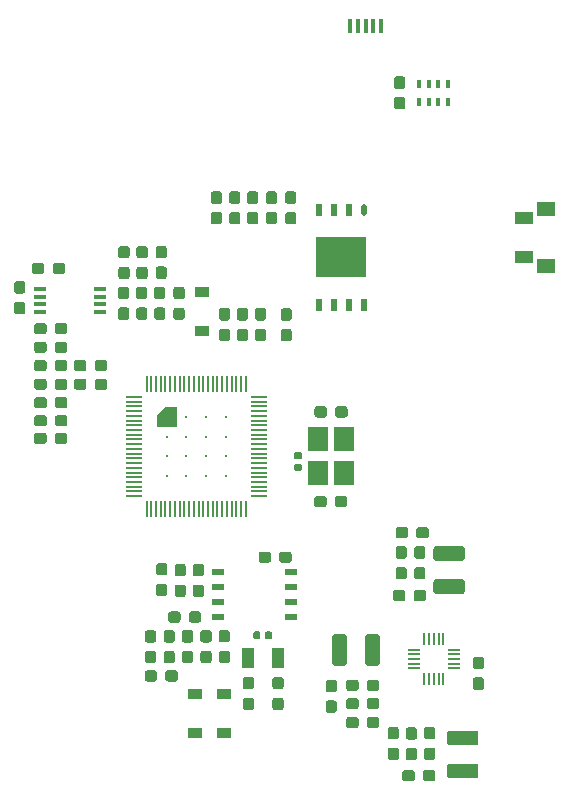
<source format=gbr>
G04 #@! TF.GenerationSoftware,KiCad,Pcbnew,(5.1.4)-1*
G04 #@! TF.CreationDate,2020-02-10T17:26:07+08:00*
G04 #@! TF.ProjectId,F1C100s-i80,46314331-3030-4732-9d69-38302e6b6963,rev?*
G04 #@! TF.SameCoordinates,Original*
G04 #@! TF.FileFunction,Paste,Top*
G04 #@! TF.FilePolarity,Positive*
%FSLAX46Y46*%
G04 Gerber Fmt 4.6, Leading zero omitted, Abs format (unit mm)*
G04 Created by KiCad (PCBNEW (5.1.4)-1) date 2020-02-10 17:26:07*
%MOMM*%
%LPD*%
G04 APERTURE LIST*
%ADD10C,0.100000*%
%ADD11C,0.950000*%
%ADD12R,1.100000X0.150000*%
%ADD13R,0.150000X1.100000*%
%ADD14R,1.200000X0.900000*%
%ADD15R,0.450000X1.300000*%
%ADD16C,1.250000*%
%ADD17C,0.590000*%
%ADD18R,0.430000X0.760000*%
%ADD19R,1.500000X1.200000*%
%ADD20R,1.500000X1.100000*%
%ADD21C,1.000000*%
%ADD22R,0.160000X0.160000*%
%ADD23R,0.200000X1.400000*%
%ADD24R,1.400000X0.200000*%
%ADD25R,4.300000X3.400000*%
%ADD26R,0.550000X1.000000*%
%ADD27O,0.550000X1.000000*%
%ADD28R,1.050000X0.490000*%
%ADD29R,1.000000X0.380000*%
%ADD30R,1.725000X2.100000*%
%ADD31R,1.000000X1.800000*%
G04 APERTURE END LIST*
D10*
G36*
X71560779Y-81926144D02*
G01*
X71583834Y-81929563D01*
X71606443Y-81935227D01*
X71628387Y-81943079D01*
X71649457Y-81953044D01*
X71669448Y-81965026D01*
X71688168Y-81978910D01*
X71705438Y-81994562D01*
X71721090Y-82011832D01*
X71734974Y-82030552D01*
X71746956Y-82050543D01*
X71756921Y-82071613D01*
X71764773Y-82093557D01*
X71770437Y-82116166D01*
X71773856Y-82139221D01*
X71775000Y-82162500D01*
X71775000Y-82637500D01*
X71773856Y-82660779D01*
X71770437Y-82683834D01*
X71764773Y-82706443D01*
X71756921Y-82728387D01*
X71746956Y-82749457D01*
X71734974Y-82769448D01*
X71721090Y-82788168D01*
X71705438Y-82805438D01*
X71688168Y-82821090D01*
X71669448Y-82834974D01*
X71649457Y-82846956D01*
X71628387Y-82856921D01*
X71606443Y-82864773D01*
X71583834Y-82870437D01*
X71560779Y-82873856D01*
X71537500Y-82875000D01*
X70962500Y-82875000D01*
X70939221Y-82873856D01*
X70916166Y-82870437D01*
X70893557Y-82864773D01*
X70871613Y-82856921D01*
X70850543Y-82846956D01*
X70830552Y-82834974D01*
X70811832Y-82821090D01*
X70794562Y-82805438D01*
X70778910Y-82788168D01*
X70765026Y-82769448D01*
X70753044Y-82749457D01*
X70743079Y-82728387D01*
X70735227Y-82706443D01*
X70729563Y-82683834D01*
X70726144Y-82660779D01*
X70725000Y-82637500D01*
X70725000Y-82162500D01*
X70726144Y-82139221D01*
X70729563Y-82116166D01*
X70735227Y-82093557D01*
X70743079Y-82071613D01*
X70753044Y-82050543D01*
X70765026Y-82030552D01*
X70778910Y-82011832D01*
X70794562Y-81994562D01*
X70811832Y-81978910D01*
X70830552Y-81965026D01*
X70850543Y-81953044D01*
X70871613Y-81943079D01*
X70893557Y-81935227D01*
X70916166Y-81929563D01*
X70939221Y-81926144D01*
X70962500Y-81925000D01*
X71537500Y-81925000D01*
X71560779Y-81926144D01*
X71560779Y-81926144D01*
G37*
D11*
X71250000Y-82400000D03*
D10*
G36*
X73310779Y-81926144D02*
G01*
X73333834Y-81929563D01*
X73356443Y-81935227D01*
X73378387Y-81943079D01*
X73399457Y-81953044D01*
X73419448Y-81965026D01*
X73438168Y-81978910D01*
X73455438Y-81994562D01*
X73471090Y-82011832D01*
X73484974Y-82030552D01*
X73496956Y-82050543D01*
X73506921Y-82071613D01*
X73514773Y-82093557D01*
X73520437Y-82116166D01*
X73523856Y-82139221D01*
X73525000Y-82162500D01*
X73525000Y-82637500D01*
X73523856Y-82660779D01*
X73520437Y-82683834D01*
X73514773Y-82706443D01*
X73506921Y-82728387D01*
X73496956Y-82749457D01*
X73484974Y-82769448D01*
X73471090Y-82788168D01*
X73455438Y-82805438D01*
X73438168Y-82821090D01*
X73419448Y-82834974D01*
X73399457Y-82846956D01*
X73378387Y-82856921D01*
X73356443Y-82864773D01*
X73333834Y-82870437D01*
X73310779Y-82873856D01*
X73287500Y-82875000D01*
X72712500Y-82875000D01*
X72689221Y-82873856D01*
X72666166Y-82870437D01*
X72643557Y-82864773D01*
X72621613Y-82856921D01*
X72600543Y-82846956D01*
X72580552Y-82834974D01*
X72561832Y-82821090D01*
X72544562Y-82805438D01*
X72528910Y-82788168D01*
X72515026Y-82769448D01*
X72503044Y-82749457D01*
X72493079Y-82728387D01*
X72485227Y-82706443D01*
X72479563Y-82683834D01*
X72476144Y-82660779D01*
X72475000Y-82637500D01*
X72475000Y-82162500D01*
X72476144Y-82139221D01*
X72479563Y-82116166D01*
X72485227Y-82093557D01*
X72493079Y-82071613D01*
X72503044Y-82050543D01*
X72515026Y-82030552D01*
X72528910Y-82011832D01*
X72544562Y-81994562D01*
X72561832Y-81978910D01*
X72580552Y-81965026D01*
X72600543Y-81953044D01*
X72621613Y-81943079D01*
X72643557Y-81935227D01*
X72666166Y-81929563D01*
X72689221Y-81926144D01*
X72712500Y-81925000D01*
X73287500Y-81925000D01*
X73310779Y-81926144D01*
X73310779Y-81926144D01*
G37*
D11*
X73000000Y-82400000D03*
D12*
X76472500Y-80972500D03*
X76472500Y-80572500D03*
X76472500Y-80172500D03*
X76472500Y-79772500D03*
X76472500Y-79372500D03*
D13*
X77347500Y-78497500D03*
X77747500Y-78497500D03*
X78147500Y-78497500D03*
X78547500Y-78497500D03*
X78947500Y-78497500D03*
D12*
X79822500Y-79372500D03*
X79822500Y-79772500D03*
X79822500Y-80172500D03*
X79822500Y-80572500D03*
X79822500Y-80972500D03*
D13*
X78947500Y-81847500D03*
X78547500Y-81847500D03*
X78147500Y-81847500D03*
X77747500Y-81847500D03*
X77347500Y-81847500D03*
D10*
G36*
X62200779Y-52211144D02*
G01*
X62223834Y-52214563D01*
X62246443Y-52220227D01*
X62268387Y-52228079D01*
X62289457Y-52238044D01*
X62309448Y-52250026D01*
X62328168Y-52263910D01*
X62345438Y-52279562D01*
X62361090Y-52296832D01*
X62374974Y-52315552D01*
X62386956Y-52335543D01*
X62396921Y-52356613D01*
X62404773Y-52378557D01*
X62410437Y-52401166D01*
X62413856Y-52424221D01*
X62415000Y-52447500D01*
X62415000Y-53022500D01*
X62413856Y-53045779D01*
X62410437Y-53068834D01*
X62404773Y-53091443D01*
X62396921Y-53113387D01*
X62386956Y-53134457D01*
X62374974Y-53154448D01*
X62361090Y-53173168D01*
X62345438Y-53190438D01*
X62328168Y-53206090D01*
X62309448Y-53219974D01*
X62289457Y-53231956D01*
X62268387Y-53241921D01*
X62246443Y-53249773D01*
X62223834Y-53255437D01*
X62200779Y-53258856D01*
X62177500Y-53260000D01*
X61702500Y-53260000D01*
X61679221Y-53258856D01*
X61656166Y-53255437D01*
X61633557Y-53249773D01*
X61611613Y-53241921D01*
X61590543Y-53231956D01*
X61570552Y-53219974D01*
X61551832Y-53206090D01*
X61534562Y-53190438D01*
X61518910Y-53173168D01*
X61505026Y-53154448D01*
X61493044Y-53134457D01*
X61483079Y-53113387D01*
X61475227Y-53091443D01*
X61469563Y-53068834D01*
X61466144Y-53045779D01*
X61465000Y-53022500D01*
X61465000Y-52447500D01*
X61466144Y-52424221D01*
X61469563Y-52401166D01*
X61475227Y-52378557D01*
X61483079Y-52356613D01*
X61493044Y-52335543D01*
X61505026Y-52315552D01*
X61518910Y-52296832D01*
X61534562Y-52279562D01*
X61551832Y-52263910D01*
X61570552Y-52250026D01*
X61590543Y-52238044D01*
X61611613Y-52228079D01*
X61633557Y-52220227D01*
X61656166Y-52214563D01*
X61679221Y-52211144D01*
X61702500Y-52210000D01*
X62177500Y-52210000D01*
X62200779Y-52211144D01*
X62200779Y-52211144D01*
G37*
D11*
X61940000Y-52735000D03*
D10*
G36*
X62200779Y-50461144D02*
G01*
X62223834Y-50464563D01*
X62246443Y-50470227D01*
X62268387Y-50478079D01*
X62289457Y-50488044D01*
X62309448Y-50500026D01*
X62328168Y-50513910D01*
X62345438Y-50529562D01*
X62361090Y-50546832D01*
X62374974Y-50565552D01*
X62386956Y-50585543D01*
X62396921Y-50606613D01*
X62404773Y-50628557D01*
X62410437Y-50651166D01*
X62413856Y-50674221D01*
X62415000Y-50697500D01*
X62415000Y-51272500D01*
X62413856Y-51295779D01*
X62410437Y-51318834D01*
X62404773Y-51341443D01*
X62396921Y-51363387D01*
X62386956Y-51384457D01*
X62374974Y-51404448D01*
X62361090Y-51423168D01*
X62345438Y-51440438D01*
X62328168Y-51456090D01*
X62309448Y-51469974D01*
X62289457Y-51481956D01*
X62268387Y-51491921D01*
X62246443Y-51499773D01*
X62223834Y-51505437D01*
X62200779Y-51508856D01*
X62177500Y-51510000D01*
X61702500Y-51510000D01*
X61679221Y-51508856D01*
X61656166Y-51505437D01*
X61633557Y-51499773D01*
X61611613Y-51491921D01*
X61590543Y-51481956D01*
X61570552Y-51469974D01*
X61551832Y-51456090D01*
X61534562Y-51440438D01*
X61518910Y-51423168D01*
X61505026Y-51404448D01*
X61493044Y-51384457D01*
X61483079Y-51363387D01*
X61475227Y-51341443D01*
X61469563Y-51318834D01*
X61466144Y-51295779D01*
X61465000Y-51272500D01*
X61465000Y-50697500D01*
X61466144Y-50674221D01*
X61469563Y-50651166D01*
X61475227Y-50628557D01*
X61483079Y-50606613D01*
X61493044Y-50585543D01*
X61505026Y-50565552D01*
X61518910Y-50546832D01*
X61534562Y-50529562D01*
X61551832Y-50513910D01*
X61570552Y-50500026D01*
X61590543Y-50488044D01*
X61611613Y-50478079D01*
X61633557Y-50470227D01*
X61656166Y-50464563D01*
X61679221Y-50461144D01*
X61702500Y-50460000D01*
X62177500Y-50460000D01*
X62200779Y-50461144D01*
X62200779Y-50461144D01*
G37*
D11*
X61940000Y-50985000D03*
D10*
G36*
X63730779Y-50461144D02*
G01*
X63753834Y-50464563D01*
X63776443Y-50470227D01*
X63798387Y-50478079D01*
X63819457Y-50488044D01*
X63839448Y-50500026D01*
X63858168Y-50513910D01*
X63875438Y-50529562D01*
X63891090Y-50546832D01*
X63904974Y-50565552D01*
X63916956Y-50585543D01*
X63926921Y-50606613D01*
X63934773Y-50628557D01*
X63940437Y-50651166D01*
X63943856Y-50674221D01*
X63945000Y-50697500D01*
X63945000Y-51272500D01*
X63943856Y-51295779D01*
X63940437Y-51318834D01*
X63934773Y-51341443D01*
X63926921Y-51363387D01*
X63916956Y-51384457D01*
X63904974Y-51404448D01*
X63891090Y-51423168D01*
X63875438Y-51440438D01*
X63858168Y-51456090D01*
X63839448Y-51469974D01*
X63819457Y-51481956D01*
X63798387Y-51491921D01*
X63776443Y-51499773D01*
X63753834Y-51505437D01*
X63730779Y-51508856D01*
X63707500Y-51510000D01*
X63232500Y-51510000D01*
X63209221Y-51508856D01*
X63186166Y-51505437D01*
X63163557Y-51499773D01*
X63141613Y-51491921D01*
X63120543Y-51481956D01*
X63100552Y-51469974D01*
X63081832Y-51456090D01*
X63064562Y-51440438D01*
X63048910Y-51423168D01*
X63035026Y-51404448D01*
X63023044Y-51384457D01*
X63013079Y-51363387D01*
X63005227Y-51341443D01*
X62999563Y-51318834D01*
X62996144Y-51295779D01*
X62995000Y-51272500D01*
X62995000Y-50697500D01*
X62996144Y-50674221D01*
X62999563Y-50651166D01*
X63005227Y-50628557D01*
X63013079Y-50606613D01*
X63023044Y-50585543D01*
X63035026Y-50565552D01*
X63048910Y-50546832D01*
X63064562Y-50529562D01*
X63081832Y-50513910D01*
X63100552Y-50500026D01*
X63120543Y-50488044D01*
X63141613Y-50478079D01*
X63163557Y-50470227D01*
X63186166Y-50464563D01*
X63209221Y-50461144D01*
X63232500Y-50460000D01*
X63707500Y-50460000D01*
X63730779Y-50461144D01*
X63730779Y-50461144D01*
G37*
D11*
X63470000Y-50985000D03*
D10*
G36*
X63730779Y-52211144D02*
G01*
X63753834Y-52214563D01*
X63776443Y-52220227D01*
X63798387Y-52228079D01*
X63819457Y-52238044D01*
X63839448Y-52250026D01*
X63858168Y-52263910D01*
X63875438Y-52279562D01*
X63891090Y-52296832D01*
X63904974Y-52315552D01*
X63916956Y-52335543D01*
X63926921Y-52356613D01*
X63934773Y-52378557D01*
X63940437Y-52401166D01*
X63943856Y-52424221D01*
X63945000Y-52447500D01*
X63945000Y-53022500D01*
X63943856Y-53045779D01*
X63940437Y-53068834D01*
X63934773Y-53091443D01*
X63926921Y-53113387D01*
X63916956Y-53134457D01*
X63904974Y-53154448D01*
X63891090Y-53173168D01*
X63875438Y-53190438D01*
X63858168Y-53206090D01*
X63839448Y-53219974D01*
X63819457Y-53231956D01*
X63798387Y-53241921D01*
X63776443Y-53249773D01*
X63753834Y-53255437D01*
X63730779Y-53258856D01*
X63707500Y-53260000D01*
X63232500Y-53260000D01*
X63209221Y-53258856D01*
X63186166Y-53255437D01*
X63163557Y-53249773D01*
X63141613Y-53241921D01*
X63120543Y-53231956D01*
X63100552Y-53219974D01*
X63081832Y-53206090D01*
X63064562Y-53190438D01*
X63048910Y-53173168D01*
X63035026Y-53154448D01*
X63023044Y-53134457D01*
X63013079Y-53113387D01*
X63005227Y-53091443D01*
X62999563Y-53068834D01*
X62996144Y-53045779D01*
X62995000Y-53022500D01*
X62995000Y-52447500D01*
X62996144Y-52424221D01*
X62999563Y-52401166D01*
X63005227Y-52378557D01*
X63013079Y-52356613D01*
X63023044Y-52335543D01*
X63035026Y-52315552D01*
X63048910Y-52296832D01*
X63064562Y-52279562D01*
X63081832Y-52263910D01*
X63100552Y-52250026D01*
X63120543Y-52238044D01*
X63141613Y-52228079D01*
X63163557Y-52220227D01*
X63186166Y-52214563D01*
X63209221Y-52211144D01*
X63232500Y-52210000D01*
X63707500Y-52210000D01*
X63730779Y-52211144D01*
X63730779Y-52211144D01*
G37*
D11*
X63470000Y-52735000D03*
D10*
G36*
X68875779Y-58776144D02*
G01*
X68898834Y-58779563D01*
X68921443Y-58785227D01*
X68943387Y-58793079D01*
X68964457Y-58803044D01*
X68984448Y-58815026D01*
X69003168Y-58828910D01*
X69020438Y-58844562D01*
X69036090Y-58861832D01*
X69049974Y-58880552D01*
X69061956Y-58900543D01*
X69071921Y-58921613D01*
X69079773Y-58943557D01*
X69085437Y-58966166D01*
X69088856Y-58989221D01*
X69090000Y-59012500D01*
X69090000Y-59487500D01*
X69088856Y-59510779D01*
X69085437Y-59533834D01*
X69079773Y-59556443D01*
X69071921Y-59578387D01*
X69061956Y-59599457D01*
X69049974Y-59619448D01*
X69036090Y-59638168D01*
X69020438Y-59655438D01*
X69003168Y-59671090D01*
X68984448Y-59684974D01*
X68964457Y-59696956D01*
X68943387Y-59706921D01*
X68921443Y-59714773D01*
X68898834Y-59720437D01*
X68875779Y-59723856D01*
X68852500Y-59725000D01*
X68277500Y-59725000D01*
X68254221Y-59723856D01*
X68231166Y-59720437D01*
X68208557Y-59714773D01*
X68186613Y-59706921D01*
X68165543Y-59696956D01*
X68145552Y-59684974D01*
X68126832Y-59671090D01*
X68109562Y-59655438D01*
X68093910Y-59638168D01*
X68080026Y-59619448D01*
X68068044Y-59599457D01*
X68058079Y-59578387D01*
X68050227Y-59556443D01*
X68044563Y-59533834D01*
X68041144Y-59510779D01*
X68040000Y-59487500D01*
X68040000Y-59012500D01*
X68041144Y-58989221D01*
X68044563Y-58966166D01*
X68050227Y-58943557D01*
X68058079Y-58921613D01*
X68068044Y-58900543D01*
X68080026Y-58880552D01*
X68093910Y-58861832D01*
X68109562Y-58844562D01*
X68126832Y-58828910D01*
X68145552Y-58815026D01*
X68165543Y-58803044D01*
X68186613Y-58793079D01*
X68208557Y-58785227D01*
X68231166Y-58779563D01*
X68254221Y-58776144D01*
X68277500Y-58775000D01*
X68852500Y-58775000D01*
X68875779Y-58776144D01*
X68875779Y-58776144D01*
G37*
D11*
X68565000Y-59250000D03*
D10*
G36*
X70625779Y-58776144D02*
G01*
X70648834Y-58779563D01*
X70671443Y-58785227D01*
X70693387Y-58793079D01*
X70714457Y-58803044D01*
X70734448Y-58815026D01*
X70753168Y-58828910D01*
X70770438Y-58844562D01*
X70786090Y-58861832D01*
X70799974Y-58880552D01*
X70811956Y-58900543D01*
X70821921Y-58921613D01*
X70829773Y-58943557D01*
X70835437Y-58966166D01*
X70838856Y-58989221D01*
X70840000Y-59012500D01*
X70840000Y-59487500D01*
X70838856Y-59510779D01*
X70835437Y-59533834D01*
X70829773Y-59556443D01*
X70821921Y-59578387D01*
X70811956Y-59599457D01*
X70799974Y-59619448D01*
X70786090Y-59638168D01*
X70770438Y-59655438D01*
X70753168Y-59671090D01*
X70734448Y-59684974D01*
X70714457Y-59696956D01*
X70693387Y-59706921D01*
X70671443Y-59714773D01*
X70648834Y-59720437D01*
X70625779Y-59723856D01*
X70602500Y-59725000D01*
X70027500Y-59725000D01*
X70004221Y-59723856D01*
X69981166Y-59720437D01*
X69958557Y-59714773D01*
X69936613Y-59706921D01*
X69915543Y-59696956D01*
X69895552Y-59684974D01*
X69876832Y-59671090D01*
X69859562Y-59655438D01*
X69843910Y-59638168D01*
X69830026Y-59619448D01*
X69818044Y-59599457D01*
X69808079Y-59578387D01*
X69800227Y-59556443D01*
X69794563Y-59533834D01*
X69791144Y-59510779D01*
X69790000Y-59487500D01*
X69790000Y-59012500D01*
X69791144Y-58989221D01*
X69794563Y-58966166D01*
X69800227Y-58943557D01*
X69808079Y-58921613D01*
X69818044Y-58900543D01*
X69830026Y-58880552D01*
X69843910Y-58861832D01*
X69859562Y-58844562D01*
X69876832Y-58828910D01*
X69895552Y-58815026D01*
X69915543Y-58803044D01*
X69936613Y-58793079D01*
X69958557Y-58785227D01*
X69981166Y-58779563D01*
X70004221Y-58776144D01*
X70027500Y-58775000D01*
X70602500Y-58775000D01*
X70625779Y-58776144D01*
X70625779Y-58776144D01*
G37*
D11*
X70315000Y-59250000D03*
D10*
G36*
X70600779Y-66376144D02*
G01*
X70623834Y-66379563D01*
X70646443Y-66385227D01*
X70668387Y-66393079D01*
X70689457Y-66403044D01*
X70709448Y-66415026D01*
X70728168Y-66428910D01*
X70745438Y-66444562D01*
X70761090Y-66461832D01*
X70774974Y-66480552D01*
X70786956Y-66500543D01*
X70796921Y-66521613D01*
X70804773Y-66543557D01*
X70810437Y-66566166D01*
X70813856Y-66589221D01*
X70815000Y-66612500D01*
X70815000Y-67087500D01*
X70813856Y-67110779D01*
X70810437Y-67133834D01*
X70804773Y-67156443D01*
X70796921Y-67178387D01*
X70786956Y-67199457D01*
X70774974Y-67219448D01*
X70761090Y-67238168D01*
X70745438Y-67255438D01*
X70728168Y-67271090D01*
X70709448Y-67284974D01*
X70689457Y-67296956D01*
X70668387Y-67306921D01*
X70646443Y-67314773D01*
X70623834Y-67320437D01*
X70600779Y-67323856D01*
X70577500Y-67325000D01*
X70002500Y-67325000D01*
X69979221Y-67323856D01*
X69956166Y-67320437D01*
X69933557Y-67314773D01*
X69911613Y-67306921D01*
X69890543Y-67296956D01*
X69870552Y-67284974D01*
X69851832Y-67271090D01*
X69834562Y-67255438D01*
X69818910Y-67238168D01*
X69805026Y-67219448D01*
X69793044Y-67199457D01*
X69783079Y-67178387D01*
X69775227Y-67156443D01*
X69769563Y-67133834D01*
X69766144Y-67110779D01*
X69765000Y-67087500D01*
X69765000Y-66612500D01*
X69766144Y-66589221D01*
X69769563Y-66566166D01*
X69775227Y-66543557D01*
X69783079Y-66521613D01*
X69793044Y-66500543D01*
X69805026Y-66480552D01*
X69818910Y-66461832D01*
X69834562Y-66444562D01*
X69851832Y-66428910D01*
X69870552Y-66415026D01*
X69890543Y-66403044D01*
X69911613Y-66393079D01*
X69933557Y-66385227D01*
X69956166Y-66379563D01*
X69979221Y-66376144D01*
X70002500Y-66375000D01*
X70577500Y-66375000D01*
X70600779Y-66376144D01*
X70600779Y-66376144D01*
G37*
D11*
X70290000Y-66850000D03*
D10*
G36*
X68850779Y-66376144D02*
G01*
X68873834Y-66379563D01*
X68896443Y-66385227D01*
X68918387Y-66393079D01*
X68939457Y-66403044D01*
X68959448Y-66415026D01*
X68978168Y-66428910D01*
X68995438Y-66444562D01*
X69011090Y-66461832D01*
X69024974Y-66480552D01*
X69036956Y-66500543D01*
X69046921Y-66521613D01*
X69054773Y-66543557D01*
X69060437Y-66566166D01*
X69063856Y-66589221D01*
X69065000Y-66612500D01*
X69065000Y-67087500D01*
X69063856Y-67110779D01*
X69060437Y-67133834D01*
X69054773Y-67156443D01*
X69046921Y-67178387D01*
X69036956Y-67199457D01*
X69024974Y-67219448D01*
X69011090Y-67238168D01*
X68995438Y-67255438D01*
X68978168Y-67271090D01*
X68959448Y-67284974D01*
X68939457Y-67296956D01*
X68918387Y-67306921D01*
X68896443Y-67314773D01*
X68873834Y-67320437D01*
X68850779Y-67323856D01*
X68827500Y-67325000D01*
X68252500Y-67325000D01*
X68229221Y-67323856D01*
X68206166Y-67320437D01*
X68183557Y-67314773D01*
X68161613Y-67306921D01*
X68140543Y-67296956D01*
X68120552Y-67284974D01*
X68101832Y-67271090D01*
X68084562Y-67255438D01*
X68068910Y-67238168D01*
X68055026Y-67219448D01*
X68043044Y-67199457D01*
X68033079Y-67178387D01*
X68025227Y-67156443D01*
X68019563Y-67133834D01*
X68016144Y-67110779D01*
X68015000Y-67087500D01*
X68015000Y-66612500D01*
X68016144Y-66589221D01*
X68019563Y-66566166D01*
X68025227Y-66543557D01*
X68033079Y-66521613D01*
X68043044Y-66500543D01*
X68055026Y-66480552D01*
X68068910Y-66461832D01*
X68084562Y-66444562D01*
X68101832Y-66428910D01*
X68120552Y-66415026D01*
X68140543Y-66403044D01*
X68161613Y-66393079D01*
X68183557Y-66385227D01*
X68206166Y-66379563D01*
X68229221Y-66376144D01*
X68252500Y-66375000D01*
X68827500Y-66375000D01*
X68850779Y-66376144D01*
X68850779Y-66376144D01*
G37*
D11*
X68540000Y-66850000D03*
D10*
G36*
X48520779Y-54851144D02*
G01*
X48543834Y-54854563D01*
X48566443Y-54860227D01*
X48588387Y-54868079D01*
X48609457Y-54878044D01*
X48629448Y-54890026D01*
X48648168Y-54903910D01*
X48665438Y-54919562D01*
X48681090Y-54936832D01*
X48694974Y-54955552D01*
X48706956Y-54975543D01*
X48716921Y-54996613D01*
X48724773Y-55018557D01*
X48730437Y-55041166D01*
X48733856Y-55064221D01*
X48735000Y-55087500D01*
X48735000Y-55562500D01*
X48733856Y-55585779D01*
X48730437Y-55608834D01*
X48724773Y-55631443D01*
X48716921Y-55653387D01*
X48706956Y-55674457D01*
X48694974Y-55694448D01*
X48681090Y-55713168D01*
X48665438Y-55730438D01*
X48648168Y-55746090D01*
X48629448Y-55759974D01*
X48609457Y-55771956D01*
X48588387Y-55781921D01*
X48566443Y-55789773D01*
X48543834Y-55795437D01*
X48520779Y-55798856D01*
X48497500Y-55800000D01*
X47922500Y-55800000D01*
X47899221Y-55798856D01*
X47876166Y-55795437D01*
X47853557Y-55789773D01*
X47831613Y-55781921D01*
X47810543Y-55771956D01*
X47790552Y-55759974D01*
X47771832Y-55746090D01*
X47754562Y-55730438D01*
X47738910Y-55713168D01*
X47725026Y-55694448D01*
X47713044Y-55674457D01*
X47703079Y-55653387D01*
X47695227Y-55631443D01*
X47689563Y-55608834D01*
X47686144Y-55585779D01*
X47685000Y-55562500D01*
X47685000Y-55087500D01*
X47686144Y-55064221D01*
X47689563Y-55041166D01*
X47695227Y-55018557D01*
X47703079Y-54996613D01*
X47713044Y-54975543D01*
X47725026Y-54955552D01*
X47738910Y-54936832D01*
X47754562Y-54919562D01*
X47771832Y-54903910D01*
X47790552Y-54890026D01*
X47810543Y-54878044D01*
X47831613Y-54868079D01*
X47853557Y-54860227D01*
X47876166Y-54854563D01*
X47899221Y-54851144D01*
X47922500Y-54850000D01*
X48497500Y-54850000D01*
X48520779Y-54851144D01*
X48520779Y-54851144D01*
G37*
D11*
X48210000Y-55325000D03*
D10*
G36*
X50270779Y-54851144D02*
G01*
X50293834Y-54854563D01*
X50316443Y-54860227D01*
X50338387Y-54868079D01*
X50359457Y-54878044D01*
X50379448Y-54890026D01*
X50398168Y-54903910D01*
X50415438Y-54919562D01*
X50431090Y-54936832D01*
X50444974Y-54955552D01*
X50456956Y-54975543D01*
X50466921Y-54996613D01*
X50474773Y-55018557D01*
X50480437Y-55041166D01*
X50483856Y-55064221D01*
X50485000Y-55087500D01*
X50485000Y-55562500D01*
X50483856Y-55585779D01*
X50480437Y-55608834D01*
X50474773Y-55631443D01*
X50466921Y-55653387D01*
X50456956Y-55674457D01*
X50444974Y-55694448D01*
X50431090Y-55713168D01*
X50415438Y-55730438D01*
X50398168Y-55746090D01*
X50379448Y-55759974D01*
X50359457Y-55771956D01*
X50338387Y-55781921D01*
X50316443Y-55789773D01*
X50293834Y-55795437D01*
X50270779Y-55798856D01*
X50247500Y-55800000D01*
X49672500Y-55800000D01*
X49649221Y-55798856D01*
X49626166Y-55795437D01*
X49603557Y-55789773D01*
X49581613Y-55781921D01*
X49560543Y-55771956D01*
X49540552Y-55759974D01*
X49521832Y-55746090D01*
X49504562Y-55730438D01*
X49488910Y-55713168D01*
X49475026Y-55694448D01*
X49463044Y-55674457D01*
X49453079Y-55653387D01*
X49445227Y-55631443D01*
X49439563Y-55608834D01*
X49436144Y-55585779D01*
X49435000Y-55562500D01*
X49435000Y-55087500D01*
X49436144Y-55064221D01*
X49439563Y-55041166D01*
X49445227Y-55018557D01*
X49453079Y-54996613D01*
X49463044Y-54975543D01*
X49475026Y-54955552D01*
X49488910Y-54936832D01*
X49504562Y-54919562D01*
X49521832Y-54903910D01*
X49540552Y-54890026D01*
X49560543Y-54878044D01*
X49581613Y-54868079D01*
X49603557Y-54860227D01*
X49626166Y-54854563D01*
X49649221Y-54851144D01*
X49672500Y-54850000D01*
X50247500Y-54850000D01*
X50270779Y-54851144D01*
X50270779Y-54851144D01*
G37*
D11*
X49960000Y-55325000D03*
D10*
G36*
X50270779Y-56426144D02*
G01*
X50293834Y-56429563D01*
X50316443Y-56435227D01*
X50338387Y-56443079D01*
X50359457Y-56453044D01*
X50379448Y-56465026D01*
X50398168Y-56478910D01*
X50415438Y-56494562D01*
X50431090Y-56511832D01*
X50444974Y-56530552D01*
X50456956Y-56550543D01*
X50466921Y-56571613D01*
X50474773Y-56593557D01*
X50480437Y-56616166D01*
X50483856Y-56639221D01*
X50485000Y-56662500D01*
X50485000Y-57137500D01*
X50483856Y-57160779D01*
X50480437Y-57183834D01*
X50474773Y-57206443D01*
X50466921Y-57228387D01*
X50456956Y-57249457D01*
X50444974Y-57269448D01*
X50431090Y-57288168D01*
X50415438Y-57305438D01*
X50398168Y-57321090D01*
X50379448Y-57334974D01*
X50359457Y-57346956D01*
X50338387Y-57356921D01*
X50316443Y-57364773D01*
X50293834Y-57370437D01*
X50270779Y-57373856D01*
X50247500Y-57375000D01*
X49672500Y-57375000D01*
X49649221Y-57373856D01*
X49626166Y-57370437D01*
X49603557Y-57364773D01*
X49581613Y-57356921D01*
X49560543Y-57346956D01*
X49540552Y-57334974D01*
X49521832Y-57321090D01*
X49504562Y-57305438D01*
X49488910Y-57288168D01*
X49475026Y-57269448D01*
X49463044Y-57249457D01*
X49453079Y-57228387D01*
X49445227Y-57206443D01*
X49439563Y-57183834D01*
X49436144Y-57160779D01*
X49435000Y-57137500D01*
X49435000Y-56662500D01*
X49436144Y-56639221D01*
X49439563Y-56616166D01*
X49445227Y-56593557D01*
X49453079Y-56571613D01*
X49463044Y-56550543D01*
X49475026Y-56530552D01*
X49488910Y-56511832D01*
X49504562Y-56494562D01*
X49521832Y-56478910D01*
X49540552Y-56465026D01*
X49560543Y-56453044D01*
X49581613Y-56443079D01*
X49603557Y-56435227D01*
X49626166Y-56429563D01*
X49649221Y-56426144D01*
X49672500Y-56425000D01*
X50247500Y-56425000D01*
X50270779Y-56426144D01*
X50270779Y-56426144D01*
G37*
D11*
X49960000Y-56900000D03*
D10*
G36*
X48520779Y-56426144D02*
G01*
X48543834Y-56429563D01*
X48566443Y-56435227D01*
X48588387Y-56443079D01*
X48609457Y-56453044D01*
X48629448Y-56465026D01*
X48648168Y-56478910D01*
X48665438Y-56494562D01*
X48681090Y-56511832D01*
X48694974Y-56530552D01*
X48706956Y-56550543D01*
X48716921Y-56571613D01*
X48724773Y-56593557D01*
X48730437Y-56616166D01*
X48733856Y-56639221D01*
X48735000Y-56662500D01*
X48735000Y-57137500D01*
X48733856Y-57160779D01*
X48730437Y-57183834D01*
X48724773Y-57206443D01*
X48716921Y-57228387D01*
X48706956Y-57249457D01*
X48694974Y-57269448D01*
X48681090Y-57288168D01*
X48665438Y-57305438D01*
X48648168Y-57321090D01*
X48629448Y-57334974D01*
X48609457Y-57346956D01*
X48588387Y-57356921D01*
X48566443Y-57364773D01*
X48543834Y-57370437D01*
X48520779Y-57373856D01*
X48497500Y-57375000D01*
X47922500Y-57375000D01*
X47899221Y-57373856D01*
X47876166Y-57370437D01*
X47853557Y-57364773D01*
X47831613Y-57356921D01*
X47810543Y-57346956D01*
X47790552Y-57334974D01*
X47771832Y-57321090D01*
X47754562Y-57305438D01*
X47738910Y-57288168D01*
X47725026Y-57269448D01*
X47713044Y-57249457D01*
X47703079Y-57228387D01*
X47695227Y-57206443D01*
X47689563Y-57183834D01*
X47686144Y-57160779D01*
X47685000Y-57137500D01*
X47685000Y-56662500D01*
X47686144Y-56639221D01*
X47689563Y-56616166D01*
X47695227Y-56593557D01*
X47703079Y-56571613D01*
X47713044Y-56550543D01*
X47725026Y-56530552D01*
X47738910Y-56511832D01*
X47754562Y-56494562D01*
X47771832Y-56478910D01*
X47790552Y-56465026D01*
X47810543Y-56453044D01*
X47831613Y-56443079D01*
X47853557Y-56435227D01*
X47876166Y-56429563D01*
X47899221Y-56426144D01*
X47922500Y-56425000D01*
X48497500Y-56425000D01*
X48520779Y-56426144D01*
X48520779Y-56426144D01*
G37*
D11*
X48210000Y-56900000D03*
D10*
G36*
X65210779Y-81701144D02*
G01*
X65233834Y-81704563D01*
X65256443Y-81710227D01*
X65278387Y-81718079D01*
X65299457Y-81728044D01*
X65319448Y-81740026D01*
X65338168Y-81753910D01*
X65355438Y-81769562D01*
X65371090Y-81786832D01*
X65384974Y-81805552D01*
X65396956Y-81825543D01*
X65406921Y-81846613D01*
X65414773Y-81868557D01*
X65420437Y-81891166D01*
X65423856Y-81914221D01*
X65425000Y-81937500D01*
X65425000Y-82512500D01*
X65423856Y-82535779D01*
X65420437Y-82558834D01*
X65414773Y-82581443D01*
X65406921Y-82603387D01*
X65396956Y-82624457D01*
X65384974Y-82644448D01*
X65371090Y-82663168D01*
X65355438Y-82680438D01*
X65338168Y-82696090D01*
X65319448Y-82709974D01*
X65299457Y-82721956D01*
X65278387Y-82731921D01*
X65256443Y-82739773D01*
X65233834Y-82745437D01*
X65210779Y-82748856D01*
X65187500Y-82750000D01*
X64712500Y-82750000D01*
X64689221Y-82748856D01*
X64666166Y-82745437D01*
X64643557Y-82739773D01*
X64621613Y-82731921D01*
X64600543Y-82721956D01*
X64580552Y-82709974D01*
X64561832Y-82696090D01*
X64544562Y-82680438D01*
X64528910Y-82663168D01*
X64515026Y-82644448D01*
X64503044Y-82624457D01*
X64493079Y-82603387D01*
X64485227Y-82581443D01*
X64479563Y-82558834D01*
X64476144Y-82535779D01*
X64475000Y-82512500D01*
X64475000Y-81937500D01*
X64476144Y-81914221D01*
X64479563Y-81891166D01*
X64485227Y-81868557D01*
X64493079Y-81846613D01*
X64503044Y-81825543D01*
X64515026Y-81805552D01*
X64528910Y-81786832D01*
X64544562Y-81769562D01*
X64561832Y-81753910D01*
X64580552Y-81740026D01*
X64600543Y-81728044D01*
X64621613Y-81718079D01*
X64643557Y-81710227D01*
X64666166Y-81704563D01*
X64689221Y-81701144D01*
X64712500Y-81700000D01*
X65187500Y-81700000D01*
X65210779Y-81701144D01*
X65210779Y-81701144D01*
G37*
D11*
X64950000Y-82225000D03*
D10*
G36*
X65210779Y-83451144D02*
G01*
X65233834Y-83454563D01*
X65256443Y-83460227D01*
X65278387Y-83468079D01*
X65299457Y-83478044D01*
X65319448Y-83490026D01*
X65338168Y-83503910D01*
X65355438Y-83519562D01*
X65371090Y-83536832D01*
X65384974Y-83555552D01*
X65396956Y-83575543D01*
X65406921Y-83596613D01*
X65414773Y-83618557D01*
X65420437Y-83641166D01*
X65423856Y-83664221D01*
X65425000Y-83687500D01*
X65425000Y-84262500D01*
X65423856Y-84285779D01*
X65420437Y-84308834D01*
X65414773Y-84331443D01*
X65406921Y-84353387D01*
X65396956Y-84374457D01*
X65384974Y-84394448D01*
X65371090Y-84413168D01*
X65355438Y-84430438D01*
X65338168Y-84446090D01*
X65319448Y-84459974D01*
X65299457Y-84471956D01*
X65278387Y-84481921D01*
X65256443Y-84489773D01*
X65233834Y-84495437D01*
X65210779Y-84498856D01*
X65187500Y-84500000D01*
X64712500Y-84500000D01*
X64689221Y-84498856D01*
X64666166Y-84495437D01*
X64643557Y-84489773D01*
X64621613Y-84481921D01*
X64600543Y-84471956D01*
X64580552Y-84459974D01*
X64561832Y-84446090D01*
X64544562Y-84430438D01*
X64528910Y-84413168D01*
X64515026Y-84394448D01*
X64503044Y-84374457D01*
X64493079Y-84353387D01*
X64485227Y-84331443D01*
X64479563Y-84308834D01*
X64476144Y-84285779D01*
X64475000Y-84262500D01*
X64475000Y-83687500D01*
X64476144Y-83664221D01*
X64479563Y-83641166D01*
X64485227Y-83618557D01*
X64493079Y-83596613D01*
X64503044Y-83575543D01*
X64515026Y-83555552D01*
X64528910Y-83536832D01*
X64544562Y-83519562D01*
X64561832Y-83503910D01*
X64580552Y-83490026D01*
X64600543Y-83478044D01*
X64621613Y-83468079D01*
X64643557Y-83460227D01*
X64666166Y-83454563D01*
X64689221Y-83451144D01*
X64712500Y-83450000D01*
X65187500Y-83450000D01*
X65210779Y-83451144D01*
X65210779Y-83451144D01*
G37*
D11*
X64950000Y-83975000D03*
D10*
G36*
X62700779Y-83441144D02*
G01*
X62723834Y-83444563D01*
X62746443Y-83450227D01*
X62768387Y-83458079D01*
X62789457Y-83468044D01*
X62809448Y-83480026D01*
X62828168Y-83493910D01*
X62845438Y-83509562D01*
X62861090Y-83526832D01*
X62874974Y-83545552D01*
X62886956Y-83565543D01*
X62896921Y-83586613D01*
X62904773Y-83608557D01*
X62910437Y-83631166D01*
X62913856Y-83654221D01*
X62915000Y-83677500D01*
X62915000Y-84252500D01*
X62913856Y-84275779D01*
X62910437Y-84298834D01*
X62904773Y-84321443D01*
X62896921Y-84343387D01*
X62886956Y-84364457D01*
X62874974Y-84384448D01*
X62861090Y-84403168D01*
X62845438Y-84420438D01*
X62828168Y-84436090D01*
X62809448Y-84449974D01*
X62789457Y-84461956D01*
X62768387Y-84471921D01*
X62746443Y-84479773D01*
X62723834Y-84485437D01*
X62700779Y-84488856D01*
X62677500Y-84490000D01*
X62202500Y-84490000D01*
X62179221Y-84488856D01*
X62156166Y-84485437D01*
X62133557Y-84479773D01*
X62111613Y-84471921D01*
X62090543Y-84461956D01*
X62070552Y-84449974D01*
X62051832Y-84436090D01*
X62034562Y-84420438D01*
X62018910Y-84403168D01*
X62005026Y-84384448D01*
X61993044Y-84364457D01*
X61983079Y-84343387D01*
X61975227Y-84321443D01*
X61969563Y-84298834D01*
X61966144Y-84275779D01*
X61965000Y-84252500D01*
X61965000Y-83677500D01*
X61966144Y-83654221D01*
X61969563Y-83631166D01*
X61975227Y-83608557D01*
X61983079Y-83586613D01*
X61993044Y-83565543D01*
X62005026Y-83545552D01*
X62018910Y-83526832D01*
X62034562Y-83509562D01*
X62051832Y-83493910D01*
X62070552Y-83480026D01*
X62090543Y-83468044D01*
X62111613Y-83458079D01*
X62133557Y-83450227D01*
X62156166Y-83444563D01*
X62179221Y-83441144D01*
X62202500Y-83440000D01*
X62677500Y-83440000D01*
X62700779Y-83441144D01*
X62700779Y-83441144D01*
G37*
D11*
X62440000Y-83965000D03*
D10*
G36*
X62700779Y-81691144D02*
G01*
X62723834Y-81694563D01*
X62746443Y-81700227D01*
X62768387Y-81708079D01*
X62789457Y-81718044D01*
X62809448Y-81730026D01*
X62828168Y-81743910D01*
X62845438Y-81759562D01*
X62861090Y-81776832D01*
X62874974Y-81795552D01*
X62886956Y-81815543D01*
X62896921Y-81836613D01*
X62904773Y-81858557D01*
X62910437Y-81881166D01*
X62913856Y-81904221D01*
X62915000Y-81927500D01*
X62915000Y-82502500D01*
X62913856Y-82525779D01*
X62910437Y-82548834D01*
X62904773Y-82571443D01*
X62896921Y-82593387D01*
X62886956Y-82614457D01*
X62874974Y-82634448D01*
X62861090Y-82653168D01*
X62845438Y-82670438D01*
X62828168Y-82686090D01*
X62809448Y-82699974D01*
X62789457Y-82711956D01*
X62768387Y-82721921D01*
X62746443Y-82729773D01*
X62723834Y-82735437D01*
X62700779Y-82738856D01*
X62677500Y-82740000D01*
X62202500Y-82740000D01*
X62179221Y-82738856D01*
X62156166Y-82735437D01*
X62133557Y-82729773D01*
X62111613Y-82721921D01*
X62090543Y-82711956D01*
X62070552Y-82699974D01*
X62051832Y-82686090D01*
X62034562Y-82670438D01*
X62018910Y-82653168D01*
X62005026Y-82634448D01*
X61993044Y-82614457D01*
X61983079Y-82593387D01*
X61975227Y-82571443D01*
X61969563Y-82548834D01*
X61966144Y-82525779D01*
X61965000Y-82502500D01*
X61965000Y-81927500D01*
X61966144Y-81904221D01*
X61969563Y-81881166D01*
X61975227Y-81858557D01*
X61983079Y-81836613D01*
X61993044Y-81815543D01*
X62005026Y-81795552D01*
X62018910Y-81776832D01*
X62034562Y-81759562D01*
X62051832Y-81743910D01*
X62070552Y-81730026D01*
X62090543Y-81718044D01*
X62111613Y-81708079D01*
X62133557Y-81700227D01*
X62156166Y-81694563D01*
X62179221Y-81691144D01*
X62202500Y-81690000D01*
X62677500Y-81690000D01*
X62700779Y-81691144D01*
X62700779Y-81691144D01*
G37*
D11*
X62440000Y-82215000D03*
D10*
G36*
X43345779Y-48176144D02*
G01*
X43368834Y-48179563D01*
X43391443Y-48185227D01*
X43413387Y-48193079D01*
X43434457Y-48203044D01*
X43454448Y-48215026D01*
X43473168Y-48228910D01*
X43490438Y-48244562D01*
X43506090Y-48261832D01*
X43519974Y-48280552D01*
X43531956Y-48300543D01*
X43541921Y-48321613D01*
X43549773Y-48343557D01*
X43555437Y-48366166D01*
X43558856Y-48389221D01*
X43560000Y-48412500D01*
X43560000Y-48987500D01*
X43558856Y-49010779D01*
X43555437Y-49033834D01*
X43549773Y-49056443D01*
X43541921Y-49078387D01*
X43531956Y-49099457D01*
X43519974Y-49119448D01*
X43506090Y-49138168D01*
X43490438Y-49155438D01*
X43473168Y-49171090D01*
X43454448Y-49184974D01*
X43434457Y-49196956D01*
X43413387Y-49206921D01*
X43391443Y-49214773D01*
X43368834Y-49220437D01*
X43345779Y-49223856D01*
X43322500Y-49225000D01*
X42847500Y-49225000D01*
X42824221Y-49223856D01*
X42801166Y-49220437D01*
X42778557Y-49214773D01*
X42756613Y-49206921D01*
X42735543Y-49196956D01*
X42715552Y-49184974D01*
X42696832Y-49171090D01*
X42679562Y-49155438D01*
X42663910Y-49138168D01*
X42650026Y-49119448D01*
X42638044Y-49099457D01*
X42628079Y-49078387D01*
X42620227Y-49056443D01*
X42614563Y-49033834D01*
X42611144Y-49010779D01*
X42610000Y-48987500D01*
X42610000Y-48412500D01*
X42611144Y-48389221D01*
X42614563Y-48366166D01*
X42620227Y-48343557D01*
X42628079Y-48321613D01*
X42638044Y-48300543D01*
X42650026Y-48280552D01*
X42663910Y-48261832D01*
X42679562Y-48244562D01*
X42696832Y-48228910D01*
X42715552Y-48215026D01*
X42735543Y-48203044D01*
X42756613Y-48193079D01*
X42778557Y-48185227D01*
X42801166Y-48179563D01*
X42824221Y-48176144D01*
X42847500Y-48175000D01*
X43322500Y-48175000D01*
X43345779Y-48176144D01*
X43345779Y-48176144D01*
G37*
D11*
X43085000Y-48700000D03*
D10*
G36*
X43345779Y-49926144D02*
G01*
X43368834Y-49929563D01*
X43391443Y-49935227D01*
X43413387Y-49943079D01*
X43434457Y-49953044D01*
X43454448Y-49965026D01*
X43473168Y-49978910D01*
X43490438Y-49994562D01*
X43506090Y-50011832D01*
X43519974Y-50030552D01*
X43531956Y-50050543D01*
X43541921Y-50071613D01*
X43549773Y-50093557D01*
X43555437Y-50116166D01*
X43558856Y-50139221D01*
X43560000Y-50162500D01*
X43560000Y-50737500D01*
X43558856Y-50760779D01*
X43555437Y-50783834D01*
X43549773Y-50806443D01*
X43541921Y-50828387D01*
X43531956Y-50849457D01*
X43519974Y-50869448D01*
X43506090Y-50888168D01*
X43490438Y-50905438D01*
X43473168Y-50921090D01*
X43454448Y-50934974D01*
X43434457Y-50946956D01*
X43413387Y-50956921D01*
X43391443Y-50964773D01*
X43368834Y-50970437D01*
X43345779Y-50973856D01*
X43322500Y-50975000D01*
X42847500Y-50975000D01*
X42824221Y-50973856D01*
X42801166Y-50970437D01*
X42778557Y-50964773D01*
X42756613Y-50956921D01*
X42735543Y-50946956D01*
X42715552Y-50934974D01*
X42696832Y-50921090D01*
X42679562Y-50905438D01*
X42663910Y-50888168D01*
X42650026Y-50869448D01*
X42638044Y-50849457D01*
X42628079Y-50828387D01*
X42620227Y-50806443D01*
X42614563Y-50783834D01*
X42611144Y-50760779D01*
X42610000Y-50737500D01*
X42610000Y-50162500D01*
X42611144Y-50139221D01*
X42614563Y-50116166D01*
X42620227Y-50093557D01*
X42628079Y-50071613D01*
X42638044Y-50050543D01*
X42650026Y-50030552D01*
X42663910Y-50011832D01*
X42679562Y-49994562D01*
X42696832Y-49978910D01*
X42715552Y-49965026D01*
X42735543Y-49953044D01*
X42756613Y-49943079D01*
X42778557Y-49935227D01*
X42801166Y-49929563D01*
X42824221Y-49926144D01*
X42847500Y-49925000D01*
X43322500Y-49925000D01*
X43345779Y-49926144D01*
X43345779Y-49926144D01*
G37*
D11*
X43085000Y-50450000D03*
D10*
G36*
X58235779Y-76146144D02*
G01*
X58258834Y-76149563D01*
X58281443Y-76155227D01*
X58303387Y-76163079D01*
X58324457Y-76173044D01*
X58344448Y-76185026D01*
X58363168Y-76198910D01*
X58380438Y-76214562D01*
X58396090Y-76231832D01*
X58409974Y-76250552D01*
X58421956Y-76270543D01*
X58431921Y-76291613D01*
X58439773Y-76313557D01*
X58445437Y-76336166D01*
X58448856Y-76359221D01*
X58450000Y-76382500D01*
X58450000Y-76857500D01*
X58448856Y-76880779D01*
X58445437Y-76903834D01*
X58439773Y-76926443D01*
X58431921Y-76948387D01*
X58421956Y-76969457D01*
X58409974Y-76989448D01*
X58396090Y-77008168D01*
X58380438Y-77025438D01*
X58363168Y-77041090D01*
X58344448Y-77054974D01*
X58324457Y-77066956D01*
X58303387Y-77076921D01*
X58281443Y-77084773D01*
X58258834Y-77090437D01*
X58235779Y-77093856D01*
X58212500Y-77095000D01*
X57637500Y-77095000D01*
X57614221Y-77093856D01*
X57591166Y-77090437D01*
X57568557Y-77084773D01*
X57546613Y-77076921D01*
X57525543Y-77066956D01*
X57505552Y-77054974D01*
X57486832Y-77041090D01*
X57469562Y-77025438D01*
X57453910Y-77008168D01*
X57440026Y-76989448D01*
X57428044Y-76969457D01*
X57418079Y-76948387D01*
X57410227Y-76926443D01*
X57404563Y-76903834D01*
X57401144Y-76880779D01*
X57400000Y-76857500D01*
X57400000Y-76382500D01*
X57401144Y-76359221D01*
X57404563Y-76336166D01*
X57410227Y-76313557D01*
X57418079Y-76291613D01*
X57428044Y-76270543D01*
X57440026Y-76250552D01*
X57453910Y-76231832D01*
X57469562Y-76214562D01*
X57486832Y-76198910D01*
X57505552Y-76185026D01*
X57525543Y-76173044D01*
X57546613Y-76163079D01*
X57568557Y-76155227D01*
X57591166Y-76149563D01*
X57614221Y-76146144D01*
X57637500Y-76145000D01*
X58212500Y-76145000D01*
X58235779Y-76146144D01*
X58235779Y-76146144D01*
G37*
D11*
X57925000Y-76620000D03*
D10*
G36*
X56485779Y-76146144D02*
G01*
X56508834Y-76149563D01*
X56531443Y-76155227D01*
X56553387Y-76163079D01*
X56574457Y-76173044D01*
X56594448Y-76185026D01*
X56613168Y-76198910D01*
X56630438Y-76214562D01*
X56646090Y-76231832D01*
X56659974Y-76250552D01*
X56671956Y-76270543D01*
X56681921Y-76291613D01*
X56689773Y-76313557D01*
X56695437Y-76336166D01*
X56698856Y-76359221D01*
X56700000Y-76382500D01*
X56700000Y-76857500D01*
X56698856Y-76880779D01*
X56695437Y-76903834D01*
X56689773Y-76926443D01*
X56681921Y-76948387D01*
X56671956Y-76969457D01*
X56659974Y-76989448D01*
X56646090Y-77008168D01*
X56630438Y-77025438D01*
X56613168Y-77041090D01*
X56594448Y-77054974D01*
X56574457Y-77066956D01*
X56553387Y-77076921D01*
X56531443Y-77084773D01*
X56508834Y-77090437D01*
X56485779Y-77093856D01*
X56462500Y-77095000D01*
X55887500Y-77095000D01*
X55864221Y-77093856D01*
X55841166Y-77090437D01*
X55818557Y-77084773D01*
X55796613Y-77076921D01*
X55775543Y-77066956D01*
X55755552Y-77054974D01*
X55736832Y-77041090D01*
X55719562Y-77025438D01*
X55703910Y-77008168D01*
X55690026Y-76989448D01*
X55678044Y-76969457D01*
X55668079Y-76948387D01*
X55660227Y-76926443D01*
X55654563Y-76903834D01*
X55651144Y-76880779D01*
X55650000Y-76857500D01*
X55650000Y-76382500D01*
X55651144Y-76359221D01*
X55654563Y-76336166D01*
X55660227Y-76313557D01*
X55668079Y-76291613D01*
X55678044Y-76270543D01*
X55690026Y-76250552D01*
X55703910Y-76231832D01*
X55719562Y-76214562D01*
X55736832Y-76198910D01*
X55755552Y-76185026D01*
X55775543Y-76173044D01*
X55796613Y-76163079D01*
X55818557Y-76155227D01*
X55841166Y-76149563D01*
X55864221Y-76146144D01*
X55887500Y-76145000D01*
X56462500Y-76145000D01*
X56485779Y-76146144D01*
X56485779Y-76146144D01*
G37*
D11*
X56175000Y-76620000D03*
D10*
G36*
X52135779Y-48651144D02*
G01*
X52158834Y-48654563D01*
X52181443Y-48660227D01*
X52203387Y-48668079D01*
X52224457Y-48678044D01*
X52244448Y-48690026D01*
X52263168Y-48703910D01*
X52280438Y-48719562D01*
X52296090Y-48736832D01*
X52309974Y-48755552D01*
X52321956Y-48775543D01*
X52331921Y-48796613D01*
X52339773Y-48818557D01*
X52345437Y-48841166D01*
X52348856Y-48864221D01*
X52350000Y-48887500D01*
X52350000Y-49462500D01*
X52348856Y-49485779D01*
X52345437Y-49508834D01*
X52339773Y-49531443D01*
X52331921Y-49553387D01*
X52321956Y-49574457D01*
X52309974Y-49594448D01*
X52296090Y-49613168D01*
X52280438Y-49630438D01*
X52263168Y-49646090D01*
X52244448Y-49659974D01*
X52224457Y-49671956D01*
X52203387Y-49681921D01*
X52181443Y-49689773D01*
X52158834Y-49695437D01*
X52135779Y-49698856D01*
X52112500Y-49700000D01*
X51637500Y-49700000D01*
X51614221Y-49698856D01*
X51591166Y-49695437D01*
X51568557Y-49689773D01*
X51546613Y-49681921D01*
X51525543Y-49671956D01*
X51505552Y-49659974D01*
X51486832Y-49646090D01*
X51469562Y-49630438D01*
X51453910Y-49613168D01*
X51440026Y-49594448D01*
X51428044Y-49574457D01*
X51418079Y-49553387D01*
X51410227Y-49531443D01*
X51404563Y-49508834D01*
X51401144Y-49485779D01*
X51400000Y-49462500D01*
X51400000Y-48887500D01*
X51401144Y-48864221D01*
X51404563Y-48841166D01*
X51410227Y-48818557D01*
X51418079Y-48796613D01*
X51428044Y-48775543D01*
X51440026Y-48755552D01*
X51453910Y-48736832D01*
X51469562Y-48719562D01*
X51486832Y-48703910D01*
X51505552Y-48690026D01*
X51525543Y-48678044D01*
X51546613Y-48668079D01*
X51568557Y-48660227D01*
X51591166Y-48654563D01*
X51614221Y-48651144D01*
X51637500Y-48650000D01*
X52112500Y-48650000D01*
X52135779Y-48651144D01*
X52135779Y-48651144D01*
G37*
D11*
X51875000Y-49175000D03*
D10*
G36*
X52135779Y-50401144D02*
G01*
X52158834Y-50404563D01*
X52181443Y-50410227D01*
X52203387Y-50418079D01*
X52224457Y-50428044D01*
X52244448Y-50440026D01*
X52263168Y-50453910D01*
X52280438Y-50469562D01*
X52296090Y-50486832D01*
X52309974Y-50505552D01*
X52321956Y-50525543D01*
X52331921Y-50546613D01*
X52339773Y-50568557D01*
X52345437Y-50591166D01*
X52348856Y-50614221D01*
X52350000Y-50637500D01*
X52350000Y-51212500D01*
X52348856Y-51235779D01*
X52345437Y-51258834D01*
X52339773Y-51281443D01*
X52331921Y-51303387D01*
X52321956Y-51324457D01*
X52309974Y-51344448D01*
X52296090Y-51363168D01*
X52280438Y-51380438D01*
X52263168Y-51396090D01*
X52244448Y-51409974D01*
X52224457Y-51421956D01*
X52203387Y-51431921D01*
X52181443Y-51439773D01*
X52158834Y-51445437D01*
X52135779Y-51448856D01*
X52112500Y-51450000D01*
X51637500Y-51450000D01*
X51614221Y-51448856D01*
X51591166Y-51445437D01*
X51568557Y-51439773D01*
X51546613Y-51431921D01*
X51525543Y-51421956D01*
X51505552Y-51409974D01*
X51486832Y-51396090D01*
X51469562Y-51380438D01*
X51453910Y-51363168D01*
X51440026Y-51344448D01*
X51428044Y-51324457D01*
X51418079Y-51303387D01*
X51410227Y-51281443D01*
X51404563Y-51258834D01*
X51401144Y-51235779D01*
X51400000Y-51212500D01*
X51400000Y-50637500D01*
X51401144Y-50614221D01*
X51404563Y-50591166D01*
X51410227Y-50568557D01*
X51418079Y-50546613D01*
X51428044Y-50525543D01*
X51440026Y-50505552D01*
X51453910Y-50486832D01*
X51469562Y-50469562D01*
X51486832Y-50453910D01*
X51505552Y-50440026D01*
X51525543Y-50428044D01*
X51546613Y-50418079D01*
X51568557Y-50410227D01*
X51591166Y-50404563D01*
X51614221Y-50401144D01*
X51637500Y-50400000D01*
X52112500Y-50400000D01*
X52135779Y-50401144D01*
X52135779Y-50401144D01*
G37*
D11*
X51875000Y-50925000D03*
D10*
G36*
X53685779Y-50401144D02*
G01*
X53708834Y-50404563D01*
X53731443Y-50410227D01*
X53753387Y-50418079D01*
X53774457Y-50428044D01*
X53794448Y-50440026D01*
X53813168Y-50453910D01*
X53830438Y-50469562D01*
X53846090Y-50486832D01*
X53859974Y-50505552D01*
X53871956Y-50525543D01*
X53881921Y-50546613D01*
X53889773Y-50568557D01*
X53895437Y-50591166D01*
X53898856Y-50614221D01*
X53900000Y-50637500D01*
X53900000Y-51212500D01*
X53898856Y-51235779D01*
X53895437Y-51258834D01*
X53889773Y-51281443D01*
X53881921Y-51303387D01*
X53871956Y-51324457D01*
X53859974Y-51344448D01*
X53846090Y-51363168D01*
X53830438Y-51380438D01*
X53813168Y-51396090D01*
X53794448Y-51409974D01*
X53774457Y-51421956D01*
X53753387Y-51431921D01*
X53731443Y-51439773D01*
X53708834Y-51445437D01*
X53685779Y-51448856D01*
X53662500Y-51450000D01*
X53187500Y-51450000D01*
X53164221Y-51448856D01*
X53141166Y-51445437D01*
X53118557Y-51439773D01*
X53096613Y-51431921D01*
X53075543Y-51421956D01*
X53055552Y-51409974D01*
X53036832Y-51396090D01*
X53019562Y-51380438D01*
X53003910Y-51363168D01*
X52990026Y-51344448D01*
X52978044Y-51324457D01*
X52968079Y-51303387D01*
X52960227Y-51281443D01*
X52954563Y-51258834D01*
X52951144Y-51235779D01*
X52950000Y-51212500D01*
X52950000Y-50637500D01*
X52951144Y-50614221D01*
X52954563Y-50591166D01*
X52960227Y-50568557D01*
X52968079Y-50546613D01*
X52978044Y-50525543D01*
X52990026Y-50505552D01*
X53003910Y-50486832D01*
X53019562Y-50469562D01*
X53036832Y-50453910D01*
X53055552Y-50440026D01*
X53075543Y-50428044D01*
X53096613Y-50418079D01*
X53118557Y-50410227D01*
X53141166Y-50404563D01*
X53164221Y-50401144D01*
X53187500Y-50400000D01*
X53662500Y-50400000D01*
X53685779Y-50401144D01*
X53685779Y-50401144D01*
G37*
D11*
X53425000Y-50925000D03*
D10*
G36*
X53685779Y-48651144D02*
G01*
X53708834Y-48654563D01*
X53731443Y-48660227D01*
X53753387Y-48668079D01*
X53774457Y-48678044D01*
X53794448Y-48690026D01*
X53813168Y-48703910D01*
X53830438Y-48719562D01*
X53846090Y-48736832D01*
X53859974Y-48755552D01*
X53871956Y-48775543D01*
X53881921Y-48796613D01*
X53889773Y-48818557D01*
X53895437Y-48841166D01*
X53898856Y-48864221D01*
X53900000Y-48887500D01*
X53900000Y-49462500D01*
X53898856Y-49485779D01*
X53895437Y-49508834D01*
X53889773Y-49531443D01*
X53881921Y-49553387D01*
X53871956Y-49574457D01*
X53859974Y-49594448D01*
X53846090Y-49613168D01*
X53830438Y-49630438D01*
X53813168Y-49646090D01*
X53794448Y-49659974D01*
X53774457Y-49671956D01*
X53753387Y-49681921D01*
X53731443Y-49689773D01*
X53708834Y-49695437D01*
X53685779Y-49698856D01*
X53662500Y-49700000D01*
X53187500Y-49700000D01*
X53164221Y-49698856D01*
X53141166Y-49695437D01*
X53118557Y-49689773D01*
X53096613Y-49681921D01*
X53075543Y-49671956D01*
X53055552Y-49659974D01*
X53036832Y-49646090D01*
X53019562Y-49630438D01*
X53003910Y-49613168D01*
X52990026Y-49594448D01*
X52978044Y-49574457D01*
X52968079Y-49553387D01*
X52960227Y-49531443D01*
X52954563Y-49508834D01*
X52951144Y-49485779D01*
X52950000Y-49462500D01*
X52950000Y-48887500D01*
X52951144Y-48864221D01*
X52954563Y-48841166D01*
X52960227Y-48818557D01*
X52968079Y-48796613D01*
X52978044Y-48775543D01*
X52990026Y-48755552D01*
X53003910Y-48736832D01*
X53019562Y-48719562D01*
X53036832Y-48703910D01*
X53055552Y-48690026D01*
X53075543Y-48678044D01*
X53096613Y-48668079D01*
X53118557Y-48660227D01*
X53141166Y-48654563D01*
X53164221Y-48651144D01*
X53187500Y-48650000D01*
X53662500Y-48650000D01*
X53685779Y-48651144D01*
X53685779Y-48651144D01*
G37*
D11*
X53425000Y-49175000D03*
D10*
G36*
X46895779Y-51726144D02*
G01*
X46918834Y-51729563D01*
X46941443Y-51735227D01*
X46963387Y-51743079D01*
X46984457Y-51753044D01*
X47004448Y-51765026D01*
X47023168Y-51778910D01*
X47040438Y-51794562D01*
X47056090Y-51811832D01*
X47069974Y-51830552D01*
X47081956Y-51850543D01*
X47091921Y-51871613D01*
X47099773Y-51893557D01*
X47105437Y-51916166D01*
X47108856Y-51939221D01*
X47110000Y-51962500D01*
X47110000Y-52437500D01*
X47108856Y-52460779D01*
X47105437Y-52483834D01*
X47099773Y-52506443D01*
X47091921Y-52528387D01*
X47081956Y-52549457D01*
X47069974Y-52569448D01*
X47056090Y-52588168D01*
X47040438Y-52605438D01*
X47023168Y-52621090D01*
X47004448Y-52634974D01*
X46984457Y-52646956D01*
X46963387Y-52656921D01*
X46941443Y-52664773D01*
X46918834Y-52670437D01*
X46895779Y-52673856D01*
X46872500Y-52675000D01*
X46297500Y-52675000D01*
X46274221Y-52673856D01*
X46251166Y-52670437D01*
X46228557Y-52664773D01*
X46206613Y-52656921D01*
X46185543Y-52646956D01*
X46165552Y-52634974D01*
X46146832Y-52621090D01*
X46129562Y-52605438D01*
X46113910Y-52588168D01*
X46100026Y-52569448D01*
X46088044Y-52549457D01*
X46078079Y-52528387D01*
X46070227Y-52506443D01*
X46064563Y-52483834D01*
X46061144Y-52460779D01*
X46060000Y-52437500D01*
X46060000Y-51962500D01*
X46061144Y-51939221D01*
X46064563Y-51916166D01*
X46070227Y-51893557D01*
X46078079Y-51871613D01*
X46088044Y-51850543D01*
X46100026Y-51830552D01*
X46113910Y-51811832D01*
X46129562Y-51794562D01*
X46146832Y-51778910D01*
X46165552Y-51765026D01*
X46185543Y-51753044D01*
X46206613Y-51743079D01*
X46228557Y-51735227D01*
X46251166Y-51729563D01*
X46274221Y-51726144D01*
X46297500Y-51725000D01*
X46872500Y-51725000D01*
X46895779Y-51726144D01*
X46895779Y-51726144D01*
G37*
D11*
X46585000Y-52200000D03*
D10*
G36*
X45145779Y-51726144D02*
G01*
X45168834Y-51729563D01*
X45191443Y-51735227D01*
X45213387Y-51743079D01*
X45234457Y-51753044D01*
X45254448Y-51765026D01*
X45273168Y-51778910D01*
X45290438Y-51794562D01*
X45306090Y-51811832D01*
X45319974Y-51830552D01*
X45331956Y-51850543D01*
X45341921Y-51871613D01*
X45349773Y-51893557D01*
X45355437Y-51916166D01*
X45358856Y-51939221D01*
X45360000Y-51962500D01*
X45360000Y-52437500D01*
X45358856Y-52460779D01*
X45355437Y-52483834D01*
X45349773Y-52506443D01*
X45341921Y-52528387D01*
X45331956Y-52549457D01*
X45319974Y-52569448D01*
X45306090Y-52588168D01*
X45290438Y-52605438D01*
X45273168Y-52621090D01*
X45254448Y-52634974D01*
X45234457Y-52646956D01*
X45213387Y-52656921D01*
X45191443Y-52664773D01*
X45168834Y-52670437D01*
X45145779Y-52673856D01*
X45122500Y-52675000D01*
X44547500Y-52675000D01*
X44524221Y-52673856D01*
X44501166Y-52670437D01*
X44478557Y-52664773D01*
X44456613Y-52656921D01*
X44435543Y-52646956D01*
X44415552Y-52634974D01*
X44396832Y-52621090D01*
X44379562Y-52605438D01*
X44363910Y-52588168D01*
X44350026Y-52569448D01*
X44338044Y-52549457D01*
X44328079Y-52528387D01*
X44320227Y-52506443D01*
X44314563Y-52483834D01*
X44311144Y-52460779D01*
X44310000Y-52437500D01*
X44310000Y-51962500D01*
X44311144Y-51939221D01*
X44314563Y-51916166D01*
X44320227Y-51893557D01*
X44328079Y-51871613D01*
X44338044Y-51850543D01*
X44350026Y-51830552D01*
X44363910Y-51811832D01*
X44379562Y-51794562D01*
X44396832Y-51778910D01*
X44415552Y-51765026D01*
X44435543Y-51753044D01*
X44456613Y-51743079D01*
X44478557Y-51735227D01*
X44501166Y-51729563D01*
X44524221Y-51726144D01*
X44547500Y-51725000D01*
X45122500Y-51725000D01*
X45145779Y-51726144D01*
X45145779Y-51726144D01*
G37*
D11*
X44835000Y-52200000D03*
D10*
G36*
X56830779Y-50411144D02*
G01*
X56853834Y-50414563D01*
X56876443Y-50420227D01*
X56898387Y-50428079D01*
X56919457Y-50438044D01*
X56939448Y-50450026D01*
X56958168Y-50463910D01*
X56975438Y-50479562D01*
X56991090Y-50496832D01*
X57004974Y-50515552D01*
X57016956Y-50535543D01*
X57026921Y-50556613D01*
X57034773Y-50578557D01*
X57040437Y-50601166D01*
X57043856Y-50624221D01*
X57045000Y-50647500D01*
X57045000Y-51222500D01*
X57043856Y-51245779D01*
X57040437Y-51268834D01*
X57034773Y-51291443D01*
X57026921Y-51313387D01*
X57016956Y-51334457D01*
X57004974Y-51354448D01*
X56991090Y-51373168D01*
X56975438Y-51390438D01*
X56958168Y-51406090D01*
X56939448Y-51419974D01*
X56919457Y-51431956D01*
X56898387Y-51441921D01*
X56876443Y-51449773D01*
X56853834Y-51455437D01*
X56830779Y-51458856D01*
X56807500Y-51460000D01*
X56332500Y-51460000D01*
X56309221Y-51458856D01*
X56286166Y-51455437D01*
X56263557Y-51449773D01*
X56241613Y-51441921D01*
X56220543Y-51431956D01*
X56200552Y-51419974D01*
X56181832Y-51406090D01*
X56164562Y-51390438D01*
X56148910Y-51373168D01*
X56135026Y-51354448D01*
X56123044Y-51334457D01*
X56113079Y-51313387D01*
X56105227Y-51291443D01*
X56099563Y-51268834D01*
X56096144Y-51245779D01*
X56095000Y-51222500D01*
X56095000Y-50647500D01*
X56096144Y-50624221D01*
X56099563Y-50601166D01*
X56105227Y-50578557D01*
X56113079Y-50556613D01*
X56123044Y-50535543D01*
X56135026Y-50515552D01*
X56148910Y-50496832D01*
X56164562Y-50479562D01*
X56181832Y-50463910D01*
X56200552Y-50450026D01*
X56220543Y-50438044D01*
X56241613Y-50428079D01*
X56263557Y-50420227D01*
X56286166Y-50414563D01*
X56309221Y-50411144D01*
X56332500Y-50410000D01*
X56807500Y-50410000D01*
X56830779Y-50411144D01*
X56830779Y-50411144D01*
G37*
D11*
X56570000Y-50935000D03*
D10*
G36*
X56830779Y-48661144D02*
G01*
X56853834Y-48664563D01*
X56876443Y-48670227D01*
X56898387Y-48678079D01*
X56919457Y-48688044D01*
X56939448Y-48700026D01*
X56958168Y-48713910D01*
X56975438Y-48729562D01*
X56991090Y-48746832D01*
X57004974Y-48765552D01*
X57016956Y-48785543D01*
X57026921Y-48806613D01*
X57034773Y-48828557D01*
X57040437Y-48851166D01*
X57043856Y-48874221D01*
X57045000Y-48897500D01*
X57045000Y-49472500D01*
X57043856Y-49495779D01*
X57040437Y-49518834D01*
X57034773Y-49541443D01*
X57026921Y-49563387D01*
X57016956Y-49584457D01*
X57004974Y-49604448D01*
X56991090Y-49623168D01*
X56975438Y-49640438D01*
X56958168Y-49656090D01*
X56939448Y-49669974D01*
X56919457Y-49681956D01*
X56898387Y-49691921D01*
X56876443Y-49699773D01*
X56853834Y-49705437D01*
X56830779Y-49708856D01*
X56807500Y-49710000D01*
X56332500Y-49710000D01*
X56309221Y-49708856D01*
X56286166Y-49705437D01*
X56263557Y-49699773D01*
X56241613Y-49691921D01*
X56220543Y-49681956D01*
X56200552Y-49669974D01*
X56181832Y-49656090D01*
X56164562Y-49640438D01*
X56148910Y-49623168D01*
X56135026Y-49604448D01*
X56123044Y-49584457D01*
X56113079Y-49563387D01*
X56105227Y-49541443D01*
X56099563Y-49518834D01*
X56096144Y-49495779D01*
X56095000Y-49472500D01*
X56095000Y-48897500D01*
X56096144Y-48874221D01*
X56099563Y-48851166D01*
X56105227Y-48828557D01*
X56113079Y-48806613D01*
X56123044Y-48785543D01*
X56135026Y-48765552D01*
X56148910Y-48746832D01*
X56164562Y-48729562D01*
X56181832Y-48713910D01*
X56200552Y-48700026D01*
X56220543Y-48688044D01*
X56241613Y-48678079D01*
X56263557Y-48670227D01*
X56286166Y-48664563D01*
X56309221Y-48661144D01*
X56332500Y-48660000D01*
X56807500Y-48660000D01*
X56830779Y-48661144D01*
X56830779Y-48661144D01*
G37*
D11*
X56570000Y-49185000D03*
D10*
G36*
X55210779Y-50401144D02*
G01*
X55233834Y-50404563D01*
X55256443Y-50410227D01*
X55278387Y-50418079D01*
X55299457Y-50428044D01*
X55319448Y-50440026D01*
X55338168Y-50453910D01*
X55355438Y-50469562D01*
X55371090Y-50486832D01*
X55384974Y-50505552D01*
X55396956Y-50525543D01*
X55406921Y-50546613D01*
X55414773Y-50568557D01*
X55420437Y-50591166D01*
X55423856Y-50614221D01*
X55425000Y-50637500D01*
X55425000Y-51212500D01*
X55423856Y-51235779D01*
X55420437Y-51258834D01*
X55414773Y-51281443D01*
X55406921Y-51303387D01*
X55396956Y-51324457D01*
X55384974Y-51344448D01*
X55371090Y-51363168D01*
X55355438Y-51380438D01*
X55338168Y-51396090D01*
X55319448Y-51409974D01*
X55299457Y-51421956D01*
X55278387Y-51431921D01*
X55256443Y-51439773D01*
X55233834Y-51445437D01*
X55210779Y-51448856D01*
X55187500Y-51450000D01*
X54712500Y-51450000D01*
X54689221Y-51448856D01*
X54666166Y-51445437D01*
X54643557Y-51439773D01*
X54621613Y-51431921D01*
X54600543Y-51421956D01*
X54580552Y-51409974D01*
X54561832Y-51396090D01*
X54544562Y-51380438D01*
X54528910Y-51363168D01*
X54515026Y-51344448D01*
X54503044Y-51324457D01*
X54493079Y-51303387D01*
X54485227Y-51281443D01*
X54479563Y-51258834D01*
X54476144Y-51235779D01*
X54475000Y-51212500D01*
X54475000Y-50637500D01*
X54476144Y-50614221D01*
X54479563Y-50591166D01*
X54485227Y-50568557D01*
X54493079Y-50546613D01*
X54503044Y-50525543D01*
X54515026Y-50505552D01*
X54528910Y-50486832D01*
X54544562Y-50469562D01*
X54561832Y-50453910D01*
X54580552Y-50440026D01*
X54600543Y-50428044D01*
X54621613Y-50418079D01*
X54643557Y-50410227D01*
X54666166Y-50404563D01*
X54689221Y-50401144D01*
X54712500Y-50400000D01*
X55187500Y-50400000D01*
X55210779Y-50401144D01*
X55210779Y-50401144D01*
G37*
D11*
X54950000Y-50925000D03*
D10*
G36*
X55210779Y-48651144D02*
G01*
X55233834Y-48654563D01*
X55256443Y-48660227D01*
X55278387Y-48668079D01*
X55299457Y-48678044D01*
X55319448Y-48690026D01*
X55338168Y-48703910D01*
X55355438Y-48719562D01*
X55371090Y-48736832D01*
X55384974Y-48755552D01*
X55396956Y-48775543D01*
X55406921Y-48796613D01*
X55414773Y-48818557D01*
X55420437Y-48841166D01*
X55423856Y-48864221D01*
X55425000Y-48887500D01*
X55425000Y-49462500D01*
X55423856Y-49485779D01*
X55420437Y-49508834D01*
X55414773Y-49531443D01*
X55406921Y-49553387D01*
X55396956Y-49574457D01*
X55384974Y-49594448D01*
X55371090Y-49613168D01*
X55355438Y-49630438D01*
X55338168Y-49646090D01*
X55319448Y-49659974D01*
X55299457Y-49671956D01*
X55278387Y-49681921D01*
X55256443Y-49689773D01*
X55233834Y-49695437D01*
X55210779Y-49698856D01*
X55187500Y-49700000D01*
X54712500Y-49700000D01*
X54689221Y-49698856D01*
X54666166Y-49695437D01*
X54643557Y-49689773D01*
X54621613Y-49681921D01*
X54600543Y-49671956D01*
X54580552Y-49659974D01*
X54561832Y-49646090D01*
X54544562Y-49630438D01*
X54528910Y-49613168D01*
X54515026Y-49594448D01*
X54503044Y-49574457D01*
X54493079Y-49553387D01*
X54485227Y-49531443D01*
X54479563Y-49508834D01*
X54476144Y-49485779D01*
X54475000Y-49462500D01*
X54475000Y-48887500D01*
X54476144Y-48864221D01*
X54479563Y-48841166D01*
X54485227Y-48818557D01*
X54493079Y-48796613D01*
X54503044Y-48775543D01*
X54515026Y-48755552D01*
X54528910Y-48736832D01*
X54544562Y-48719562D01*
X54561832Y-48703910D01*
X54580552Y-48690026D01*
X54600543Y-48678044D01*
X54621613Y-48668079D01*
X54643557Y-48660227D01*
X54666166Y-48654563D01*
X54689221Y-48651144D01*
X54712500Y-48650000D01*
X55187500Y-48650000D01*
X55210779Y-48651144D01*
X55210779Y-48651144D01*
G37*
D11*
X54950000Y-49175000D03*
D10*
G36*
X46900779Y-59526144D02*
G01*
X46923834Y-59529563D01*
X46946443Y-59535227D01*
X46968387Y-59543079D01*
X46989457Y-59553044D01*
X47009448Y-59565026D01*
X47028168Y-59578910D01*
X47045438Y-59594562D01*
X47061090Y-59611832D01*
X47074974Y-59630552D01*
X47086956Y-59650543D01*
X47096921Y-59671613D01*
X47104773Y-59693557D01*
X47110437Y-59716166D01*
X47113856Y-59739221D01*
X47115000Y-59762500D01*
X47115000Y-60237500D01*
X47113856Y-60260779D01*
X47110437Y-60283834D01*
X47104773Y-60306443D01*
X47096921Y-60328387D01*
X47086956Y-60349457D01*
X47074974Y-60369448D01*
X47061090Y-60388168D01*
X47045438Y-60405438D01*
X47028168Y-60421090D01*
X47009448Y-60434974D01*
X46989457Y-60446956D01*
X46968387Y-60456921D01*
X46946443Y-60464773D01*
X46923834Y-60470437D01*
X46900779Y-60473856D01*
X46877500Y-60475000D01*
X46302500Y-60475000D01*
X46279221Y-60473856D01*
X46256166Y-60470437D01*
X46233557Y-60464773D01*
X46211613Y-60456921D01*
X46190543Y-60446956D01*
X46170552Y-60434974D01*
X46151832Y-60421090D01*
X46134562Y-60405438D01*
X46118910Y-60388168D01*
X46105026Y-60369448D01*
X46093044Y-60349457D01*
X46083079Y-60328387D01*
X46075227Y-60306443D01*
X46069563Y-60283834D01*
X46066144Y-60260779D01*
X46065000Y-60237500D01*
X46065000Y-59762500D01*
X46066144Y-59739221D01*
X46069563Y-59716166D01*
X46075227Y-59693557D01*
X46083079Y-59671613D01*
X46093044Y-59650543D01*
X46105026Y-59630552D01*
X46118910Y-59611832D01*
X46134562Y-59594562D01*
X46151832Y-59578910D01*
X46170552Y-59565026D01*
X46190543Y-59553044D01*
X46211613Y-59543079D01*
X46233557Y-59535227D01*
X46256166Y-59529563D01*
X46279221Y-59526144D01*
X46302500Y-59525000D01*
X46877500Y-59525000D01*
X46900779Y-59526144D01*
X46900779Y-59526144D01*
G37*
D11*
X46590000Y-60000000D03*
D10*
G36*
X45150779Y-59526144D02*
G01*
X45173834Y-59529563D01*
X45196443Y-59535227D01*
X45218387Y-59543079D01*
X45239457Y-59553044D01*
X45259448Y-59565026D01*
X45278168Y-59578910D01*
X45295438Y-59594562D01*
X45311090Y-59611832D01*
X45324974Y-59630552D01*
X45336956Y-59650543D01*
X45346921Y-59671613D01*
X45354773Y-59693557D01*
X45360437Y-59716166D01*
X45363856Y-59739221D01*
X45365000Y-59762500D01*
X45365000Y-60237500D01*
X45363856Y-60260779D01*
X45360437Y-60283834D01*
X45354773Y-60306443D01*
X45346921Y-60328387D01*
X45336956Y-60349457D01*
X45324974Y-60369448D01*
X45311090Y-60388168D01*
X45295438Y-60405438D01*
X45278168Y-60421090D01*
X45259448Y-60434974D01*
X45239457Y-60446956D01*
X45218387Y-60456921D01*
X45196443Y-60464773D01*
X45173834Y-60470437D01*
X45150779Y-60473856D01*
X45127500Y-60475000D01*
X44552500Y-60475000D01*
X44529221Y-60473856D01*
X44506166Y-60470437D01*
X44483557Y-60464773D01*
X44461613Y-60456921D01*
X44440543Y-60446956D01*
X44420552Y-60434974D01*
X44401832Y-60421090D01*
X44384562Y-60405438D01*
X44368910Y-60388168D01*
X44355026Y-60369448D01*
X44343044Y-60349457D01*
X44333079Y-60328387D01*
X44325227Y-60306443D01*
X44319563Y-60283834D01*
X44316144Y-60260779D01*
X44315000Y-60237500D01*
X44315000Y-59762500D01*
X44316144Y-59739221D01*
X44319563Y-59716166D01*
X44325227Y-59693557D01*
X44333079Y-59671613D01*
X44343044Y-59650543D01*
X44355026Y-59630552D01*
X44368910Y-59611832D01*
X44384562Y-59594562D01*
X44401832Y-59578910D01*
X44420552Y-59565026D01*
X44440543Y-59553044D01*
X44461613Y-59543079D01*
X44483557Y-59535227D01*
X44506166Y-59529563D01*
X44529221Y-59526144D01*
X44552500Y-59525000D01*
X45127500Y-59525000D01*
X45150779Y-59526144D01*
X45150779Y-59526144D01*
G37*
D11*
X44840000Y-60000000D03*
D10*
G36*
X55380779Y-72046144D02*
G01*
X55403834Y-72049563D01*
X55426443Y-72055227D01*
X55448387Y-72063079D01*
X55469457Y-72073044D01*
X55489448Y-72085026D01*
X55508168Y-72098910D01*
X55525438Y-72114562D01*
X55541090Y-72131832D01*
X55554974Y-72150552D01*
X55566956Y-72170543D01*
X55576921Y-72191613D01*
X55584773Y-72213557D01*
X55590437Y-72236166D01*
X55593856Y-72259221D01*
X55595000Y-72282500D01*
X55595000Y-72857500D01*
X55593856Y-72880779D01*
X55590437Y-72903834D01*
X55584773Y-72926443D01*
X55576921Y-72948387D01*
X55566956Y-72969457D01*
X55554974Y-72989448D01*
X55541090Y-73008168D01*
X55525438Y-73025438D01*
X55508168Y-73041090D01*
X55489448Y-73054974D01*
X55469457Y-73066956D01*
X55448387Y-73076921D01*
X55426443Y-73084773D01*
X55403834Y-73090437D01*
X55380779Y-73093856D01*
X55357500Y-73095000D01*
X54882500Y-73095000D01*
X54859221Y-73093856D01*
X54836166Y-73090437D01*
X54813557Y-73084773D01*
X54791613Y-73076921D01*
X54770543Y-73066956D01*
X54750552Y-73054974D01*
X54731832Y-73041090D01*
X54714562Y-73025438D01*
X54698910Y-73008168D01*
X54685026Y-72989448D01*
X54673044Y-72969457D01*
X54663079Y-72948387D01*
X54655227Y-72926443D01*
X54649563Y-72903834D01*
X54646144Y-72880779D01*
X54645000Y-72857500D01*
X54645000Y-72282500D01*
X54646144Y-72259221D01*
X54649563Y-72236166D01*
X54655227Y-72213557D01*
X54663079Y-72191613D01*
X54673044Y-72170543D01*
X54685026Y-72150552D01*
X54698910Y-72131832D01*
X54714562Y-72114562D01*
X54731832Y-72098910D01*
X54750552Y-72085026D01*
X54770543Y-72073044D01*
X54791613Y-72063079D01*
X54813557Y-72055227D01*
X54836166Y-72049563D01*
X54859221Y-72046144D01*
X54882500Y-72045000D01*
X55357500Y-72045000D01*
X55380779Y-72046144D01*
X55380779Y-72046144D01*
G37*
D11*
X55120000Y-72570000D03*
D10*
G36*
X55380779Y-73796144D02*
G01*
X55403834Y-73799563D01*
X55426443Y-73805227D01*
X55448387Y-73813079D01*
X55469457Y-73823044D01*
X55489448Y-73835026D01*
X55508168Y-73848910D01*
X55525438Y-73864562D01*
X55541090Y-73881832D01*
X55554974Y-73900552D01*
X55566956Y-73920543D01*
X55576921Y-73941613D01*
X55584773Y-73963557D01*
X55590437Y-73986166D01*
X55593856Y-74009221D01*
X55595000Y-74032500D01*
X55595000Y-74607500D01*
X55593856Y-74630779D01*
X55590437Y-74653834D01*
X55584773Y-74676443D01*
X55576921Y-74698387D01*
X55566956Y-74719457D01*
X55554974Y-74739448D01*
X55541090Y-74758168D01*
X55525438Y-74775438D01*
X55508168Y-74791090D01*
X55489448Y-74804974D01*
X55469457Y-74816956D01*
X55448387Y-74826921D01*
X55426443Y-74834773D01*
X55403834Y-74840437D01*
X55380779Y-74843856D01*
X55357500Y-74845000D01*
X54882500Y-74845000D01*
X54859221Y-74843856D01*
X54836166Y-74840437D01*
X54813557Y-74834773D01*
X54791613Y-74826921D01*
X54770543Y-74816956D01*
X54750552Y-74804974D01*
X54731832Y-74791090D01*
X54714562Y-74775438D01*
X54698910Y-74758168D01*
X54685026Y-74739448D01*
X54673044Y-74719457D01*
X54663079Y-74698387D01*
X54655227Y-74676443D01*
X54649563Y-74653834D01*
X54646144Y-74630779D01*
X54645000Y-74607500D01*
X54645000Y-74032500D01*
X54646144Y-74009221D01*
X54649563Y-73986166D01*
X54655227Y-73963557D01*
X54663079Y-73941613D01*
X54673044Y-73920543D01*
X54685026Y-73900552D01*
X54698910Y-73881832D01*
X54714562Y-73864562D01*
X54731832Y-73848910D01*
X54750552Y-73835026D01*
X54770543Y-73823044D01*
X54791613Y-73813079D01*
X54813557Y-73805227D01*
X54836166Y-73799563D01*
X54859221Y-73796144D01*
X54882500Y-73795000D01*
X55357500Y-73795000D01*
X55380779Y-73796144D01*
X55380779Y-73796144D01*
G37*
D11*
X55120000Y-74320000D03*
D10*
G36*
X75748779Y-68995144D02*
G01*
X75771834Y-68998563D01*
X75794443Y-69004227D01*
X75816387Y-69012079D01*
X75837457Y-69022044D01*
X75857448Y-69034026D01*
X75876168Y-69047910D01*
X75893438Y-69063562D01*
X75909090Y-69080832D01*
X75922974Y-69099552D01*
X75934956Y-69119543D01*
X75944921Y-69140613D01*
X75952773Y-69162557D01*
X75958437Y-69185166D01*
X75961856Y-69208221D01*
X75963000Y-69231500D01*
X75963000Y-69706500D01*
X75961856Y-69729779D01*
X75958437Y-69752834D01*
X75952773Y-69775443D01*
X75944921Y-69797387D01*
X75934956Y-69818457D01*
X75922974Y-69838448D01*
X75909090Y-69857168D01*
X75893438Y-69874438D01*
X75876168Y-69890090D01*
X75857448Y-69903974D01*
X75837457Y-69915956D01*
X75816387Y-69925921D01*
X75794443Y-69933773D01*
X75771834Y-69939437D01*
X75748779Y-69942856D01*
X75725500Y-69944000D01*
X75150500Y-69944000D01*
X75127221Y-69942856D01*
X75104166Y-69939437D01*
X75081557Y-69933773D01*
X75059613Y-69925921D01*
X75038543Y-69915956D01*
X75018552Y-69903974D01*
X74999832Y-69890090D01*
X74982562Y-69874438D01*
X74966910Y-69857168D01*
X74953026Y-69838448D01*
X74941044Y-69818457D01*
X74931079Y-69797387D01*
X74923227Y-69775443D01*
X74917563Y-69752834D01*
X74914144Y-69729779D01*
X74913000Y-69706500D01*
X74913000Y-69231500D01*
X74914144Y-69208221D01*
X74917563Y-69185166D01*
X74923227Y-69162557D01*
X74931079Y-69140613D01*
X74941044Y-69119543D01*
X74953026Y-69099552D01*
X74966910Y-69080832D01*
X74982562Y-69063562D01*
X74999832Y-69047910D01*
X75018552Y-69034026D01*
X75038543Y-69022044D01*
X75059613Y-69012079D01*
X75081557Y-69004227D01*
X75104166Y-68998563D01*
X75127221Y-68995144D01*
X75150500Y-68994000D01*
X75725500Y-68994000D01*
X75748779Y-68995144D01*
X75748779Y-68995144D01*
G37*
D11*
X75438000Y-69469000D03*
D10*
G36*
X77498779Y-68995144D02*
G01*
X77521834Y-68998563D01*
X77544443Y-69004227D01*
X77566387Y-69012079D01*
X77587457Y-69022044D01*
X77607448Y-69034026D01*
X77626168Y-69047910D01*
X77643438Y-69063562D01*
X77659090Y-69080832D01*
X77672974Y-69099552D01*
X77684956Y-69119543D01*
X77694921Y-69140613D01*
X77702773Y-69162557D01*
X77708437Y-69185166D01*
X77711856Y-69208221D01*
X77713000Y-69231500D01*
X77713000Y-69706500D01*
X77711856Y-69729779D01*
X77708437Y-69752834D01*
X77702773Y-69775443D01*
X77694921Y-69797387D01*
X77684956Y-69818457D01*
X77672974Y-69838448D01*
X77659090Y-69857168D01*
X77643438Y-69874438D01*
X77626168Y-69890090D01*
X77607448Y-69903974D01*
X77587457Y-69915956D01*
X77566387Y-69925921D01*
X77544443Y-69933773D01*
X77521834Y-69939437D01*
X77498779Y-69942856D01*
X77475500Y-69944000D01*
X76900500Y-69944000D01*
X76877221Y-69942856D01*
X76854166Y-69939437D01*
X76831557Y-69933773D01*
X76809613Y-69925921D01*
X76788543Y-69915956D01*
X76768552Y-69903974D01*
X76749832Y-69890090D01*
X76732562Y-69874438D01*
X76716910Y-69857168D01*
X76703026Y-69838448D01*
X76691044Y-69818457D01*
X76681079Y-69797387D01*
X76673227Y-69775443D01*
X76667563Y-69752834D01*
X76664144Y-69729779D01*
X76663000Y-69706500D01*
X76663000Y-69231500D01*
X76664144Y-69208221D01*
X76667563Y-69185166D01*
X76673227Y-69162557D01*
X76681079Y-69140613D01*
X76691044Y-69119543D01*
X76703026Y-69099552D01*
X76716910Y-69080832D01*
X76732562Y-69063562D01*
X76749832Y-69047910D01*
X76768552Y-69034026D01*
X76788543Y-69022044D01*
X76809613Y-69012079D01*
X76831557Y-69004227D01*
X76854166Y-68998563D01*
X76877221Y-68995144D01*
X76900500Y-68994000D01*
X77475500Y-68994000D01*
X77498779Y-68995144D01*
X77498779Y-68995144D01*
G37*
D11*
X77188000Y-69469000D03*
D10*
G36*
X76310779Y-89576144D02*
G01*
X76333834Y-89579563D01*
X76356443Y-89585227D01*
X76378387Y-89593079D01*
X76399457Y-89603044D01*
X76419448Y-89615026D01*
X76438168Y-89628910D01*
X76455438Y-89644562D01*
X76471090Y-89661832D01*
X76484974Y-89680552D01*
X76496956Y-89700543D01*
X76506921Y-89721613D01*
X76514773Y-89743557D01*
X76520437Y-89766166D01*
X76523856Y-89789221D01*
X76525000Y-89812500D01*
X76525000Y-90287500D01*
X76523856Y-90310779D01*
X76520437Y-90333834D01*
X76514773Y-90356443D01*
X76506921Y-90378387D01*
X76496956Y-90399457D01*
X76484974Y-90419448D01*
X76471090Y-90438168D01*
X76455438Y-90455438D01*
X76438168Y-90471090D01*
X76419448Y-90484974D01*
X76399457Y-90496956D01*
X76378387Y-90506921D01*
X76356443Y-90514773D01*
X76333834Y-90520437D01*
X76310779Y-90523856D01*
X76287500Y-90525000D01*
X75712500Y-90525000D01*
X75689221Y-90523856D01*
X75666166Y-90520437D01*
X75643557Y-90514773D01*
X75621613Y-90506921D01*
X75600543Y-90496956D01*
X75580552Y-90484974D01*
X75561832Y-90471090D01*
X75544562Y-90455438D01*
X75528910Y-90438168D01*
X75515026Y-90419448D01*
X75503044Y-90399457D01*
X75493079Y-90378387D01*
X75485227Y-90356443D01*
X75479563Y-90333834D01*
X75476144Y-90310779D01*
X75475000Y-90287500D01*
X75475000Y-89812500D01*
X75476144Y-89789221D01*
X75479563Y-89766166D01*
X75485227Y-89743557D01*
X75493079Y-89721613D01*
X75503044Y-89700543D01*
X75515026Y-89680552D01*
X75528910Y-89661832D01*
X75544562Y-89644562D01*
X75561832Y-89628910D01*
X75580552Y-89615026D01*
X75600543Y-89603044D01*
X75621613Y-89593079D01*
X75643557Y-89585227D01*
X75666166Y-89579563D01*
X75689221Y-89576144D01*
X75712500Y-89575000D01*
X76287500Y-89575000D01*
X76310779Y-89576144D01*
X76310779Y-89576144D01*
G37*
D11*
X76000000Y-90050000D03*
D10*
G36*
X78060779Y-89576144D02*
G01*
X78083834Y-89579563D01*
X78106443Y-89585227D01*
X78128387Y-89593079D01*
X78149457Y-89603044D01*
X78169448Y-89615026D01*
X78188168Y-89628910D01*
X78205438Y-89644562D01*
X78221090Y-89661832D01*
X78234974Y-89680552D01*
X78246956Y-89700543D01*
X78256921Y-89721613D01*
X78264773Y-89743557D01*
X78270437Y-89766166D01*
X78273856Y-89789221D01*
X78275000Y-89812500D01*
X78275000Y-90287500D01*
X78273856Y-90310779D01*
X78270437Y-90333834D01*
X78264773Y-90356443D01*
X78256921Y-90378387D01*
X78246956Y-90399457D01*
X78234974Y-90419448D01*
X78221090Y-90438168D01*
X78205438Y-90455438D01*
X78188168Y-90471090D01*
X78169448Y-90484974D01*
X78149457Y-90496956D01*
X78128387Y-90506921D01*
X78106443Y-90514773D01*
X78083834Y-90520437D01*
X78060779Y-90523856D01*
X78037500Y-90525000D01*
X77462500Y-90525000D01*
X77439221Y-90523856D01*
X77416166Y-90520437D01*
X77393557Y-90514773D01*
X77371613Y-90506921D01*
X77350543Y-90496956D01*
X77330552Y-90484974D01*
X77311832Y-90471090D01*
X77294562Y-90455438D01*
X77278910Y-90438168D01*
X77265026Y-90419448D01*
X77253044Y-90399457D01*
X77243079Y-90378387D01*
X77235227Y-90356443D01*
X77229563Y-90333834D01*
X77226144Y-90310779D01*
X77225000Y-90287500D01*
X77225000Y-89812500D01*
X77226144Y-89789221D01*
X77229563Y-89766166D01*
X77235227Y-89743557D01*
X77243079Y-89721613D01*
X77253044Y-89700543D01*
X77265026Y-89680552D01*
X77278910Y-89661832D01*
X77294562Y-89644562D01*
X77311832Y-89628910D01*
X77330552Y-89615026D01*
X77350543Y-89603044D01*
X77371613Y-89593079D01*
X77393557Y-89585227D01*
X77416166Y-89579563D01*
X77439221Y-89576144D01*
X77462500Y-89575000D01*
X78037500Y-89575000D01*
X78060779Y-89576144D01*
X78060779Y-89576144D01*
G37*
D11*
X77750000Y-90050000D03*
D10*
G36*
X69710779Y-81926144D02*
G01*
X69733834Y-81929563D01*
X69756443Y-81935227D01*
X69778387Y-81943079D01*
X69799457Y-81953044D01*
X69819448Y-81965026D01*
X69838168Y-81978910D01*
X69855438Y-81994562D01*
X69871090Y-82011832D01*
X69884974Y-82030552D01*
X69896956Y-82050543D01*
X69906921Y-82071613D01*
X69914773Y-82093557D01*
X69920437Y-82116166D01*
X69923856Y-82139221D01*
X69925000Y-82162500D01*
X69925000Y-82737500D01*
X69923856Y-82760779D01*
X69920437Y-82783834D01*
X69914773Y-82806443D01*
X69906921Y-82828387D01*
X69896956Y-82849457D01*
X69884974Y-82869448D01*
X69871090Y-82888168D01*
X69855438Y-82905438D01*
X69838168Y-82921090D01*
X69819448Y-82934974D01*
X69799457Y-82946956D01*
X69778387Y-82956921D01*
X69756443Y-82964773D01*
X69733834Y-82970437D01*
X69710779Y-82973856D01*
X69687500Y-82975000D01*
X69212500Y-82975000D01*
X69189221Y-82973856D01*
X69166166Y-82970437D01*
X69143557Y-82964773D01*
X69121613Y-82956921D01*
X69100543Y-82946956D01*
X69080552Y-82934974D01*
X69061832Y-82921090D01*
X69044562Y-82905438D01*
X69028910Y-82888168D01*
X69015026Y-82869448D01*
X69003044Y-82849457D01*
X68993079Y-82828387D01*
X68985227Y-82806443D01*
X68979563Y-82783834D01*
X68976144Y-82760779D01*
X68975000Y-82737500D01*
X68975000Y-82162500D01*
X68976144Y-82139221D01*
X68979563Y-82116166D01*
X68985227Y-82093557D01*
X68993079Y-82071613D01*
X69003044Y-82050543D01*
X69015026Y-82030552D01*
X69028910Y-82011832D01*
X69044562Y-81994562D01*
X69061832Y-81978910D01*
X69080552Y-81965026D01*
X69100543Y-81953044D01*
X69121613Y-81943079D01*
X69143557Y-81935227D01*
X69166166Y-81929563D01*
X69189221Y-81926144D01*
X69212500Y-81925000D01*
X69687500Y-81925000D01*
X69710779Y-81926144D01*
X69710779Y-81926144D01*
G37*
D11*
X69450000Y-82450000D03*
D10*
G36*
X69710779Y-83676144D02*
G01*
X69733834Y-83679563D01*
X69756443Y-83685227D01*
X69778387Y-83693079D01*
X69799457Y-83703044D01*
X69819448Y-83715026D01*
X69838168Y-83728910D01*
X69855438Y-83744562D01*
X69871090Y-83761832D01*
X69884974Y-83780552D01*
X69896956Y-83800543D01*
X69906921Y-83821613D01*
X69914773Y-83843557D01*
X69920437Y-83866166D01*
X69923856Y-83889221D01*
X69925000Y-83912500D01*
X69925000Y-84487500D01*
X69923856Y-84510779D01*
X69920437Y-84533834D01*
X69914773Y-84556443D01*
X69906921Y-84578387D01*
X69896956Y-84599457D01*
X69884974Y-84619448D01*
X69871090Y-84638168D01*
X69855438Y-84655438D01*
X69838168Y-84671090D01*
X69819448Y-84684974D01*
X69799457Y-84696956D01*
X69778387Y-84706921D01*
X69756443Y-84714773D01*
X69733834Y-84720437D01*
X69710779Y-84723856D01*
X69687500Y-84725000D01*
X69212500Y-84725000D01*
X69189221Y-84723856D01*
X69166166Y-84720437D01*
X69143557Y-84714773D01*
X69121613Y-84706921D01*
X69100543Y-84696956D01*
X69080552Y-84684974D01*
X69061832Y-84671090D01*
X69044562Y-84655438D01*
X69028910Y-84638168D01*
X69015026Y-84619448D01*
X69003044Y-84599457D01*
X68993079Y-84578387D01*
X68985227Y-84556443D01*
X68979563Y-84533834D01*
X68976144Y-84510779D01*
X68975000Y-84487500D01*
X68975000Y-83912500D01*
X68976144Y-83889221D01*
X68979563Y-83866166D01*
X68985227Y-83843557D01*
X68993079Y-83821613D01*
X69003044Y-83800543D01*
X69015026Y-83780552D01*
X69028910Y-83761832D01*
X69044562Y-83744562D01*
X69061832Y-83728910D01*
X69080552Y-83715026D01*
X69100543Y-83703044D01*
X69121613Y-83693079D01*
X69143557Y-83685227D01*
X69166166Y-83679563D01*
X69189221Y-83676144D01*
X69212500Y-83675000D01*
X69687500Y-83675000D01*
X69710779Y-83676144D01*
X69710779Y-83676144D01*
G37*
D11*
X69450000Y-84200000D03*
D10*
G36*
X54500779Y-81126144D02*
G01*
X54523834Y-81129563D01*
X54546443Y-81135227D01*
X54568387Y-81143079D01*
X54589457Y-81153044D01*
X54609448Y-81165026D01*
X54628168Y-81178910D01*
X54645438Y-81194562D01*
X54661090Y-81211832D01*
X54674974Y-81230552D01*
X54686956Y-81250543D01*
X54696921Y-81271613D01*
X54704773Y-81293557D01*
X54710437Y-81316166D01*
X54713856Y-81339221D01*
X54715000Y-81362500D01*
X54715000Y-81837500D01*
X54713856Y-81860779D01*
X54710437Y-81883834D01*
X54704773Y-81906443D01*
X54696921Y-81928387D01*
X54686956Y-81949457D01*
X54674974Y-81969448D01*
X54661090Y-81988168D01*
X54645438Y-82005438D01*
X54628168Y-82021090D01*
X54609448Y-82034974D01*
X54589457Y-82046956D01*
X54568387Y-82056921D01*
X54546443Y-82064773D01*
X54523834Y-82070437D01*
X54500779Y-82073856D01*
X54477500Y-82075000D01*
X53902500Y-82075000D01*
X53879221Y-82073856D01*
X53856166Y-82070437D01*
X53833557Y-82064773D01*
X53811613Y-82056921D01*
X53790543Y-82046956D01*
X53770552Y-82034974D01*
X53751832Y-82021090D01*
X53734562Y-82005438D01*
X53718910Y-81988168D01*
X53705026Y-81969448D01*
X53693044Y-81949457D01*
X53683079Y-81928387D01*
X53675227Y-81906443D01*
X53669563Y-81883834D01*
X53666144Y-81860779D01*
X53665000Y-81837500D01*
X53665000Y-81362500D01*
X53666144Y-81339221D01*
X53669563Y-81316166D01*
X53675227Y-81293557D01*
X53683079Y-81271613D01*
X53693044Y-81250543D01*
X53705026Y-81230552D01*
X53718910Y-81211832D01*
X53734562Y-81194562D01*
X53751832Y-81178910D01*
X53770552Y-81165026D01*
X53790543Y-81153044D01*
X53811613Y-81143079D01*
X53833557Y-81135227D01*
X53856166Y-81129563D01*
X53879221Y-81126144D01*
X53902500Y-81125000D01*
X54477500Y-81125000D01*
X54500779Y-81126144D01*
X54500779Y-81126144D01*
G37*
D11*
X54190000Y-81600000D03*
D10*
G36*
X56250779Y-81126144D02*
G01*
X56273834Y-81129563D01*
X56296443Y-81135227D01*
X56318387Y-81143079D01*
X56339457Y-81153044D01*
X56359448Y-81165026D01*
X56378168Y-81178910D01*
X56395438Y-81194562D01*
X56411090Y-81211832D01*
X56424974Y-81230552D01*
X56436956Y-81250543D01*
X56446921Y-81271613D01*
X56454773Y-81293557D01*
X56460437Y-81316166D01*
X56463856Y-81339221D01*
X56465000Y-81362500D01*
X56465000Y-81837500D01*
X56463856Y-81860779D01*
X56460437Y-81883834D01*
X56454773Y-81906443D01*
X56446921Y-81928387D01*
X56436956Y-81949457D01*
X56424974Y-81969448D01*
X56411090Y-81988168D01*
X56395438Y-82005438D01*
X56378168Y-82021090D01*
X56359448Y-82034974D01*
X56339457Y-82046956D01*
X56318387Y-82056921D01*
X56296443Y-82064773D01*
X56273834Y-82070437D01*
X56250779Y-82073856D01*
X56227500Y-82075000D01*
X55652500Y-82075000D01*
X55629221Y-82073856D01*
X55606166Y-82070437D01*
X55583557Y-82064773D01*
X55561613Y-82056921D01*
X55540543Y-82046956D01*
X55520552Y-82034974D01*
X55501832Y-82021090D01*
X55484562Y-82005438D01*
X55468910Y-81988168D01*
X55455026Y-81969448D01*
X55443044Y-81949457D01*
X55433079Y-81928387D01*
X55425227Y-81906443D01*
X55419563Y-81883834D01*
X55416144Y-81860779D01*
X55415000Y-81837500D01*
X55415000Y-81362500D01*
X55416144Y-81339221D01*
X55419563Y-81316166D01*
X55425227Y-81293557D01*
X55433079Y-81271613D01*
X55443044Y-81250543D01*
X55455026Y-81230552D01*
X55468910Y-81211832D01*
X55484562Y-81194562D01*
X55501832Y-81178910D01*
X55520552Y-81165026D01*
X55540543Y-81153044D01*
X55561613Y-81143079D01*
X55583557Y-81135227D01*
X55606166Y-81129563D01*
X55629221Y-81126144D01*
X55652500Y-81125000D01*
X56227500Y-81125000D01*
X56250779Y-81126144D01*
X56250779Y-81126144D01*
G37*
D11*
X55940000Y-81600000D03*
D10*
G36*
X54420779Y-79481144D02*
G01*
X54443834Y-79484563D01*
X54466443Y-79490227D01*
X54488387Y-79498079D01*
X54509457Y-79508044D01*
X54529448Y-79520026D01*
X54548168Y-79533910D01*
X54565438Y-79549562D01*
X54581090Y-79566832D01*
X54594974Y-79585552D01*
X54606956Y-79605543D01*
X54616921Y-79626613D01*
X54624773Y-79648557D01*
X54630437Y-79671166D01*
X54633856Y-79694221D01*
X54635000Y-79717500D01*
X54635000Y-80292500D01*
X54633856Y-80315779D01*
X54630437Y-80338834D01*
X54624773Y-80361443D01*
X54616921Y-80383387D01*
X54606956Y-80404457D01*
X54594974Y-80424448D01*
X54581090Y-80443168D01*
X54565438Y-80460438D01*
X54548168Y-80476090D01*
X54529448Y-80489974D01*
X54509457Y-80501956D01*
X54488387Y-80511921D01*
X54466443Y-80519773D01*
X54443834Y-80525437D01*
X54420779Y-80528856D01*
X54397500Y-80530000D01*
X53922500Y-80530000D01*
X53899221Y-80528856D01*
X53876166Y-80525437D01*
X53853557Y-80519773D01*
X53831613Y-80511921D01*
X53810543Y-80501956D01*
X53790552Y-80489974D01*
X53771832Y-80476090D01*
X53754562Y-80460438D01*
X53738910Y-80443168D01*
X53725026Y-80424448D01*
X53713044Y-80404457D01*
X53703079Y-80383387D01*
X53695227Y-80361443D01*
X53689563Y-80338834D01*
X53686144Y-80315779D01*
X53685000Y-80292500D01*
X53685000Y-79717500D01*
X53686144Y-79694221D01*
X53689563Y-79671166D01*
X53695227Y-79648557D01*
X53703079Y-79626613D01*
X53713044Y-79605543D01*
X53725026Y-79585552D01*
X53738910Y-79566832D01*
X53754562Y-79549562D01*
X53771832Y-79533910D01*
X53790552Y-79520026D01*
X53810543Y-79508044D01*
X53831613Y-79498079D01*
X53853557Y-79490227D01*
X53876166Y-79484563D01*
X53899221Y-79481144D01*
X53922500Y-79480000D01*
X54397500Y-79480000D01*
X54420779Y-79481144D01*
X54420779Y-79481144D01*
G37*
D11*
X54160000Y-80005000D03*
D10*
G36*
X54420779Y-77731144D02*
G01*
X54443834Y-77734563D01*
X54466443Y-77740227D01*
X54488387Y-77748079D01*
X54509457Y-77758044D01*
X54529448Y-77770026D01*
X54548168Y-77783910D01*
X54565438Y-77799562D01*
X54581090Y-77816832D01*
X54594974Y-77835552D01*
X54606956Y-77855543D01*
X54616921Y-77876613D01*
X54624773Y-77898557D01*
X54630437Y-77921166D01*
X54633856Y-77944221D01*
X54635000Y-77967500D01*
X54635000Y-78542500D01*
X54633856Y-78565779D01*
X54630437Y-78588834D01*
X54624773Y-78611443D01*
X54616921Y-78633387D01*
X54606956Y-78654457D01*
X54594974Y-78674448D01*
X54581090Y-78693168D01*
X54565438Y-78710438D01*
X54548168Y-78726090D01*
X54529448Y-78739974D01*
X54509457Y-78751956D01*
X54488387Y-78761921D01*
X54466443Y-78769773D01*
X54443834Y-78775437D01*
X54420779Y-78778856D01*
X54397500Y-78780000D01*
X53922500Y-78780000D01*
X53899221Y-78778856D01*
X53876166Y-78775437D01*
X53853557Y-78769773D01*
X53831613Y-78761921D01*
X53810543Y-78751956D01*
X53790552Y-78739974D01*
X53771832Y-78726090D01*
X53754562Y-78710438D01*
X53738910Y-78693168D01*
X53725026Y-78674448D01*
X53713044Y-78654457D01*
X53703079Y-78633387D01*
X53695227Y-78611443D01*
X53689563Y-78588834D01*
X53686144Y-78565779D01*
X53685000Y-78542500D01*
X53685000Y-77967500D01*
X53686144Y-77944221D01*
X53689563Y-77921166D01*
X53695227Y-77898557D01*
X53703079Y-77876613D01*
X53713044Y-77855543D01*
X53725026Y-77835552D01*
X53738910Y-77816832D01*
X53754562Y-77799562D01*
X53771832Y-77783910D01*
X53790552Y-77770026D01*
X53810543Y-77758044D01*
X53831613Y-77748079D01*
X53853557Y-77740227D01*
X53876166Y-77734563D01*
X53899221Y-77731144D01*
X53922500Y-77730000D01*
X54397500Y-77730000D01*
X54420779Y-77731144D01*
X54420779Y-77731144D01*
G37*
D11*
X54160000Y-78255000D03*
D10*
G36*
X75522779Y-74329144D02*
G01*
X75545834Y-74332563D01*
X75568443Y-74338227D01*
X75590387Y-74346079D01*
X75611457Y-74356044D01*
X75631448Y-74368026D01*
X75650168Y-74381910D01*
X75667438Y-74397562D01*
X75683090Y-74414832D01*
X75696974Y-74433552D01*
X75708956Y-74453543D01*
X75718921Y-74474613D01*
X75726773Y-74496557D01*
X75732437Y-74519166D01*
X75735856Y-74542221D01*
X75737000Y-74565500D01*
X75737000Y-75040500D01*
X75735856Y-75063779D01*
X75732437Y-75086834D01*
X75726773Y-75109443D01*
X75718921Y-75131387D01*
X75708956Y-75152457D01*
X75696974Y-75172448D01*
X75683090Y-75191168D01*
X75667438Y-75208438D01*
X75650168Y-75224090D01*
X75631448Y-75237974D01*
X75611457Y-75249956D01*
X75590387Y-75259921D01*
X75568443Y-75267773D01*
X75545834Y-75273437D01*
X75522779Y-75276856D01*
X75499500Y-75278000D01*
X74924500Y-75278000D01*
X74901221Y-75276856D01*
X74878166Y-75273437D01*
X74855557Y-75267773D01*
X74833613Y-75259921D01*
X74812543Y-75249956D01*
X74792552Y-75237974D01*
X74773832Y-75224090D01*
X74756562Y-75208438D01*
X74740910Y-75191168D01*
X74727026Y-75172448D01*
X74715044Y-75152457D01*
X74705079Y-75131387D01*
X74697227Y-75109443D01*
X74691563Y-75086834D01*
X74688144Y-75063779D01*
X74687000Y-75040500D01*
X74687000Y-74565500D01*
X74688144Y-74542221D01*
X74691563Y-74519166D01*
X74697227Y-74496557D01*
X74705079Y-74474613D01*
X74715044Y-74453543D01*
X74727026Y-74433552D01*
X74740910Y-74414832D01*
X74756562Y-74397562D01*
X74773832Y-74381910D01*
X74792552Y-74368026D01*
X74812543Y-74356044D01*
X74833613Y-74346079D01*
X74855557Y-74338227D01*
X74878166Y-74332563D01*
X74901221Y-74329144D01*
X74924500Y-74328000D01*
X75499500Y-74328000D01*
X75522779Y-74329144D01*
X75522779Y-74329144D01*
G37*
D11*
X75212000Y-74803000D03*
D10*
G36*
X77272779Y-74329144D02*
G01*
X77295834Y-74332563D01*
X77318443Y-74338227D01*
X77340387Y-74346079D01*
X77361457Y-74356044D01*
X77381448Y-74368026D01*
X77400168Y-74381910D01*
X77417438Y-74397562D01*
X77433090Y-74414832D01*
X77446974Y-74433552D01*
X77458956Y-74453543D01*
X77468921Y-74474613D01*
X77476773Y-74496557D01*
X77482437Y-74519166D01*
X77485856Y-74542221D01*
X77487000Y-74565500D01*
X77487000Y-75040500D01*
X77485856Y-75063779D01*
X77482437Y-75086834D01*
X77476773Y-75109443D01*
X77468921Y-75131387D01*
X77458956Y-75152457D01*
X77446974Y-75172448D01*
X77433090Y-75191168D01*
X77417438Y-75208438D01*
X77400168Y-75224090D01*
X77381448Y-75237974D01*
X77361457Y-75249956D01*
X77340387Y-75259921D01*
X77318443Y-75267773D01*
X77295834Y-75273437D01*
X77272779Y-75276856D01*
X77249500Y-75278000D01*
X76674500Y-75278000D01*
X76651221Y-75276856D01*
X76628166Y-75273437D01*
X76605557Y-75267773D01*
X76583613Y-75259921D01*
X76562543Y-75249956D01*
X76542552Y-75237974D01*
X76523832Y-75224090D01*
X76506562Y-75208438D01*
X76490910Y-75191168D01*
X76477026Y-75172448D01*
X76465044Y-75152457D01*
X76455079Y-75131387D01*
X76447227Y-75109443D01*
X76441563Y-75086834D01*
X76438144Y-75063779D01*
X76437000Y-75040500D01*
X76437000Y-74565500D01*
X76438144Y-74542221D01*
X76441563Y-74519166D01*
X76447227Y-74496557D01*
X76455079Y-74474613D01*
X76465044Y-74453543D01*
X76477026Y-74433552D01*
X76490910Y-74414832D01*
X76506562Y-74397562D01*
X76523832Y-74381910D01*
X76542552Y-74368026D01*
X76562543Y-74356044D01*
X76583613Y-74346079D01*
X76605557Y-74338227D01*
X76628166Y-74332563D01*
X76651221Y-74329144D01*
X76674500Y-74328000D01*
X77249500Y-74328000D01*
X77272779Y-74329144D01*
X77272779Y-74329144D01*
G37*
D11*
X76962000Y-74803000D03*
D10*
G36*
X78060779Y-87676144D02*
G01*
X78083834Y-87679563D01*
X78106443Y-87685227D01*
X78128387Y-87693079D01*
X78149457Y-87703044D01*
X78169448Y-87715026D01*
X78188168Y-87728910D01*
X78205438Y-87744562D01*
X78221090Y-87761832D01*
X78234974Y-87780552D01*
X78246956Y-87800543D01*
X78256921Y-87821613D01*
X78264773Y-87843557D01*
X78270437Y-87866166D01*
X78273856Y-87889221D01*
X78275000Y-87912500D01*
X78275000Y-88487500D01*
X78273856Y-88510779D01*
X78270437Y-88533834D01*
X78264773Y-88556443D01*
X78256921Y-88578387D01*
X78246956Y-88599457D01*
X78234974Y-88619448D01*
X78221090Y-88638168D01*
X78205438Y-88655438D01*
X78188168Y-88671090D01*
X78169448Y-88684974D01*
X78149457Y-88696956D01*
X78128387Y-88706921D01*
X78106443Y-88714773D01*
X78083834Y-88720437D01*
X78060779Y-88723856D01*
X78037500Y-88725000D01*
X77562500Y-88725000D01*
X77539221Y-88723856D01*
X77516166Y-88720437D01*
X77493557Y-88714773D01*
X77471613Y-88706921D01*
X77450543Y-88696956D01*
X77430552Y-88684974D01*
X77411832Y-88671090D01*
X77394562Y-88655438D01*
X77378910Y-88638168D01*
X77365026Y-88619448D01*
X77353044Y-88599457D01*
X77343079Y-88578387D01*
X77335227Y-88556443D01*
X77329563Y-88533834D01*
X77326144Y-88510779D01*
X77325000Y-88487500D01*
X77325000Y-87912500D01*
X77326144Y-87889221D01*
X77329563Y-87866166D01*
X77335227Y-87843557D01*
X77343079Y-87821613D01*
X77353044Y-87800543D01*
X77365026Y-87780552D01*
X77378910Y-87761832D01*
X77394562Y-87744562D01*
X77411832Y-87728910D01*
X77430552Y-87715026D01*
X77450543Y-87703044D01*
X77471613Y-87693079D01*
X77493557Y-87685227D01*
X77516166Y-87679563D01*
X77539221Y-87676144D01*
X77562500Y-87675000D01*
X78037500Y-87675000D01*
X78060779Y-87676144D01*
X78060779Y-87676144D01*
G37*
D11*
X77800000Y-88200000D03*
D10*
G36*
X78060779Y-85926144D02*
G01*
X78083834Y-85929563D01*
X78106443Y-85935227D01*
X78128387Y-85943079D01*
X78149457Y-85953044D01*
X78169448Y-85965026D01*
X78188168Y-85978910D01*
X78205438Y-85994562D01*
X78221090Y-86011832D01*
X78234974Y-86030552D01*
X78246956Y-86050543D01*
X78256921Y-86071613D01*
X78264773Y-86093557D01*
X78270437Y-86116166D01*
X78273856Y-86139221D01*
X78275000Y-86162500D01*
X78275000Y-86737500D01*
X78273856Y-86760779D01*
X78270437Y-86783834D01*
X78264773Y-86806443D01*
X78256921Y-86828387D01*
X78246956Y-86849457D01*
X78234974Y-86869448D01*
X78221090Y-86888168D01*
X78205438Y-86905438D01*
X78188168Y-86921090D01*
X78169448Y-86934974D01*
X78149457Y-86946956D01*
X78128387Y-86956921D01*
X78106443Y-86964773D01*
X78083834Y-86970437D01*
X78060779Y-86973856D01*
X78037500Y-86975000D01*
X77562500Y-86975000D01*
X77539221Y-86973856D01*
X77516166Y-86970437D01*
X77493557Y-86964773D01*
X77471613Y-86956921D01*
X77450543Y-86946956D01*
X77430552Y-86934974D01*
X77411832Y-86921090D01*
X77394562Y-86905438D01*
X77378910Y-86888168D01*
X77365026Y-86869448D01*
X77353044Y-86849457D01*
X77343079Y-86828387D01*
X77335227Y-86806443D01*
X77329563Y-86783834D01*
X77326144Y-86760779D01*
X77325000Y-86737500D01*
X77325000Y-86162500D01*
X77326144Y-86139221D01*
X77329563Y-86116166D01*
X77335227Y-86093557D01*
X77343079Y-86071613D01*
X77353044Y-86050543D01*
X77365026Y-86030552D01*
X77378910Y-86011832D01*
X77394562Y-85994562D01*
X77411832Y-85978910D01*
X77430552Y-85965026D01*
X77450543Y-85953044D01*
X77471613Y-85943079D01*
X77493557Y-85935227D01*
X77516166Y-85929563D01*
X77539221Y-85926144D01*
X77562500Y-85925000D01*
X78037500Y-85925000D01*
X78060779Y-85926144D01*
X78060779Y-85926144D01*
G37*
D11*
X77800000Y-86450000D03*
D10*
G36*
X57550779Y-79476144D02*
G01*
X57573834Y-79479563D01*
X57596443Y-79485227D01*
X57618387Y-79493079D01*
X57639457Y-79503044D01*
X57659448Y-79515026D01*
X57678168Y-79528910D01*
X57695438Y-79544562D01*
X57711090Y-79561832D01*
X57724974Y-79580552D01*
X57736956Y-79600543D01*
X57746921Y-79621613D01*
X57754773Y-79643557D01*
X57760437Y-79666166D01*
X57763856Y-79689221D01*
X57765000Y-79712500D01*
X57765000Y-80287500D01*
X57763856Y-80310779D01*
X57760437Y-80333834D01*
X57754773Y-80356443D01*
X57746921Y-80378387D01*
X57736956Y-80399457D01*
X57724974Y-80419448D01*
X57711090Y-80438168D01*
X57695438Y-80455438D01*
X57678168Y-80471090D01*
X57659448Y-80484974D01*
X57639457Y-80496956D01*
X57618387Y-80506921D01*
X57596443Y-80514773D01*
X57573834Y-80520437D01*
X57550779Y-80523856D01*
X57527500Y-80525000D01*
X57052500Y-80525000D01*
X57029221Y-80523856D01*
X57006166Y-80520437D01*
X56983557Y-80514773D01*
X56961613Y-80506921D01*
X56940543Y-80496956D01*
X56920552Y-80484974D01*
X56901832Y-80471090D01*
X56884562Y-80455438D01*
X56868910Y-80438168D01*
X56855026Y-80419448D01*
X56843044Y-80399457D01*
X56833079Y-80378387D01*
X56825227Y-80356443D01*
X56819563Y-80333834D01*
X56816144Y-80310779D01*
X56815000Y-80287500D01*
X56815000Y-79712500D01*
X56816144Y-79689221D01*
X56819563Y-79666166D01*
X56825227Y-79643557D01*
X56833079Y-79621613D01*
X56843044Y-79600543D01*
X56855026Y-79580552D01*
X56868910Y-79561832D01*
X56884562Y-79544562D01*
X56901832Y-79528910D01*
X56920552Y-79515026D01*
X56940543Y-79503044D01*
X56961613Y-79493079D01*
X56983557Y-79485227D01*
X57006166Y-79479563D01*
X57029221Y-79476144D01*
X57052500Y-79475000D01*
X57527500Y-79475000D01*
X57550779Y-79476144D01*
X57550779Y-79476144D01*
G37*
D11*
X57290000Y-80000000D03*
D10*
G36*
X57550779Y-77726144D02*
G01*
X57573834Y-77729563D01*
X57596443Y-77735227D01*
X57618387Y-77743079D01*
X57639457Y-77753044D01*
X57659448Y-77765026D01*
X57678168Y-77778910D01*
X57695438Y-77794562D01*
X57711090Y-77811832D01*
X57724974Y-77830552D01*
X57736956Y-77850543D01*
X57746921Y-77871613D01*
X57754773Y-77893557D01*
X57760437Y-77916166D01*
X57763856Y-77939221D01*
X57765000Y-77962500D01*
X57765000Y-78537500D01*
X57763856Y-78560779D01*
X57760437Y-78583834D01*
X57754773Y-78606443D01*
X57746921Y-78628387D01*
X57736956Y-78649457D01*
X57724974Y-78669448D01*
X57711090Y-78688168D01*
X57695438Y-78705438D01*
X57678168Y-78721090D01*
X57659448Y-78734974D01*
X57639457Y-78746956D01*
X57618387Y-78756921D01*
X57596443Y-78764773D01*
X57573834Y-78770437D01*
X57550779Y-78773856D01*
X57527500Y-78775000D01*
X57052500Y-78775000D01*
X57029221Y-78773856D01*
X57006166Y-78770437D01*
X56983557Y-78764773D01*
X56961613Y-78756921D01*
X56940543Y-78746956D01*
X56920552Y-78734974D01*
X56901832Y-78721090D01*
X56884562Y-78705438D01*
X56868910Y-78688168D01*
X56855026Y-78669448D01*
X56843044Y-78649457D01*
X56833079Y-78628387D01*
X56825227Y-78606443D01*
X56819563Y-78583834D01*
X56816144Y-78560779D01*
X56815000Y-78537500D01*
X56815000Y-77962500D01*
X56816144Y-77939221D01*
X56819563Y-77916166D01*
X56825227Y-77893557D01*
X56833079Y-77871613D01*
X56843044Y-77850543D01*
X56855026Y-77830552D01*
X56868910Y-77811832D01*
X56884562Y-77794562D01*
X56901832Y-77778910D01*
X56920552Y-77765026D01*
X56940543Y-77753044D01*
X56961613Y-77743079D01*
X56983557Y-77735227D01*
X57006166Y-77729563D01*
X57029221Y-77726144D01*
X57052500Y-77725000D01*
X57527500Y-77725000D01*
X57550779Y-77726144D01*
X57550779Y-77726144D01*
G37*
D11*
X57290000Y-78250000D03*
D10*
G36*
X59110779Y-79476144D02*
G01*
X59133834Y-79479563D01*
X59156443Y-79485227D01*
X59178387Y-79493079D01*
X59199457Y-79503044D01*
X59219448Y-79515026D01*
X59238168Y-79528910D01*
X59255438Y-79544562D01*
X59271090Y-79561832D01*
X59284974Y-79580552D01*
X59296956Y-79600543D01*
X59306921Y-79621613D01*
X59314773Y-79643557D01*
X59320437Y-79666166D01*
X59323856Y-79689221D01*
X59325000Y-79712500D01*
X59325000Y-80287500D01*
X59323856Y-80310779D01*
X59320437Y-80333834D01*
X59314773Y-80356443D01*
X59306921Y-80378387D01*
X59296956Y-80399457D01*
X59284974Y-80419448D01*
X59271090Y-80438168D01*
X59255438Y-80455438D01*
X59238168Y-80471090D01*
X59219448Y-80484974D01*
X59199457Y-80496956D01*
X59178387Y-80506921D01*
X59156443Y-80514773D01*
X59133834Y-80520437D01*
X59110779Y-80523856D01*
X59087500Y-80525000D01*
X58612500Y-80525000D01*
X58589221Y-80523856D01*
X58566166Y-80520437D01*
X58543557Y-80514773D01*
X58521613Y-80506921D01*
X58500543Y-80496956D01*
X58480552Y-80484974D01*
X58461832Y-80471090D01*
X58444562Y-80455438D01*
X58428910Y-80438168D01*
X58415026Y-80419448D01*
X58403044Y-80399457D01*
X58393079Y-80378387D01*
X58385227Y-80356443D01*
X58379563Y-80333834D01*
X58376144Y-80310779D01*
X58375000Y-80287500D01*
X58375000Y-79712500D01*
X58376144Y-79689221D01*
X58379563Y-79666166D01*
X58385227Y-79643557D01*
X58393079Y-79621613D01*
X58403044Y-79600543D01*
X58415026Y-79580552D01*
X58428910Y-79561832D01*
X58444562Y-79544562D01*
X58461832Y-79528910D01*
X58480552Y-79515026D01*
X58500543Y-79503044D01*
X58521613Y-79493079D01*
X58543557Y-79485227D01*
X58566166Y-79479563D01*
X58589221Y-79476144D01*
X58612500Y-79475000D01*
X59087500Y-79475000D01*
X59110779Y-79476144D01*
X59110779Y-79476144D01*
G37*
D11*
X58850000Y-80000000D03*
D10*
G36*
X59110779Y-77726144D02*
G01*
X59133834Y-77729563D01*
X59156443Y-77735227D01*
X59178387Y-77743079D01*
X59199457Y-77753044D01*
X59219448Y-77765026D01*
X59238168Y-77778910D01*
X59255438Y-77794562D01*
X59271090Y-77811832D01*
X59284974Y-77830552D01*
X59296956Y-77850543D01*
X59306921Y-77871613D01*
X59314773Y-77893557D01*
X59320437Y-77916166D01*
X59323856Y-77939221D01*
X59325000Y-77962500D01*
X59325000Y-78537500D01*
X59323856Y-78560779D01*
X59320437Y-78583834D01*
X59314773Y-78606443D01*
X59306921Y-78628387D01*
X59296956Y-78649457D01*
X59284974Y-78669448D01*
X59271090Y-78688168D01*
X59255438Y-78705438D01*
X59238168Y-78721090D01*
X59219448Y-78734974D01*
X59199457Y-78746956D01*
X59178387Y-78756921D01*
X59156443Y-78764773D01*
X59133834Y-78770437D01*
X59110779Y-78773856D01*
X59087500Y-78775000D01*
X58612500Y-78775000D01*
X58589221Y-78773856D01*
X58566166Y-78770437D01*
X58543557Y-78764773D01*
X58521613Y-78756921D01*
X58500543Y-78746956D01*
X58480552Y-78734974D01*
X58461832Y-78721090D01*
X58444562Y-78705438D01*
X58428910Y-78688168D01*
X58415026Y-78669448D01*
X58403044Y-78649457D01*
X58393079Y-78628387D01*
X58385227Y-78606443D01*
X58379563Y-78583834D01*
X58376144Y-78560779D01*
X58375000Y-78537500D01*
X58375000Y-77962500D01*
X58376144Y-77939221D01*
X58379563Y-77916166D01*
X58385227Y-77893557D01*
X58393079Y-77871613D01*
X58403044Y-77850543D01*
X58415026Y-77830552D01*
X58428910Y-77811832D01*
X58444562Y-77794562D01*
X58461832Y-77778910D01*
X58480552Y-77765026D01*
X58500543Y-77753044D01*
X58521613Y-77743079D01*
X58543557Y-77735227D01*
X58566166Y-77729563D01*
X58589221Y-77726144D01*
X58612500Y-77725000D01*
X59087500Y-77725000D01*
X59110779Y-77726144D01*
X59110779Y-77726144D01*
G37*
D11*
X58850000Y-78250000D03*
D10*
G36*
X60680779Y-52211144D02*
G01*
X60703834Y-52214563D01*
X60726443Y-52220227D01*
X60748387Y-52228079D01*
X60769457Y-52238044D01*
X60789448Y-52250026D01*
X60808168Y-52263910D01*
X60825438Y-52279562D01*
X60841090Y-52296832D01*
X60854974Y-52315552D01*
X60866956Y-52335543D01*
X60876921Y-52356613D01*
X60884773Y-52378557D01*
X60890437Y-52401166D01*
X60893856Y-52424221D01*
X60895000Y-52447500D01*
X60895000Y-53022500D01*
X60893856Y-53045779D01*
X60890437Y-53068834D01*
X60884773Y-53091443D01*
X60876921Y-53113387D01*
X60866956Y-53134457D01*
X60854974Y-53154448D01*
X60841090Y-53173168D01*
X60825438Y-53190438D01*
X60808168Y-53206090D01*
X60789448Y-53219974D01*
X60769457Y-53231956D01*
X60748387Y-53241921D01*
X60726443Y-53249773D01*
X60703834Y-53255437D01*
X60680779Y-53258856D01*
X60657500Y-53260000D01*
X60182500Y-53260000D01*
X60159221Y-53258856D01*
X60136166Y-53255437D01*
X60113557Y-53249773D01*
X60091613Y-53241921D01*
X60070543Y-53231956D01*
X60050552Y-53219974D01*
X60031832Y-53206090D01*
X60014562Y-53190438D01*
X59998910Y-53173168D01*
X59985026Y-53154448D01*
X59973044Y-53134457D01*
X59963079Y-53113387D01*
X59955227Y-53091443D01*
X59949563Y-53068834D01*
X59946144Y-53045779D01*
X59945000Y-53022500D01*
X59945000Y-52447500D01*
X59946144Y-52424221D01*
X59949563Y-52401166D01*
X59955227Y-52378557D01*
X59963079Y-52356613D01*
X59973044Y-52335543D01*
X59985026Y-52315552D01*
X59998910Y-52296832D01*
X60014562Y-52279562D01*
X60031832Y-52263910D01*
X60050552Y-52250026D01*
X60070543Y-52238044D01*
X60091613Y-52228079D01*
X60113557Y-52220227D01*
X60136166Y-52214563D01*
X60159221Y-52211144D01*
X60182500Y-52210000D01*
X60657500Y-52210000D01*
X60680779Y-52211144D01*
X60680779Y-52211144D01*
G37*
D11*
X60420000Y-52735000D03*
D10*
G36*
X60680779Y-50461144D02*
G01*
X60703834Y-50464563D01*
X60726443Y-50470227D01*
X60748387Y-50478079D01*
X60769457Y-50488044D01*
X60789448Y-50500026D01*
X60808168Y-50513910D01*
X60825438Y-50529562D01*
X60841090Y-50546832D01*
X60854974Y-50565552D01*
X60866956Y-50585543D01*
X60876921Y-50606613D01*
X60884773Y-50628557D01*
X60890437Y-50651166D01*
X60893856Y-50674221D01*
X60895000Y-50697500D01*
X60895000Y-51272500D01*
X60893856Y-51295779D01*
X60890437Y-51318834D01*
X60884773Y-51341443D01*
X60876921Y-51363387D01*
X60866956Y-51384457D01*
X60854974Y-51404448D01*
X60841090Y-51423168D01*
X60825438Y-51440438D01*
X60808168Y-51456090D01*
X60789448Y-51469974D01*
X60769457Y-51481956D01*
X60748387Y-51491921D01*
X60726443Y-51499773D01*
X60703834Y-51505437D01*
X60680779Y-51508856D01*
X60657500Y-51510000D01*
X60182500Y-51510000D01*
X60159221Y-51508856D01*
X60136166Y-51505437D01*
X60113557Y-51499773D01*
X60091613Y-51491921D01*
X60070543Y-51481956D01*
X60050552Y-51469974D01*
X60031832Y-51456090D01*
X60014562Y-51440438D01*
X59998910Y-51423168D01*
X59985026Y-51404448D01*
X59973044Y-51384457D01*
X59963079Y-51363387D01*
X59955227Y-51341443D01*
X59949563Y-51318834D01*
X59946144Y-51295779D01*
X59945000Y-51272500D01*
X59945000Y-50697500D01*
X59946144Y-50674221D01*
X59949563Y-50651166D01*
X59955227Y-50628557D01*
X59963079Y-50606613D01*
X59973044Y-50585543D01*
X59985026Y-50565552D01*
X59998910Y-50546832D01*
X60014562Y-50529562D01*
X60031832Y-50513910D01*
X60050552Y-50500026D01*
X60070543Y-50488044D01*
X60091613Y-50478079D01*
X60113557Y-50470227D01*
X60136166Y-50464563D01*
X60159221Y-50461144D01*
X60182500Y-50460000D01*
X60657500Y-50460000D01*
X60680779Y-50461144D01*
X60680779Y-50461144D01*
G37*
D11*
X60420000Y-50985000D03*
D10*
G36*
X65900779Y-50481144D02*
G01*
X65923834Y-50484563D01*
X65946443Y-50490227D01*
X65968387Y-50498079D01*
X65989457Y-50508044D01*
X66009448Y-50520026D01*
X66028168Y-50533910D01*
X66045438Y-50549562D01*
X66061090Y-50566832D01*
X66074974Y-50585552D01*
X66086956Y-50605543D01*
X66096921Y-50626613D01*
X66104773Y-50648557D01*
X66110437Y-50671166D01*
X66113856Y-50694221D01*
X66115000Y-50717500D01*
X66115000Y-51292500D01*
X66113856Y-51315779D01*
X66110437Y-51338834D01*
X66104773Y-51361443D01*
X66096921Y-51383387D01*
X66086956Y-51404457D01*
X66074974Y-51424448D01*
X66061090Y-51443168D01*
X66045438Y-51460438D01*
X66028168Y-51476090D01*
X66009448Y-51489974D01*
X65989457Y-51501956D01*
X65968387Y-51511921D01*
X65946443Y-51519773D01*
X65923834Y-51525437D01*
X65900779Y-51528856D01*
X65877500Y-51530000D01*
X65402500Y-51530000D01*
X65379221Y-51528856D01*
X65356166Y-51525437D01*
X65333557Y-51519773D01*
X65311613Y-51511921D01*
X65290543Y-51501956D01*
X65270552Y-51489974D01*
X65251832Y-51476090D01*
X65234562Y-51460438D01*
X65218910Y-51443168D01*
X65205026Y-51424448D01*
X65193044Y-51404457D01*
X65183079Y-51383387D01*
X65175227Y-51361443D01*
X65169563Y-51338834D01*
X65166144Y-51315779D01*
X65165000Y-51292500D01*
X65165000Y-50717500D01*
X65166144Y-50694221D01*
X65169563Y-50671166D01*
X65175227Y-50648557D01*
X65183079Y-50626613D01*
X65193044Y-50605543D01*
X65205026Y-50585552D01*
X65218910Y-50566832D01*
X65234562Y-50549562D01*
X65251832Y-50533910D01*
X65270552Y-50520026D01*
X65290543Y-50508044D01*
X65311613Y-50498079D01*
X65333557Y-50490227D01*
X65356166Y-50484563D01*
X65379221Y-50481144D01*
X65402500Y-50480000D01*
X65877500Y-50480000D01*
X65900779Y-50481144D01*
X65900779Y-50481144D01*
G37*
D11*
X65640000Y-51005000D03*
D10*
G36*
X65900779Y-52231144D02*
G01*
X65923834Y-52234563D01*
X65946443Y-52240227D01*
X65968387Y-52248079D01*
X65989457Y-52258044D01*
X66009448Y-52270026D01*
X66028168Y-52283910D01*
X66045438Y-52299562D01*
X66061090Y-52316832D01*
X66074974Y-52335552D01*
X66086956Y-52355543D01*
X66096921Y-52376613D01*
X66104773Y-52398557D01*
X66110437Y-52421166D01*
X66113856Y-52444221D01*
X66115000Y-52467500D01*
X66115000Y-53042500D01*
X66113856Y-53065779D01*
X66110437Y-53088834D01*
X66104773Y-53111443D01*
X66096921Y-53133387D01*
X66086956Y-53154457D01*
X66074974Y-53174448D01*
X66061090Y-53193168D01*
X66045438Y-53210438D01*
X66028168Y-53226090D01*
X66009448Y-53239974D01*
X65989457Y-53251956D01*
X65968387Y-53261921D01*
X65946443Y-53269773D01*
X65923834Y-53275437D01*
X65900779Y-53278856D01*
X65877500Y-53280000D01*
X65402500Y-53280000D01*
X65379221Y-53278856D01*
X65356166Y-53275437D01*
X65333557Y-53269773D01*
X65311613Y-53261921D01*
X65290543Y-53251956D01*
X65270552Y-53239974D01*
X65251832Y-53226090D01*
X65234562Y-53210438D01*
X65218910Y-53193168D01*
X65205026Y-53174448D01*
X65193044Y-53154457D01*
X65183079Y-53133387D01*
X65175227Y-53111443D01*
X65169563Y-53088834D01*
X65166144Y-53065779D01*
X65165000Y-53042500D01*
X65165000Y-52467500D01*
X65166144Y-52444221D01*
X65169563Y-52421166D01*
X65175227Y-52398557D01*
X65183079Y-52376613D01*
X65193044Y-52355543D01*
X65205026Y-52335552D01*
X65218910Y-52316832D01*
X65234562Y-52299562D01*
X65251832Y-52283910D01*
X65270552Y-52270026D01*
X65290543Y-52258044D01*
X65311613Y-52248079D01*
X65333557Y-52240227D01*
X65356166Y-52234563D01*
X65379221Y-52231144D01*
X65402500Y-52230000D01*
X65877500Y-52230000D01*
X65900779Y-52231144D01*
X65900779Y-52231144D01*
G37*
D11*
X65640000Y-52755000D03*
D14*
X60340000Y-83120000D03*
X60340000Y-86420000D03*
X57950000Y-86410000D03*
X57950000Y-83110000D03*
D15*
X71080000Y-26601500D03*
X71730000Y-26601500D03*
X72380000Y-26601500D03*
X73030000Y-26601500D03*
X73680000Y-26601500D03*
D10*
G36*
X52170779Y-45201144D02*
G01*
X52193834Y-45204563D01*
X52216443Y-45210227D01*
X52238387Y-45218079D01*
X52259457Y-45228044D01*
X52279448Y-45240026D01*
X52298168Y-45253910D01*
X52315438Y-45269562D01*
X52331090Y-45286832D01*
X52344974Y-45305552D01*
X52356956Y-45325543D01*
X52366921Y-45346613D01*
X52374773Y-45368557D01*
X52380437Y-45391166D01*
X52383856Y-45414221D01*
X52385000Y-45437500D01*
X52385000Y-46012500D01*
X52383856Y-46035779D01*
X52380437Y-46058834D01*
X52374773Y-46081443D01*
X52366921Y-46103387D01*
X52356956Y-46124457D01*
X52344974Y-46144448D01*
X52331090Y-46163168D01*
X52315438Y-46180438D01*
X52298168Y-46196090D01*
X52279448Y-46209974D01*
X52259457Y-46221956D01*
X52238387Y-46231921D01*
X52216443Y-46239773D01*
X52193834Y-46245437D01*
X52170779Y-46248856D01*
X52147500Y-46250000D01*
X51672500Y-46250000D01*
X51649221Y-46248856D01*
X51626166Y-46245437D01*
X51603557Y-46239773D01*
X51581613Y-46231921D01*
X51560543Y-46221956D01*
X51540552Y-46209974D01*
X51521832Y-46196090D01*
X51504562Y-46180438D01*
X51488910Y-46163168D01*
X51475026Y-46144448D01*
X51463044Y-46124457D01*
X51453079Y-46103387D01*
X51445227Y-46081443D01*
X51439563Y-46058834D01*
X51436144Y-46035779D01*
X51435000Y-46012500D01*
X51435000Y-45437500D01*
X51436144Y-45414221D01*
X51439563Y-45391166D01*
X51445227Y-45368557D01*
X51453079Y-45346613D01*
X51463044Y-45325543D01*
X51475026Y-45305552D01*
X51488910Y-45286832D01*
X51504562Y-45269562D01*
X51521832Y-45253910D01*
X51540552Y-45240026D01*
X51560543Y-45228044D01*
X51581613Y-45218079D01*
X51603557Y-45210227D01*
X51626166Y-45204563D01*
X51649221Y-45201144D01*
X51672500Y-45200000D01*
X52147500Y-45200000D01*
X52170779Y-45201144D01*
X52170779Y-45201144D01*
G37*
D11*
X51910000Y-45725000D03*
D10*
G36*
X52170779Y-46951144D02*
G01*
X52193834Y-46954563D01*
X52216443Y-46960227D01*
X52238387Y-46968079D01*
X52259457Y-46978044D01*
X52279448Y-46990026D01*
X52298168Y-47003910D01*
X52315438Y-47019562D01*
X52331090Y-47036832D01*
X52344974Y-47055552D01*
X52356956Y-47075543D01*
X52366921Y-47096613D01*
X52374773Y-47118557D01*
X52380437Y-47141166D01*
X52383856Y-47164221D01*
X52385000Y-47187500D01*
X52385000Y-47762500D01*
X52383856Y-47785779D01*
X52380437Y-47808834D01*
X52374773Y-47831443D01*
X52366921Y-47853387D01*
X52356956Y-47874457D01*
X52344974Y-47894448D01*
X52331090Y-47913168D01*
X52315438Y-47930438D01*
X52298168Y-47946090D01*
X52279448Y-47959974D01*
X52259457Y-47971956D01*
X52238387Y-47981921D01*
X52216443Y-47989773D01*
X52193834Y-47995437D01*
X52170779Y-47998856D01*
X52147500Y-48000000D01*
X51672500Y-48000000D01*
X51649221Y-47998856D01*
X51626166Y-47995437D01*
X51603557Y-47989773D01*
X51581613Y-47981921D01*
X51560543Y-47971956D01*
X51540552Y-47959974D01*
X51521832Y-47946090D01*
X51504562Y-47930438D01*
X51488910Y-47913168D01*
X51475026Y-47894448D01*
X51463044Y-47874457D01*
X51453079Y-47853387D01*
X51445227Y-47831443D01*
X51439563Y-47808834D01*
X51436144Y-47785779D01*
X51435000Y-47762500D01*
X51435000Y-47187500D01*
X51436144Y-47164221D01*
X51439563Y-47141166D01*
X51445227Y-47118557D01*
X51453079Y-47096613D01*
X51463044Y-47075543D01*
X51475026Y-47055552D01*
X51488910Y-47036832D01*
X51504562Y-47019562D01*
X51521832Y-47003910D01*
X51540552Y-46990026D01*
X51560543Y-46978044D01*
X51581613Y-46968079D01*
X51603557Y-46960227D01*
X51626166Y-46954563D01*
X51649221Y-46951144D01*
X51672500Y-46950000D01*
X52147500Y-46950000D01*
X52170779Y-46951144D01*
X52170779Y-46951144D01*
G37*
D11*
X51910000Y-47475000D03*
D10*
G36*
X80538004Y-73417204D02*
G01*
X80562273Y-73420804D01*
X80586071Y-73426765D01*
X80609171Y-73435030D01*
X80631349Y-73445520D01*
X80652393Y-73458133D01*
X80672098Y-73472747D01*
X80690277Y-73489223D01*
X80706753Y-73507402D01*
X80721367Y-73527107D01*
X80733980Y-73548151D01*
X80744470Y-73570329D01*
X80752735Y-73593429D01*
X80758696Y-73617227D01*
X80762296Y-73641496D01*
X80763500Y-73666000D01*
X80763500Y-74416000D01*
X80762296Y-74440504D01*
X80758696Y-74464773D01*
X80752735Y-74488571D01*
X80744470Y-74511671D01*
X80733980Y-74533849D01*
X80721367Y-74554893D01*
X80706753Y-74574598D01*
X80690277Y-74592777D01*
X80672098Y-74609253D01*
X80652393Y-74623867D01*
X80631349Y-74636480D01*
X80609171Y-74646970D01*
X80586071Y-74655235D01*
X80562273Y-74661196D01*
X80538004Y-74664796D01*
X80513500Y-74666000D01*
X78363500Y-74666000D01*
X78338996Y-74664796D01*
X78314727Y-74661196D01*
X78290929Y-74655235D01*
X78267829Y-74646970D01*
X78245651Y-74636480D01*
X78224607Y-74623867D01*
X78204902Y-74609253D01*
X78186723Y-74592777D01*
X78170247Y-74574598D01*
X78155633Y-74554893D01*
X78143020Y-74533849D01*
X78132530Y-74511671D01*
X78124265Y-74488571D01*
X78118304Y-74464773D01*
X78114704Y-74440504D01*
X78113500Y-74416000D01*
X78113500Y-73666000D01*
X78114704Y-73641496D01*
X78118304Y-73617227D01*
X78124265Y-73593429D01*
X78132530Y-73570329D01*
X78143020Y-73548151D01*
X78155633Y-73527107D01*
X78170247Y-73507402D01*
X78186723Y-73489223D01*
X78204902Y-73472747D01*
X78224607Y-73458133D01*
X78245651Y-73445520D01*
X78267829Y-73435030D01*
X78290929Y-73426765D01*
X78314727Y-73420804D01*
X78338996Y-73417204D01*
X78363500Y-73416000D01*
X80513500Y-73416000D01*
X80538004Y-73417204D01*
X80538004Y-73417204D01*
G37*
D16*
X79438500Y-74041000D03*
D10*
G36*
X80538004Y-70617204D02*
G01*
X80562273Y-70620804D01*
X80586071Y-70626765D01*
X80609171Y-70635030D01*
X80631349Y-70645520D01*
X80652393Y-70658133D01*
X80672098Y-70672747D01*
X80690277Y-70689223D01*
X80706753Y-70707402D01*
X80721367Y-70727107D01*
X80733980Y-70748151D01*
X80744470Y-70770329D01*
X80752735Y-70793429D01*
X80758696Y-70817227D01*
X80762296Y-70841496D01*
X80763500Y-70866000D01*
X80763500Y-71616000D01*
X80762296Y-71640504D01*
X80758696Y-71664773D01*
X80752735Y-71688571D01*
X80744470Y-71711671D01*
X80733980Y-71733849D01*
X80721367Y-71754893D01*
X80706753Y-71774598D01*
X80690277Y-71792777D01*
X80672098Y-71809253D01*
X80652393Y-71823867D01*
X80631349Y-71836480D01*
X80609171Y-71846970D01*
X80586071Y-71855235D01*
X80562273Y-71861196D01*
X80538004Y-71864796D01*
X80513500Y-71866000D01*
X78363500Y-71866000D01*
X78338996Y-71864796D01*
X78314727Y-71861196D01*
X78290929Y-71855235D01*
X78267829Y-71846970D01*
X78245651Y-71836480D01*
X78224607Y-71823867D01*
X78204902Y-71809253D01*
X78186723Y-71792777D01*
X78170247Y-71774598D01*
X78155633Y-71754893D01*
X78143020Y-71733849D01*
X78132530Y-71711671D01*
X78124265Y-71688571D01*
X78118304Y-71664773D01*
X78114704Y-71640504D01*
X78113500Y-71616000D01*
X78113500Y-70866000D01*
X78114704Y-70841496D01*
X78118304Y-70817227D01*
X78124265Y-70793429D01*
X78132530Y-70770329D01*
X78143020Y-70748151D01*
X78155633Y-70727107D01*
X78170247Y-70707402D01*
X78186723Y-70689223D01*
X78204902Y-70672747D01*
X78224607Y-70658133D01*
X78245651Y-70645520D01*
X78267829Y-70635030D01*
X78290929Y-70626765D01*
X78314727Y-70620804D01*
X78338996Y-70617204D01*
X78363500Y-70616000D01*
X80513500Y-70616000D01*
X80538004Y-70617204D01*
X80538004Y-70617204D01*
G37*
D16*
X79438500Y-71241000D03*
D10*
G36*
X81699504Y-89026204D02*
G01*
X81723773Y-89029804D01*
X81747571Y-89035765D01*
X81770671Y-89044030D01*
X81792849Y-89054520D01*
X81813893Y-89067133D01*
X81833598Y-89081747D01*
X81851777Y-89098223D01*
X81868253Y-89116402D01*
X81882867Y-89136107D01*
X81895480Y-89157151D01*
X81905970Y-89179329D01*
X81914235Y-89202429D01*
X81920196Y-89226227D01*
X81923796Y-89250496D01*
X81925000Y-89275000D01*
X81925000Y-90025000D01*
X81923796Y-90049504D01*
X81920196Y-90073773D01*
X81914235Y-90097571D01*
X81905970Y-90120671D01*
X81895480Y-90142849D01*
X81882867Y-90163893D01*
X81868253Y-90183598D01*
X81851777Y-90201777D01*
X81833598Y-90218253D01*
X81813893Y-90232867D01*
X81792849Y-90245480D01*
X81770671Y-90255970D01*
X81747571Y-90264235D01*
X81723773Y-90270196D01*
X81699504Y-90273796D01*
X81675000Y-90275000D01*
X79525000Y-90275000D01*
X79500496Y-90273796D01*
X79476227Y-90270196D01*
X79452429Y-90264235D01*
X79429329Y-90255970D01*
X79407151Y-90245480D01*
X79386107Y-90232867D01*
X79366402Y-90218253D01*
X79348223Y-90201777D01*
X79331747Y-90183598D01*
X79317133Y-90163893D01*
X79304520Y-90142849D01*
X79294030Y-90120671D01*
X79285765Y-90097571D01*
X79279804Y-90073773D01*
X79276204Y-90049504D01*
X79275000Y-90025000D01*
X79275000Y-89275000D01*
X79276204Y-89250496D01*
X79279804Y-89226227D01*
X79285765Y-89202429D01*
X79294030Y-89179329D01*
X79304520Y-89157151D01*
X79317133Y-89136107D01*
X79331747Y-89116402D01*
X79348223Y-89098223D01*
X79366402Y-89081747D01*
X79386107Y-89067133D01*
X79407151Y-89054520D01*
X79429329Y-89044030D01*
X79452429Y-89035765D01*
X79476227Y-89029804D01*
X79500496Y-89026204D01*
X79525000Y-89025000D01*
X81675000Y-89025000D01*
X81699504Y-89026204D01*
X81699504Y-89026204D01*
G37*
D16*
X80600000Y-89650000D03*
D10*
G36*
X81699504Y-86226204D02*
G01*
X81723773Y-86229804D01*
X81747571Y-86235765D01*
X81770671Y-86244030D01*
X81792849Y-86254520D01*
X81813893Y-86267133D01*
X81833598Y-86281747D01*
X81851777Y-86298223D01*
X81868253Y-86316402D01*
X81882867Y-86336107D01*
X81895480Y-86357151D01*
X81905970Y-86379329D01*
X81914235Y-86402429D01*
X81920196Y-86426227D01*
X81923796Y-86450496D01*
X81925000Y-86475000D01*
X81925000Y-87225000D01*
X81923796Y-87249504D01*
X81920196Y-87273773D01*
X81914235Y-87297571D01*
X81905970Y-87320671D01*
X81895480Y-87342849D01*
X81882867Y-87363893D01*
X81868253Y-87383598D01*
X81851777Y-87401777D01*
X81833598Y-87418253D01*
X81813893Y-87432867D01*
X81792849Y-87445480D01*
X81770671Y-87455970D01*
X81747571Y-87464235D01*
X81723773Y-87470196D01*
X81699504Y-87473796D01*
X81675000Y-87475000D01*
X79525000Y-87475000D01*
X79500496Y-87473796D01*
X79476227Y-87470196D01*
X79452429Y-87464235D01*
X79429329Y-87455970D01*
X79407151Y-87445480D01*
X79386107Y-87432867D01*
X79366402Y-87418253D01*
X79348223Y-87401777D01*
X79331747Y-87383598D01*
X79317133Y-87363893D01*
X79304520Y-87342849D01*
X79294030Y-87320671D01*
X79285765Y-87297571D01*
X79279804Y-87273773D01*
X79276204Y-87249504D01*
X79275000Y-87225000D01*
X79275000Y-86475000D01*
X79276204Y-86450496D01*
X79279804Y-86426227D01*
X79285765Y-86402429D01*
X79294030Y-86379329D01*
X79304520Y-86357151D01*
X79317133Y-86336107D01*
X79331747Y-86316402D01*
X79348223Y-86298223D01*
X79366402Y-86281747D01*
X79386107Y-86267133D01*
X79407151Y-86254520D01*
X79429329Y-86244030D01*
X79452429Y-86235765D01*
X79476227Y-86229804D01*
X79500496Y-86226204D01*
X79525000Y-86225000D01*
X81675000Y-86225000D01*
X81699504Y-86226204D01*
X81699504Y-86226204D01*
G37*
D16*
X80600000Y-86850000D03*
D10*
G36*
X70549504Y-78076204D02*
G01*
X70573773Y-78079804D01*
X70597571Y-78085765D01*
X70620671Y-78094030D01*
X70642849Y-78104520D01*
X70663893Y-78117133D01*
X70683598Y-78131747D01*
X70701777Y-78148223D01*
X70718253Y-78166402D01*
X70732867Y-78186107D01*
X70745480Y-78207151D01*
X70755970Y-78229329D01*
X70764235Y-78252429D01*
X70770196Y-78276227D01*
X70773796Y-78300496D01*
X70775000Y-78325000D01*
X70775000Y-80475000D01*
X70773796Y-80499504D01*
X70770196Y-80523773D01*
X70764235Y-80547571D01*
X70755970Y-80570671D01*
X70745480Y-80592849D01*
X70732867Y-80613893D01*
X70718253Y-80633598D01*
X70701777Y-80651777D01*
X70683598Y-80668253D01*
X70663893Y-80682867D01*
X70642849Y-80695480D01*
X70620671Y-80705970D01*
X70597571Y-80714235D01*
X70573773Y-80720196D01*
X70549504Y-80723796D01*
X70525000Y-80725000D01*
X69775000Y-80725000D01*
X69750496Y-80723796D01*
X69726227Y-80720196D01*
X69702429Y-80714235D01*
X69679329Y-80705970D01*
X69657151Y-80695480D01*
X69636107Y-80682867D01*
X69616402Y-80668253D01*
X69598223Y-80651777D01*
X69581747Y-80633598D01*
X69567133Y-80613893D01*
X69554520Y-80592849D01*
X69544030Y-80570671D01*
X69535765Y-80547571D01*
X69529804Y-80523773D01*
X69526204Y-80499504D01*
X69525000Y-80475000D01*
X69525000Y-78325000D01*
X69526204Y-78300496D01*
X69529804Y-78276227D01*
X69535765Y-78252429D01*
X69544030Y-78229329D01*
X69554520Y-78207151D01*
X69567133Y-78186107D01*
X69581747Y-78166402D01*
X69598223Y-78148223D01*
X69616402Y-78131747D01*
X69636107Y-78117133D01*
X69657151Y-78104520D01*
X69679329Y-78094030D01*
X69702429Y-78085765D01*
X69726227Y-78079804D01*
X69750496Y-78076204D01*
X69775000Y-78075000D01*
X70525000Y-78075000D01*
X70549504Y-78076204D01*
X70549504Y-78076204D01*
G37*
D16*
X70150000Y-79400000D03*
D10*
G36*
X73349504Y-78076204D02*
G01*
X73373773Y-78079804D01*
X73397571Y-78085765D01*
X73420671Y-78094030D01*
X73442849Y-78104520D01*
X73463893Y-78117133D01*
X73483598Y-78131747D01*
X73501777Y-78148223D01*
X73518253Y-78166402D01*
X73532867Y-78186107D01*
X73545480Y-78207151D01*
X73555970Y-78229329D01*
X73564235Y-78252429D01*
X73570196Y-78276227D01*
X73573796Y-78300496D01*
X73575000Y-78325000D01*
X73575000Y-80475000D01*
X73573796Y-80499504D01*
X73570196Y-80523773D01*
X73564235Y-80547571D01*
X73555970Y-80570671D01*
X73545480Y-80592849D01*
X73532867Y-80613893D01*
X73518253Y-80633598D01*
X73501777Y-80651777D01*
X73483598Y-80668253D01*
X73463893Y-80682867D01*
X73442849Y-80695480D01*
X73420671Y-80705970D01*
X73397571Y-80714235D01*
X73373773Y-80720196D01*
X73349504Y-80723796D01*
X73325000Y-80725000D01*
X72575000Y-80725000D01*
X72550496Y-80723796D01*
X72526227Y-80720196D01*
X72502429Y-80714235D01*
X72479329Y-80705970D01*
X72457151Y-80695480D01*
X72436107Y-80682867D01*
X72416402Y-80668253D01*
X72398223Y-80651777D01*
X72381747Y-80633598D01*
X72367133Y-80613893D01*
X72354520Y-80592849D01*
X72344030Y-80570671D01*
X72335765Y-80547571D01*
X72329804Y-80523773D01*
X72326204Y-80499504D01*
X72325000Y-80475000D01*
X72325000Y-78325000D01*
X72326204Y-78300496D01*
X72329804Y-78276227D01*
X72335765Y-78252429D01*
X72344030Y-78229329D01*
X72354520Y-78207151D01*
X72367133Y-78186107D01*
X72381747Y-78166402D01*
X72398223Y-78148223D01*
X72416402Y-78131747D01*
X72436107Y-78117133D01*
X72457151Y-78104520D01*
X72479329Y-78094030D01*
X72502429Y-78085765D01*
X72526227Y-78079804D01*
X72550496Y-78076204D01*
X72575000Y-78075000D01*
X73325000Y-78075000D01*
X73349504Y-78076204D01*
X73349504Y-78076204D01*
G37*
D16*
X72950000Y-79400000D03*
D10*
G36*
X66826958Y-63640710D02*
G01*
X66841276Y-63642834D01*
X66855317Y-63646351D01*
X66868946Y-63651228D01*
X66882031Y-63657417D01*
X66894447Y-63664858D01*
X66906073Y-63673481D01*
X66916798Y-63683202D01*
X66926519Y-63693927D01*
X66935142Y-63705553D01*
X66942583Y-63717969D01*
X66948772Y-63731054D01*
X66953649Y-63744683D01*
X66957166Y-63758724D01*
X66959290Y-63773042D01*
X66960000Y-63787500D01*
X66960000Y-64082500D01*
X66959290Y-64096958D01*
X66957166Y-64111276D01*
X66953649Y-64125317D01*
X66948772Y-64138946D01*
X66942583Y-64152031D01*
X66935142Y-64164447D01*
X66926519Y-64176073D01*
X66916798Y-64186798D01*
X66906073Y-64196519D01*
X66894447Y-64205142D01*
X66882031Y-64212583D01*
X66868946Y-64218772D01*
X66855317Y-64223649D01*
X66841276Y-64227166D01*
X66826958Y-64229290D01*
X66812500Y-64230000D01*
X66467500Y-64230000D01*
X66453042Y-64229290D01*
X66438724Y-64227166D01*
X66424683Y-64223649D01*
X66411054Y-64218772D01*
X66397969Y-64212583D01*
X66385553Y-64205142D01*
X66373927Y-64196519D01*
X66363202Y-64186798D01*
X66353481Y-64176073D01*
X66344858Y-64164447D01*
X66337417Y-64152031D01*
X66331228Y-64138946D01*
X66326351Y-64125317D01*
X66322834Y-64111276D01*
X66320710Y-64096958D01*
X66320000Y-64082500D01*
X66320000Y-63787500D01*
X66320710Y-63773042D01*
X66322834Y-63758724D01*
X66326351Y-63744683D01*
X66331228Y-63731054D01*
X66337417Y-63717969D01*
X66344858Y-63705553D01*
X66353481Y-63693927D01*
X66363202Y-63683202D01*
X66373927Y-63673481D01*
X66385553Y-63664858D01*
X66397969Y-63657417D01*
X66411054Y-63651228D01*
X66424683Y-63646351D01*
X66438724Y-63642834D01*
X66453042Y-63640710D01*
X66467500Y-63640000D01*
X66812500Y-63640000D01*
X66826958Y-63640710D01*
X66826958Y-63640710D01*
G37*
D17*
X66640000Y-63935000D03*
D10*
G36*
X66826958Y-62670710D02*
G01*
X66841276Y-62672834D01*
X66855317Y-62676351D01*
X66868946Y-62681228D01*
X66882031Y-62687417D01*
X66894447Y-62694858D01*
X66906073Y-62703481D01*
X66916798Y-62713202D01*
X66926519Y-62723927D01*
X66935142Y-62735553D01*
X66942583Y-62747969D01*
X66948772Y-62761054D01*
X66953649Y-62774683D01*
X66957166Y-62788724D01*
X66959290Y-62803042D01*
X66960000Y-62817500D01*
X66960000Y-63112500D01*
X66959290Y-63126958D01*
X66957166Y-63141276D01*
X66953649Y-63155317D01*
X66948772Y-63168946D01*
X66942583Y-63182031D01*
X66935142Y-63194447D01*
X66926519Y-63206073D01*
X66916798Y-63216798D01*
X66906073Y-63226519D01*
X66894447Y-63235142D01*
X66882031Y-63242583D01*
X66868946Y-63248772D01*
X66855317Y-63253649D01*
X66841276Y-63257166D01*
X66826958Y-63259290D01*
X66812500Y-63260000D01*
X66467500Y-63260000D01*
X66453042Y-63259290D01*
X66438724Y-63257166D01*
X66424683Y-63253649D01*
X66411054Y-63248772D01*
X66397969Y-63242583D01*
X66385553Y-63235142D01*
X66373927Y-63226519D01*
X66363202Y-63216798D01*
X66353481Y-63206073D01*
X66344858Y-63194447D01*
X66337417Y-63182031D01*
X66331228Y-63168946D01*
X66326351Y-63155317D01*
X66322834Y-63141276D01*
X66320710Y-63126958D01*
X66320000Y-63112500D01*
X66320000Y-62817500D01*
X66320710Y-62803042D01*
X66322834Y-62788724D01*
X66326351Y-62774683D01*
X66331228Y-62761054D01*
X66337417Y-62747969D01*
X66344858Y-62735553D01*
X66353481Y-62723927D01*
X66363202Y-62713202D01*
X66373927Y-62703481D01*
X66385553Y-62694858D01*
X66397969Y-62687417D01*
X66411054Y-62681228D01*
X66424683Y-62676351D01*
X66438724Y-62672834D01*
X66453042Y-62670710D01*
X66467500Y-62670000D01*
X66812500Y-62670000D01*
X66826958Y-62670710D01*
X66826958Y-62670710D01*
G37*
D17*
X66640000Y-62965000D03*
D10*
G36*
X64301958Y-77840710D02*
G01*
X64316276Y-77842834D01*
X64330317Y-77846351D01*
X64343946Y-77851228D01*
X64357031Y-77857417D01*
X64369447Y-77864858D01*
X64381073Y-77873481D01*
X64391798Y-77883202D01*
X64401519Y-77893927D01*
X64410142Y-77905553D01*
X64417583Y-77917969D01*
X64423772Y-77931054D01*
X64428649Y-77944683D01*
X64432166Y-77958724D01*
X64434290Y-77973042D01*
X64435000Y-77987500D01*
X64435000Y-78332500D01*
X64434290Y-78346958D01*
X64432166Y-78361276D01*
X64428649Y-78375317D01*
X64423772Y-78388946D01*
X64417583Y-78402031D01*
X64410142Y-78414447D01*
X64401519Y-78426073D01*
X64391798Y-78436798D01*
X64381073Y-78446519D01*
X64369447Y-78455142D01*
X64357031Y-78462583D01*
X64343946Y-78468772D01*
X64330317Y-78473649D01*
X64316276Y-78477166D01*
X64301958Y-78479290D01*
X64287500Y-78480000D01*
X63992500Y-78480000D01*
X63978042Y-78479290D01*
X63963724Y-78477166D01*
X63949683Y-78473649D01*
X63936054Y-78468772D01*
X63922969Y-78462583D01*
X63910553Y-78455142D01*
X63898927Y-78446519D01*
X63888202Y-78436798D01*
X63878481Y-78426073D01*
X63869858Y-78414447D01*
X63862417Y-78402031D01*
X63856228Y-78388946D01*
X63851351Y-78375317D01*
X63847834Y-78361276D01*
X63845710Y-78346958D01*
X63845000Y-78332500D01*
X63845000Y-77987500D01*
X63845710Y-77973042D01*
X63847834Y-77958724D01*
X63851351Y-77944683D01*
X63856228Y-77931054D01*
X63862417Y-77917969D01*
X63869858Y-77905553D01*
X63878481Y-77893927D01*
X63888202Y-77883202D01*
X63898927Y-77873481D01*
X63910553Y-77864858D01*
X63922969Y-77857417D01*
X63936054Y-77851228D01*
X63949683Y-77846351D01*
X63963724Y-77842834D01*
X63978042Y-77840710D01*
X63992500Y-77840000D01*
X64287500Y-77840000D01*
X64301958Y-77840710D01*
X64301958Y-77840710D01*
G37*
D17*
X64140000Y-78160000D03*
D10*
G36*
X63331958Y-77840710D02*
G01*
X63346276Y-77842834D01*
X63360317Y-77846351D01*
X63373946Y-77851228D01*
X63387031Y-77857417D01*
X63399447Y-77864858D01*
X63411073Y-77873481D01*
X63421798Y-77883202D01*
X63431519Y-77893927D01*
X63440142Y-77905553D01*
X63447583Y-77917969D01*
X63453772Y-77931054D01*
X63458649Y-77944683D01*
X63462166Y-77958724D01*
X63464290Y-77973042D01*
X63465000Y-77987500D01*
X63465000Y-78332500D01*
X63464290Y-78346958D01*
X63462166Y-78361276D01*
X63458649Y-78375317D01*
X63453772Y-78388946D01*
X63447583Y-78402031D01*
X63440142Y-78414447D01*
X63431519Y-78426073D01*
X63421798Y-78436798D01*
X63411073Y-78446519D01*
X63399447Y-78455142D01*
X63387031Y-78462583D01*
X63373946Y-78468772D01*
X63360317Y-78473649D01*
X63346276Y-78477166D01*
X63331958Y-78479290D01*
X63317500Y-78480000D01*
X63022500Y-78480000D01*
X63008042Y-78479290D01*
X62993724Y-78477166D01*
X62979683Y-78473649D01*
X62966054Y-78468772D01*
X62952969Y-78462583D01*
X62940553Y-78455142D01*
X62928927Y-78446519D01*
X62918202Y-78436798D01*
X62908481Y-78426073D01*
X62899858Y-78414447D01*
X62892417Y-78402031D01*
X62886228Y-78388946D01*
X62881351Y-78375317D01*
X62877834Y-78361276D01*
X62875710Y-78346958D01*
X62875000Y-78332500D01*
X62875000Y-77987500D01*
X62875710Y-77973042D01*
X62877834Y-77958724D01*
X62881351Y-77944683D01*
X62886228Y-77931054D01*
X62892417Y-77917969D01*
X62899858Y-77905553D01*
X62908481Y-77893927D01*
X62918202Y-77883202D01*
X62928927Y-77873481D01*
X62940553Y-77864858D01*
X62952969Y-77857417D01*
X62966054Y-77851228D01*
X62979683Y-77846351D01*
X62993724Y-77842834D01*
X63008042Y-77840710D01*
X63022500Y-77840000D01*
X63317500Y-77840000D01*
X63331958Y-77840710D01*
X63331958Y-77840710D01*
G37*
D17*
X63170000Y-78160000D03*
D10*
G36*
X46895779Y-54851144D02*
G01*
X46918834Y-54854563D01*
X46941443Y-54860227D01*
X46963387Y-54868079D01*
X46984457Y-54878044D01*
X47004448Y-54890026D01*
X47023168Y-54903910D01*
X47040438Y-54919562D01*
X47056090Y-54936832D01*
X47069974Y-54955552D01*
X47081956Y-54975543D01*
X47091921Y-54996613D01*
X47099773Y-55018557D01*
X47105437Y-55041166D01*
X47108856Y-55064221D01*
X47110000Y-55087500D01*
X47110000Y-55562500D01*
X47108856Y-55585779D01*
X47105437Y-55608834D01*
X47099773Y-55631443D01*
X47091921Y-55653387D01*
X47081956Y-55674457D01*
X47069974Y-55694448D01*
X47056090Y-55713168D01*
X47040438Y-55730438D01*
X47023168Y-55746090D01*
X47004448Y-55759974D01*
X46984457Y-55771956D01*
X46963387Y-55781921D01*
X46941443Y-55789773D01*
X46918834Y-55795437D01*
X46895779Y-55798856D01*
X46872500Y-55800000D01*
X46297500Y-55800000D01*
X46274221Y-55798856D01*
X46251166Y-55795437D01*
X46228557Y-55789773D01*
X46206613Y-55781921D01*
X46185543Y-55771956D01*
X46165552Y-55759974D01*
X46146832Y-55746090D01*
X46129562Y-55730438D01*
X46113910Y-55713168D01*
X46100026Y-55694448D01*
X46088044Y-55674457D01*
X46078079Y-55653387D01*
X46070227Y-55631443D01*
X46064563Y-55608834D01*
X46061144Y-55585779D01*
X46060000Y-55562500D01*
X46060000Y-55087500D01*
X46061144Y-55064221D01*
X46064563Y-55041166D01*
X46070227Y-55018557D01*
X46078079Y-54996613D01*
X46088044Y-54975543D01*
X46100026Y-54955552D01*
X46113910Y-54936832D01*
X46129562Y-54919562D01*
X46146832Y-54903910D01*
X46165552Y-54890026D01*
X46185543Y-54878044D01*
X46206613Y-54868079D01*
X46228557Y-54860227D01*
X46251166Y-54854563D01*
X46274221Y-54851144D01*
X46297500Y-54850000D01*
X46872500Y-54850000D01*
X46895779Y-54851144D01*
X46895779Y-54851144D01*
G37*
D11*
X46585000Y-55325000D03*
D10*
G36*
X45145779Y-54851144D02*
G01*
X45168834Y-54854563D01*
X45191443Y-54860227D01*
X45213387Y-54868079D01*
X45234457Y-54878044D01*
X45254448Y-54890026D01*
X45273168Y-54903910D01*
X45290438Y-54919562D01*
X45306090Y-54936832D01*
X45319974Y-54955552D01*
X45331956Y-54975543D01*
X45341921Y-54996613D01*
X45349773Y-55018557D01*
X45355437Y-55041166D01*
X45358856Y-55064221D01*
X45360000Y-55087500D01*
X45360000Y-55562500D01*
X45358856Y-55585779D01*
X45355437Y-55608834D01*
X45349773Y-55631443D01*
X45341921Y-55653387D01*
X45331956Y-55674457D01*
X45319974Y-55694448D01*
X45306090Y-55713168D01*
X45290438Y-55730438D01*
X45273168Y-55746090D01*
X45254448Y-55759974D01*
X45234457Y-55771956D01*
X45213387Y-55781921D01*
X45191443Y-55789773D01*
X45168834Y-55795437D01*
X45145779Y-55798856D01*
X45122500Y-55800000D01*
X44547500Y-55800000D01*
X44524221Y-55798856D01*
X44501166Y-55795437D01*
X44478557Y-55789773D01*
X44456613Y-55781921D01*
X44435543Y-55771956D01*
X44415552Y-55759974D01*
X44396832Y-55746090D01*
X44379562Y-55730438D01*
X44363910Y-55713168D01*
X44350026Y-55694448D01*
X44338044Y-55674457D01*
X44328079Y-55653387D01*
X44320227Y-55631443D01*
X44314563Y-55608834D01*
X44311144Y-55585779D01*
X44310000Y-55562500D01*
X44310000Y-55087500D01*
X44311144Y-55064221D01*
X44314563Y-55041166D01*
X44320227Y-55018557D01*
X44328079Y-54996613D01*
X44338044Y-54975543D01*
X44350026Y-54955552D01*
X44363910Y-54936832D01*
X44379562Y-54919562D01*
X44396832Y-54903910D01*
X44415552Y-54890026D01*
X44435543Y-54878044D01*
X44456613Y-54868079D01*
X44478557Y-54860227D01*
X44501166Y-54854563D01*
X44524221Y-54851144D01*
X44547500Y-54850000D01*
X45122500Y-54850000D01*
X45145779Y-54851144D01*
X45145779Y-54851144D01*
G37*
D11*
X44835000Y-55325000D03*
D10*
G36*
X45145779Y-56426144D02*
G01*
X45168834Y-56429563D01*
X45191443Y-56435227D01*
X45213387Y-56443079D01*
X45234457Y-56453044D01*
X45254448Y-56465026D01*
X45273168Y-56478910D01*
X45290438Y-56494562D01*
X45306090Y-56511832D01*
X45319974Y-56530552D01*
X45331956Y-56550543D01*
X45341921Y-56571613D01*
X45349773Y-56593557D01*
X45355437Y-56616166D01*
X45358856Y-56639221D01*
X45360000Y-56662500D01*
X45360000Y-57137500D01*
X45358856Y-57160779D01*
X45355437Y-57183834D01*
X45349773Y-57206443D01*
X45341921Y-57228387D01*
X45331956Y-57249457D01*
X45319974Y-57269448D01*
X45306090Y-57288168D01*
X45290438Y-57305438D01*
X45273168Y-57321090D01*
X45254448Y-57334974D01*
X45234457Y-57346956D01*
X45213387Y-57356921D01*
X45191443Y-57364773D01*
X45168834Y-57370437D01*
X45145779Y-57373856D01*
X45122500Y-57375000D01*
X44547500Y-57375000D01*
X44524221Y-57373856D01*
X44501166Y-57370437D01*
X44478557Y-57364773D01*
X44456613Y-57356921D01*
X44435543Y-57346956D01*
X44415552Y-57334974D01*
X44396832Y-57321090D01*
X44379562Y-57305438D01*
X44363910Y-57288168D01*
X44350026Y-57269448D01*
X44338044Y-57249457D01*
X44328079Y-57228387D01*
X44320227Y-57206443D01*
X44314563Y-57183834D01*
X44311144Y-57160779D01*
X44310000Y-57137500D01*
X44310000Y-56662500D01*
X44311144Y-56639221D01*
X44314563Y-56616166D01*
X44320227Y-56593557D01*
X44328079Y-56571613D01*
X44338044Y-56550543D01*
X44350026Y-56530552D01*
X44363910Y-56511832D01*
X44379562Y-56494562D01*
X44396832Y-56478910D01*
X44415552Y-56465026D01*
X44435543Y-56453044D01*
X44456613Y-56443079D01*
X44478557Y-56435227D01*
X44501166Y-56429563D01*
X44524221Y-56426144D01*
X44547500Y-56425000D01*
X45122500Y-56425000D01*
X45145779Y-56426144D01*
X45145779Y-56426144D01*
G37*
D11*
X44835000Y-56900000D03*
D10*
G36*
X46895779Y-56426144D02*
G01*
X46918834Y-56429563D01*
X46941443Y-56435227D01*
X46963387Y-56443079D01*
X46984457Y-56453044D01*
X47004448Y-56465026D01*
X47023168Y-56478910D01*
X47040438Y-56494562D01*
X47056090Y-56511832D01*
X47069974Y-56530552D01*
X47081956Y-56550543D01*
X47091921Y-56571613D01*
X47099773Y-56593557D01*
X47105437Y-56616166D01*
X47108856Y-56639221D01*
X47110000Y-56662500D01*
X47110000Y-57137500D01*
X47108856Y-57160779D01*
X47105437Y-57183834D01*
X47099773Y-57206443D01*
X47091921Y-57228387D01*
X47081956Y-57249457D01*
X47069974Y-57269448D01*
X47056090Y-57288168D01*
X47040438Y-57305438D01*
X47023168Y-57321090D01*
X47004448Y-57334974D01*
X46984457Y-57346956D01*
X46963387Y-57356921D01*
X46941443Y-57364773D01*
X46918834Y-57370437D01*
X46895779Y-57373856D01*
X46872500Y-57375000D01*
X46297500Y-57375000D01*
X46274221Y-57373856D01*
X46251166Y-57370437D01*
X46228557Y-57364773D01*
X46206613Y-57356921D01*
X46185543Y-57346956D01*
X46165552Y-57334974D01*
X46146832Y-57321090D01*
X46129562Y-57305438D01*
X46113910Y-57288168D01*
X46100026Y-57269448D01*
X46088044Y-57249457D01*
X46078079Y-57228387D01*
X46070227Y-57206443D01*
X46064563Y-57183834D01*
X46061144Y-57160779D01*
X46060000Y-57137500D01*
X46060000Y-56662500D01*
X46061144Y-56639221D01*
X46064563Y-56616166D01*
X46070227Y-56593557D01*
X46078079Y-56571613D01*
X46088044Y-56550543D01*
X46100026Y-56530552D01*
X46113910Y-56511832D01*
X46129562Y-56494562D01*
X46146832Y-56478910D01*
X46165552Y-56465026D01*
X46185543Y-56453044D01*
X46206613Y-56443079D01*
X46228557Y-56435227D01*
X46251166Y-56429563D01*
X46274221Y-56426144D01*
X46297500Y-56425000D01*
X46872500Y-56425000D01*
X46895779Y-56426144D01*
X46895779Y-56426144D01*
G37*
D11*
X46585000Y-56900000D03*
D10*
G36*
X44945779Y-46626144D02*
G01*
X44968834Y-46629563D01*
X44991443Y-46635227D01*
X45013387Y-46643079D01*
X45034457Y-46653044D01*
X45054448Y-46665026D01*
X45073168Y-46678910D01*
X45090438Y-46694562D01*
X45106090Y-46711832D01*
X45119974Y-46730552D01*
X45131956Y-46750543D01*
X45141921Y-46771613D01*
X45149773Y-46793557D01*
X45155437Y-46816166D01*
X45158856Y-46839221D01*
X45160000Y-46862500D01*
X45160000Y-47337500D01*
X45158856Y-47360779D01*
X45155437Y-47383834D01*
X45149773Y-47406443D01*
X45141921Y-47428387D01*
X45131956Y-47449457D01*
X45119974Y-47469448D01*
X45106090Y-47488168D01*
X45090438Y-47505438D01*
X45073168Y-47521090D01*
X45054448Y-47534974D01*
X45034457Y-47546956D01*
X45013387Y-47556921D01*
X44991443Y-47564773D01*
X44968834Y-47570437D01*
X44945779Y-47573856D01*
X44922500Y-47575000D01*
X44347500Y-47575000D01*
X44324221Y-47573856D01*
X44301166Y-47570437D01*
X44278557Y-47564773D01*
X44256613Y-47556921D01*
X44235543Y-47546956D01*
X44215552Y-47534974D01*
X44196832Y-47521090D01*
X44179562Y-47505438D01*
X44163910Y-47488168D01*
X44150026Y-47469448D01*
X44138044Y-47449457D01*
X44128079Y-47428387D01*
X44120227Y-47406443D01*
X44114563Y-47383834D01*
X44111144Y-47360779D01*
X44110000Y-47337500D01*
X44110000Y-46862500D01*
X44111144Y-46839221D01*
X44114563Y-46816166D01*
X44120227Y-46793557D01*
X44128079Y-46771613D01*
X44138044Y-46750543D01*
X44150026Y-46730552D01*
X44163910Y-46711832D01*
X44179562Y-46694562D01*
X44196832Y-46678910D01*
X44215552Y-46665026D01*
X44235543Y-46653044D01*
X44256613Y-46643079D01*
X44278557Y-46635227D01*
X44301166Y-46629563D01*
X44324221Y-46626144D01*
X44347500Y-46625000D01*
X44922500Y-46625000D01*
X44945779Y-46626144D01*
X44945779Y-46626144D01*
G37*
D11*
X44635000Y-47100000D03*
D10*
G36*
X46695779Y-46626144D02*
G01*
X46718834Y-46629563D01*
X46741443Y-46635227D01*
X46763387Y-46643079D01*
X46784457Y-46653044D01*
X46804448Y-46665026D01*
X46823168Y-46678910D01*
X46840438Y-46694562D01*
X46856090Y-46711832D01*
X46869974Y-46730552D01*
X46881956Y-46750543D01*
X46891921Y-46771613D01*
X46899773Y-46793557D01*
X46905437Y-46816166D01*
X46908856Y-46839221D01*
X46910000Y-46862500D01*
X46910000Y-47337500D01*
X46908856Y-47360779D01*
X46905437Y-47383834D01*
X46899773Y-47406443D01*
X46891921Y-47428387D01*
X46881956Y-47449457D01*
X46869974Y-47469448D01*
X46856090Y-47488168D01*
X46840438Y-47505438D01*
X46823168Y-47521090D01*
X46804448Y-47534974D01*
X46784457Y-47546956D01*
X46763387Y-47556921D01*
X46741443Y-47564773D01*
X46718834Y-47570437D01*
X46695779Y-47573856D01*
X46672500Y-47575000D01*
X46097500Y-47575000D01*
X46074221Y-47573856D01*
X46051166Y-47570437D01*
X46028557Y-47564773D01*
X46006613Y-47556921D01*
X45985543Y-47546956D01*
X45965552Y-47534974D01*
X45946832Y-47521090D01*
X45929562Y-47505438D01*
X45913910Y-47488168D01*
X45900026Y-47469448D01*
X45888044Y-47449457D01*
X45878079Y-47428387D01*
X45870227Y-47406443D01*
X45864563Y-47383834D01*
X45861144Y-47360779D01*
X45860000Y-47337500D01*
X45860000Y-46862500D01*
X45861144Y-46839221D01*
X45864563Y-46816166D01*
X45870227Y-46793557D01*
X45878079Y-46771613D01*
X45888044Y-46750543D01*
X45900026Y-46730552D01*
X45913910Y-46711832D01*
X45929562Y-46694562D01*
X45946832Y-46678910D01*
X45965552Y-46665026D01*
X45985543Y-46653044D01*
X46006613Y-46643079D01*
X46028557Y-46635227D01*
X46051166Y-46629563D01*
X46074221Y-46626144D01*
X46097500Y-46625000D01*
X46672500Y-46625000D01*
X46695779Y-46626144D01*
X46695779Y-46626144D01*
G37*
D11*
X46385000Y-47100000D03*
D10*
G36*
X45145779Y-53301144D02*
G01*
X45168834Y-53304563D01*
X45191443Y-53310227D01*
X45213387Y-53318079D01*
X45234457Y-53328044D01*
X45254448Y-53340026D01*
X45273168Y-53353910D01*
X45290438Y-53369562D01*
X45306090Y-53386832D01*
X45319974Y-53405552D01*
X45331956Y-53425543D01*
X45341921Y-53446613D01*
X45349773Y-53468557D01*
X45355437Y-53491166D01*
X45358856Y-53514221D01*
X45360000Y-53537500D01*
X45360000Y-54012500D01*
X45358856Y-54035779D01*
X45355437Y-54058834D01*
X45349773Y-54081443D01*
X45341921Y-54103387D01*
X45331956Y-54124457D01*
X45319974Y-54144448D01*
X45306090Y-54163168D01*
X45290438Y-54180438D01*
X45273168Y-54196090D01*
X45254448Y-54209974D01*
X45234457Y-54221956D01*
X45213387Y-54231921D01*
X45191443Y-54239773D01*
X45168834Y-54245437D01*
X45145779Y-54248856D01*
X45122500Y-54250000D01*
X44547500Y-54250000D01*
X44524221Y-54248856D01*
X44501166Y-54245437D01*
X44478557Y-54239773D01*
X44456613Y-54231921D01*
X44435543Y-54221956D01*
X44415552Y-54209974D01*
X44396832Y-54196090D01*
X44379562Y-54180438D01*
X44363910Y-54163168D01*
X44350026Y-54144448D01*
X44338044Y-54124457D01*
X44328079Y-54103387D01*
X44320227Y-54081443D01*
X44314563Y-54058834D01*
X44311144Y-54035779D01*
X44310000Y-54012500D01*
X44310000Y-53537500D01*
X44311144Y-53514221D01*
X44314563Y-53491166D01*
X44320227Y-53468557D01*
X44328079Y-53446613D01*
X44338044Y-53425543D01*
X44350026Y-53405552D01*
X44363910Y-53386832D01*
X44379562Y-53369562D01*
X44396832Y-53353910D01*
X44415552Y-53340026D01*
X44435543Y-53328044D01*
X44456613Y-53318079D01*
X44478557Y-53310227D01*
X44501166Y-53304563D01*
X44524221Y-53301144D01*
X44547500Y-53300000D01*
X45122500Y-53300000D01*
X45145779Y-53301144D01*
X45145779Y-53301144D01*
G37*
D11*
X44835000Y-53775000D03*
D10*
G36*
X46895779Y-53301144D02*
G01*
X46918834Y-53304563D01*
X46941443Y-53310227D01*
X46963387Y-53318079D01*
X46984457Y-53328044D01*
X47004448Y-53340026D01*
X47023168Y-53353910D01*
X47040438Y-53369562D01*
X47056090Y-53386832D01*
X47069974Y-53405552D01*
X47081956Y-53425543D01*
X47091921Y-53446613D01*
X47099773Y-53468557D01*
X47105437Y-53491166D01*
X47108856Y-53514221D01*
X47110000Y-53537500D01*
X47110000Y-54012500D01*
X47108856Y-54035779D01*
X47105437Y-54058834D01*
X47099773Y-54081443D01*
X47091921Y-54103387D01*
X47081956Y-54124457D01*
X47069974Y-54144448D01*
X47056090Y-54163168D01*
X47040438Y-54180438D01*
X47023168Y-54196090D01*
X47004448Y-54209974D01*
X46984457Y-54221956D01*
X46963387Y-54231921D01*
X46941443Y-54239773D01*
X46918834Y-54245437D01*
X46895779Y-54248856D01*
X46872500Y-54250000D01*
X46297500Y-54250000D01*
X46274221Y-54248856D01*
X46251166Y-54245437D01*
X46228557Y-54239773D01*
X46206613Y-54231921D01*
X46185543Y-54221956D01*
X46165552Y-54209974D01*
X46146832Y-54196090D01*
X46129562Y-54180438D01*
X46113910Y-54163168D01*
X46100026Y-54144448D01*
X46088044Y-54124457D01*
X46078079Y-54103387D01*
X46070227Y-54081443D01*
X46064563Y-54058834D01*
X46061144Y-54035779D01*
X46060000Y-54012500D01*
X46060000Y-53537500D01*
X46061144Y-53514221D01*
X46064563Y-53491166D01*
X46070227Y-53468557D01*
X46078079Y-53446613D01*
X46088044Y-53425543D01*
X46100026Y-53405552D01*
X46113910Y-53386832D01*
X46129562Y-53369562D01*
X46146832Y-53353910D01*
X46165552Y-53340026D01*
X46185543Y-53328044D01*
X46206613Y-53318079D01*
X46228557Y-53310227D01*
X46251166Y-53304563D01*
X46274221Y-53301144D01*
X46297500Y-53300000D01*
X46872500Y-53300000D01*
X46895779Y-53301144D01*
X46895779Y-53301144D01*
G37*
D11*
X46585000Y-53775000D03*
D10*
G36*
X65885779Y-71076144D02*
G01*
X65908834Y-71079563D01*
X65931443Y-71085227D01*
X65953387Y-71093079D01*
X65974457Y-71103044D01*
X65994448Y-71115026D01*
X66013168Y-71128910D01*
X66030438Y-71144562D01*
X66046090Y-71161832D01*
X66059974Y-71180552D01*
X66071956Y-71200543D01*
X66081921Y-71221613D01*
X66089773Y-71243557D01*
X66095437Y-71266166D01*
X66098856Y-71289221D01*
X66100000Y-71312500D01*
X66100000Y-71787500D01*
X66098856Y-71810779D01*
X66095437Y-71833834D01*
X66089773Y-71856443D01*
X66081921Y-71878387D01*
X66071956Y-71899457D01*
X66059974Y-71919448D01*
X66046090Y-71938168D01*
X66030438Y-71955438D01*
X66013168Y-71971090D01*
X65994448Y-71984974D01*
X65974457Y-71996956D01*
X65953387Y-72006921D01*
X65931443Y-72014773D01*
X65908834Y-72020437D01*
X65885779Y-72023856D01*
X65862500Y-72025000D01*
X65287500Y-72025000D01*
X65264221Y-72023856D01*
X65241166Y-72020437D01*
X65218557Y-72014773D01*
X65196613Y-72006921D01*
X65175543Y-71996956D01*
X65155552Y-71984974D01*
X65136832Y-71971090D01*
X65119562Y-71955438D01*
X65103910Y-71938168D01*
X65090026Y-71919448D01*
X65078044Y-71899457D01*
X65068079Y-71878387D01*
X65060227Y-71856443D01*
X65054563Y-71833834D01*
X65051144Y-71810779D01*
X65050000Y-71787500D01*
X65050000Y-71312500D01*
X65051144Y-71289221D01*
X65054563Y-71266166D01*
X65060227Y-71243557D01*
X65068079Y-71221613D01*
X65078044Y-71200543D01*
X65090026Y-71180552D01*
X65103910Y-71161832D01*
X65119562Y-71144562D01*
X65136832Y-71128910D01*
X65155552Y-71115026D01*
X65175543Y-71103044D01*
X65196613Y-71093079D01*
X65218557Y-71085227D01*
X65241166Y-71079563D01*
X65264221Y-71076144D01*
X65287500Y-71075000D01*
X65862500Y-71075000D01*
X65885779Y-71076144D01*
X65885779Y-71076144D01*
G37*
D11*
X65575000Y-71550000D03*
D10*
G36*
X64135779Y-71076144D02*
G01*
X64158834Y-71079563D01*
X64181443Y-71085227D01*
X64203387Y-71093079D01*
X64224457Y-71103044D01*
X64244448Y-71115026D01*
X64263168Y-71128910D01*
X64280438Y-71144562D01*
X64296090Y-71161832D01*
X64309974Y-71180552D01*
X64321956Y-71200543D01*
X64331921Y-71221613D01*
X64339773Y-71243557D01*
X64345437Y-71266166D01*
X64348856Y-71289221D01*
X64350000Y-71312500D01*
X64350000Y-71787500D01*
X64348856Y-71810779D01*
X64345437Y-71833834D01*
X64339773Y-71856443D01*
X64331921Y-71878387D01*
X64321956Y-71899457D01*
X64309974Y-71919448D01*
X64296090Y-71938168D01*
X64280438Y-71955438D01*
X64263168Y-71971090D01*
X64244448Y-71984974D01*
X64224457Y-71996956D01*
X64203387Y-72006921D01*
X64181443Y-72014773D01*
X64158834Y-72020437D01*
X64135779Y-72023856D01*
X64112500Y-72025000D01*
X63537500Y-72025000D01*
X63514221Y-72023856D01*
X63491166Y-72020437D01*
X63468557Y-72014773D01*
X63446613Y-72006921D01*
X63425543Y-71996956D01*
X63405552Y-71984974D01*
X63386832Y-71971090D01*
X63369562Y-71955438D01*
X63353910Y-71938168D01*
X63340026Y-71919448D01*
X63328044Y-71899457D01*
X63318079Y-71878387D01*
X63310227Y-71856443D01*
X63304563Y-71833834D01*
X63301144Y-71810779D01*
X63300000Y-71787500D01*
X63300000Y-71312500D01*
X63301144Y-71289221D01*
X63304563Y-71266166D01*
X63310227Y-71243557D01*
X63318079Y-71221613D01*
X63328044Y-71200543D01*
X63340026Y-71180552D01*
X63353910Y-71161832D01*
X63369562Y-71144562D01*
X63386832Y-71128910D01*
X63405552Y-71115026D01*
X63425543Y-71103044D01*
X63446613Y-71093079D01*
X63468557Y-71085227D01*
X63491166Y-71079563D01*
X63514221Y-71076144D01*
X63537500Y-71075000D01*
X64112500Y-71075000D01*
X64135779Y-71076144D01*
X64135779Y-71076144D01*
G37*
D11*
X63825000Y-71550000D03*
D10*
G36*
X55320779Y-46936144D02*
G01*
X55343834Y-46939563D01*
X55366443Y-46945227D01*
X55388387Y-46953079D01*
X55409457Y-46963044D01*
X55429448Y-46975026D01*
X55448168Y-46988910D01*
X55465438Y-47004562D01*
X55481090Y-47021832D01*
X55494974Y-47040552D01*
X55506956Y-47060543D01*
X55516921Y-47081613D01*
X55524773Y-47103557D01*
X55530437Y-47126166D01*
X55533856Y-47149221D01*
X55535000Y-47172500D01*
X55535000Y-47747500D01*
X55533856Y-47770779D01*
X55530437Y-47793834D01*
X55524773Y-47816443D01*
X55516921Y-47838387D01*
X55506956Y-47859457D01*
X55494974Y-47879448D01*
X55481090Y-47898168D01*
X55465438Y-47915438D01*
X55448168Y-47931090D01*
X55429448Y-47944974D01*
X55409457Y-47956956D01*
X55388387Y-47966921D01*
X55366443Y-47974773D01*
X55343834Y-47980437D01*
X55320779Y-47983856D01*
X55297500Y-47985000D01*
X54822500Y-47985000D01*
X54799221Y-47983856D01*
X54776166Y-47980437D01*
X54753557Y-47974773D01*
X54731613Y-47966921D01*
X54710543Y-47956956D01*
X54690552Y-47944974D01*
X54671832Y-47931090D01*
X54654562Y-47915438D01*
X54638910Y-47898168D01*
X54625026Y-47879448D01*
X54613044Y-47859457D01*
X54603079Y-47838387D01*
X54595227Y-47816443D01*
X54589563Y-47793834D01*
X54586144Y-47770779D01*
X54585000Y-47747500D01*
X54585000Y-47172500D01*
X54586144Y-47149221D01*
X54589563Y-47126166D01*
X54595227Y-47103557D01*
X54603079Y-47081613D01*
X54613044Y-47060543D01*
X54625026Y-47040552D01*
X54638910Y-47021832D01*
X54654562Y-47004562D01*
X54671832Y-46988910D01*
X54690552Y-46975026D01*
X54710543Y-46963044D01*
X54731613Y-46953079D01*
X54753557Y-46945227D01*
X54776166Y-46939563D01*
X54799221Y-46936144D01*
X54822500Y-46935000D01*
X55297500Y-46935000D01*
X55320779Y-46936144D01*
X55320779Y-46936144D01*
G37*
D11*
X55060000Y-47460000D03*
D10*
G36*
X55320779Y-45186144D02*
G01*
X55343834Y-45189563D01*
X55366443Y-45195227D01*
X55388387Y-45203079D01*
X55409457Y-45213044D01*
X55429448Y-45225026D01*
X55448168Y-45238910D01*
X55465438Y-45254562D01*
X55481090Y-45271832D01*
X55494974Y-45290552D01*
X55506956Y-45310543D01*
X55516921Y-45331613D01*
X55524773Y-45353557D01*
X55530437Y-45376166D01*
X55533856Y-45399221D01*
X55535000Y-45422500D01*
X55535000Y-45997500D01*
X55533856Y-46020779D01*
X55530437Y-46043834D01*
X55524773Y-46066443D01*
X55516921Y-46088387D01*
X55506956Y-46109457D01*
X55494974Y-46129448D01*
X55481090Y-46148168D01*
X55465438Y-46165438D01*
X55448168Y-46181090D01*
X55429448Y-46194974D01*
X55409457Y-46206956D01*
X55388387Y-46216921D01*
X55366443Y-46224773D01*
X55343834Y-46230437D01*
X55320779Y-46233856D01*
X55297500Y-46235000D01*
X54822500Y-46235000D01*
X54799221Y-46233856D01*
X54776166Y-46230437D01*
X54753557Y-46224773D01*
X54731613Y-46216921D01*
X54710543Y-46206956D01*
X54690552Y-46194974D01*
X54671832Y-46181090D01*
X54654562Y-46165438D01*
X54638910Y-46148168D01*
X54625026Y-46129448D01*
X54613044Y-46109457D01*
X54603079Y-46088387D01*
X54595227Y-46066443D01*
X54589563Y-46043834D01*
X54586144Y-46020779D01*
X54585000Y-45997500D01*
X54585000Y-45422500D01*
X54586144Y-45399221D01*
X54589563Y-45376166D01*
X54595227Y-45353557D01*
X54603079Y-45331613D01*
X54613044Y-45310543D01*
X54625026Y-45290552D01*
X54638910Y-45271832D01*
X54654562Y-45254562D01*
X54671832Y-45238910D01*
X54690552Y-45225026D01*
X54710543Y-45213044D01*
X54731613Y-45203079D01*
X54753557Y-45195227D01*
X54776166Y-45189563D01*
X54799221Y-45186144D01*
X54822500Y-45185000D01*
X55297500Y-45185000D01*
X55320779Y-45186144D01*
X55320779Y-45186144D01*
G37*
D11*
X55060000Y-45710000D03*
D10*
G36*
X53700779Y-45196144D02*
G01*
X53723834Y-45199563D01*
X53746443Y-45205227D01*
X53768387Y-45213079D01*
X53789457Y-45223044D01*
X53809448Y-45235026D01*
X53828168Y-45248910D01*
X53845438Y-45264562D01*
X53861090Y-45281832D01*
X53874974Y-45300552D01*
X53886956Y-45320543D01*
X53896921Y-45341613D01*
X53904773Y-45363557D01*
X53910437Y-45386166D01*
X53913856Y-45409221D01*
X53915000Y-45432500D01*
X53915000Y-46007500D01*
X53913856Y-46030779D01*
X53910437Y-46053834D01*
X53904773Y-46076443D01*
X53896921Y-46098387D01*
X53886956Y-46119457D01*
X53874974Y-46139448D01*
X53861090Y-46158168D01*
X53845438Y-46175438D01*
X53828168Y-46191090D01*
X53809448Y-46204974D01*
X53789457Y-46216956D01*
X53768387Y-46226921D01*
X53746443Y-46234773D01*
X53723834Y-46240437D01*
X53700779Y-46243856D01*
X53677500Y-46245000D01*
X53202500Y-46245000D01*
X53179221Y-46243856D01*
X53156166Y-46240437D01*
X53133557Y-46234773D01*
X53111613Y-46226921D01*
X53090543Y-46216956D01*
X53070552Y-46204974D01*
X53051832Y-46191090D01*
X53034562Y-46175438D01*
X53018910Y-46158168D01*
X53005026Y-46139448D01*
X52993044Y-46119457D01*
X52983079Y-46098387D01*
X52975227Y-46076443D01*
X52969563Y-46053834D01*
X52966144Y-46030779D01*
X52965000Y-46007500D01*
X52965000Y-45432500D01*
X52966144Y-45409221D01*
X52969563Y-45386166D01*
X52975227Y-45363557D01*
X52983079Y-45341613D01*
X52993044Y-45320543D01*
X53005026Y-45300552D01*
X53018910Y-45281832D01*
X53034562Y-45264562D01*
X53051832Y-45248910D01*
X53070552Y-45235026D01*
X53090543Y-45223044D01*
X53111613Y-45213079D01*
X53133557Y-45205227D01*
X53156166Y-45199563D01*
X53179221Y-45196144D01*
X53202500Y-45195000D01*
X53677500Y-45195000D01*
X53700779Y-45196144D01*
X53700779Y-45196144D01*
G37*
D11*
X53440000Y-45720000D03*
D10*
G36*
X53700779Y-46946144D02*
G01*
X53723834Y-46949563D01*
X53746443Y-46955227D01*
X53768387Y-46963079D01*
X53789457Y-46973044D01*
X53809448Y-46985026D01*
X53828168Y-46998910D01*
X53845438Y-47014562D01*
X53861090Y-47031832D01*
X53874974Y-47050552D01*
X53886956Y-47070543D01*
X53896921Y-47091613D01*
X53904773Y-47113557D01*
X53910437Y-47136166D01*
X53913856Y-47159221D01*
X53915000Y-47182500D01*
X53915000Y-47757500D01*
X53913856Y-47780779D01*
X53910437Y-47803834D01*
X53904773Y-47826443D01*
X53896921Y-47848387D01*
X53886956Y-47869457D01*
X53874974Y-47889448D01*
X53861090Y-47908168D01*
X53845438Y-47925438D01*
X53828168Y-47941090D01*
X53809448Y-47954974D01*
X53789457Y-47966956D01*
X53768387Y-47976921D01*
X53746443Y-47984773D01*
X53723834Y-47990437D01*
X53700779Y-47993856D01*
X53677500Y-47995000D01*
X53202500Y-47995000D01*
X53179221Y-47993856D01*
X53156166Y-47990437D01*
X53133557Y-47984773D01*
X53111613Y-47976921D01*
X53090543Y-47966956D01*
X53070552Y-47954974D01*
X53051832Y-47941090D01*
X53034562Y-47925438D01*
X53018910Y-47908168D01*
X53005026Y-47889448D01*
X52993044Y-47869457D01*
X52983079Y-47848387D01*
X52975227Y-47826443D01*
X52969563Y-47803834D01*
X52966144Y-47780779D01*
X52965000Y-47757500D01*
X52965000Y-47182500D01*
X52966144Y-47159221D01*
X52969563Y-47136166D01*
X52975227Y-47113557D01*
X52983079Y-47091613D01*
X52993044Y-47070543D01*
X53005026Y-47050552D01*
X53018910Y-47031832D01*
X53034562Y-47014562D01*
X53051832Y-46998910D01*
X53070552Y-46985026D01*
X53090543Y-46973044D01*
X53111613Y-46963079D01*
X53133557Y-46955227D01*
X53156166Y-46949563D01*
X53179221Y-46946144D01*
X53202500Y-46945000D01*
X53677500Y-46945000D01*
X53700779Y-46946144D01*
X53700779Y-46946144D01*
G37*
D11*
X53440000Y-47470000D03*
D10*
G36*
X46905779Y-57996144D02*
G01*
X46928834Y-57999563D01*
X46951443Y-58005227D01*
X46973387Y-58013079D01*
X46994457Y-58023044D01*
X47014448Y-58035026D01*
X47033168Y-58048910D01*
X47050438Y-58064562D01*
X47066090Y-58081832D01*
X47079974Y-58100552D01*
X47091956Y-58120543D01*
X47101921Y-58141613D01*
X47109773Y-58163557D01*
X47115437Y-58186166D01*
X47118856Y-58209221D01*
X47120000Y-58232500D01*
X47120000Y-58707500D01*
X47118856Y-58730779D01*
X47115437Y-58753834D01*
X47109773Y-58776443D01*
X47101921Y-58798387D01*
X47091956Y-58819457D01*
X47079974Y-58839448D01*
X47066090Y-58858168D01*
X47050438Y-58875438D01*
X47033168Y-58891090D01*
X47014448Y-58904974D01*
X46994457Y-58916956D01*
X46973387Y-58926921D01*
X46951443Y-58934773D01*
X46928834Y-58940437D01*
X46905779Y-58943856D01*
X46882500Y-58945000D01*
X46307500Y-58945000D01*
X46284221Y-58943856D01*
X46261166Y-58940437D01*
X46238557Y-58934773D01*
X46216613Y-58926921D01*
X46195543Y-58916956D01*
X46175552Y-58904974D01*
X46156832Y-58891090D01*
X46139562Y-58875438D01*
X46123910Y-58858168D01*
X46110026Y-58839448D01*
X46098044Y-58819457D01*
X46088079Y-58798387D01*
X46080227Y-58776443D01*
X46074563Y-58753834D01*
X46071144Y-58730779D01*
X46070000Y-58707500D01*
X46070000Y-58232500D01*
X46071144Y-58209221D01*
X46074563Y-58186166D01*
X46080227Y-58163557D01*
X46088079Y-58141613D01*
X46098044Y-58120543D01*
X46110026Y-58100552D01*
X46123910Y-58081832D01*
X46139562Y-58064562D01*
X46156832Y-58048910D01*
X46175552Y-58035026D01*
X46195543Y-58023044D01*
X46216613Y-58013079D01*
X46238557Y-58005227D01*
X46261166Y-57999563D01*
X46284221Y-57996144D01*
X46307500Y-57995000D01*
X46882500Y-57995000D01*
X46905779Y-57996144D01*
X46905779Y-57996144D01*
G37*
D11*
X46595000Y-58470000D03*
D10*
G36*
X45155779Y-57996144D02*
G01*
X45178834Y-57999563D01*
X45201443Y-58005227D01*
X45223387Y-58013079D01*
X45244457Y-58023044D01*
X45264448Y-58035026D01*
X45283168Y-58048910D01*
X45300438Y-58064562D01*
X45316090Y-58081832D01*
X45329974Y-58100552D01*
X45341956Y-58120543D01*
X45351921Y-58141613D01*
X45359773Y-58163557D01*
X45365437Y-58186166D01*
X45368856Y-58209221D01*
X45370000Y-58232500D01*
X45370000Y-58707500D01*
X45368856Y-58730779D01*
X45365437Y-58753834D01*
X45359773Y-58776443D01*
X45351921Y-58798387D01*
X45341956Y-58819457D01*
X45329974Y-58839448D01*
X45316090Y-58858168D01*
X45300438Y-58875438D01*
X45283168Y-58891090D01*
X45264448Y-58904974D01*
X45244457Y-58916956D01*
X45223387Y-58926921D01*
X45201443Y-58934773D01*
X45178834Y-58940437D01*
X45155779Y-58943856D01*
X45132500Y-58945000D01*
X44557500Y-58945000D01*
X44534221Y-58943856D01*
X44511166Y-58940437D01*
X44488557Y-58934773D01*
X44466613Y-58926921D01*
X44445543Y-58916956D01*
X44425552Y-58904974D01*
X44406832Y-58891090D01*
X44389562Y-58875438D01*
X44373910Y-58858168D01*
X44360026Y-58839448D01*
X44348044Y-58819457D01*
X44338079Y-58798387D01*
X44330227Y-58776443D01*
X44324563Y-58753834D01*
X44321144Y-58730779D01*
X44320000Y-58707500D01*
X44320000Y-58232500D01*
X44321144Y-58209221D01*
X44324563Y-58186166D01*
X44330227Y-58163557D01*
X44338079Y-58141613D01*
X44348044Y-58120543D01*
X44360026Y-58100552D01*
X44373910Y-58081832D01*
X44389562Y-58064562D01*
X44406832Y-58048910D01*
X44425552Y-58035026D01*
X44445543Y-58023044D01*
X44466613Y-58013079D01*
X44488557Y-58005227D01*
X44511166Y-57999563D01*
X44534221Y-57996144D01*
X44557500Y-57995000D01*
X45132500Y-57995000D01*
X45155779Y-57996144D01*
X45155779Y-57996144D01*
G37*
D11*
X44845000Y-58470000D03*
D10*
G36*
X45140779Y-61006144D02*
G01*
X45163834Y-61009563D01*
X45186443Y-61015227D01*
X45208387Y-61023079D01*
X45229457Y-61033044D01*
X45249448Y-61045026D01*
X45268168Y-61058910D01*
X45285438Y-61074562D01*
X45301090Y-61091832D01*
X45314974Y-61110552D01*
X45326956Y-61130543D01*
X45336921Y-61151613D01*
X45344773Y-61173557D01*
X45350437Y-61196166D01*
X45353856Y-61219221D01*
X45355000Y-61242500D01*
X45355000Y-61717500D01*
X45353856Y-61740779D01*
X45350437Y-61763834D01*
X45344773Y-61786443D01*
X45336921Y-61808387D01*
X45326956Y-61829457D01*
X45314974Y-61849448D01*
X45301090Y-61868168D01*
X45285438Y-61885438D01*
X45268168Y-61901090D01*
X45249448Y-61914974D01*
X45229457Y-61926956D01*
X45208387Y-61936921D01*
X45186443Y-61944773D01*
X45163834Y-61950437D01*
X45140779Y-61953856D01*
X45117500Y-61955000D01*
X44542500Y-61955000D01*
X44519221Y-61953856D01*
X44496166Y-61950437D01*
X44473557Y-61944773D01*
X44451613Y-61936921D01*
X44430543Y-61926956D01*
X44410552Y-61914974D01*
X44391832Y-61901090D01*
X44374562Y-61885438D01*
X44358910Y-61868168D01*
X44345026Y-61849448D01*
X44333044Y-61829457D01*
X44323079Y-61808387D01*
X44315227Y-61786443D01*
X44309563Y-61763834D01*
X44306144Y-61740779D01*
X44305000Y-61717500D01*
X44305000Y-61242500D01*
X44306144Y-61219221D01*
X44309563Y-61196166D01*
X44315227Y-61173557D01*
X44323079Y-61151613D01*
X44333044Y-61130543D01*
X44345026Y-61110552D01*
X44358910Y-61091832D01*
X44374562Y-61074562D01*
X44391832Y-61058910D01*
X44410552Y-61045026D01*
X44430543Y-61033044D01*
X44451613Y-61023079D01*
X44473557Y-61015227D01*
X44496166Y-61009563D01*
X44519221Y-61006144D01*
X44542500Y-61005000D01*
X45117500Y-61005000D01*
X45140779Y-61006144D01*
X45140779Y-61006144D01*
G37*
D11*
X44830000Y-61480000D03*
D10*
G36*
X46890779Y-61006144D02*
G01*
X46913834Y-61009563D01*
X46936443Y-61015227D01*
X46958387Y-61023079D01*
X46979457Y-61033044D01*
X46999448Y-61045026D01*
X47018168Y-61058910D01*
X47035438Y-61074562D01*
X47051090Y-61091832D01*
X47064974Y-61110552D01*
X47076956Y-61130543D01*
X47086921Y-61151613D01*
X47094773Y-61173557D01*
X47100437Y-61196166D01*
X47103856Y-61219221D01*
X47105000Y-61242500D01*
X47105000Y-61717500D01*
X47103856Y-61740779D01*
X47100437Y-61763834D01*
X47094773Y-61786443D01*
X47086921Y-61808387D01*
X47076956Y-61829457D01*
X47064974Y-61849448D01*
X47051090Y-61868168D01*
X47035438Y-61885438D01*
X47018168Y-61901090D01*
X46999448Y-61914974D01*
X46979457Y-61926956D01*
X46958387Y-61936921D01*
X46936443Y-61944773D01*
X46913834Y-61950437D01*
X46890779Y-61953856D01*
X46867500Y-61955000D01*
X46292500Y-61955000D01*
X46269221Y-61953856D01*
X46246166Y-61950437D01*
X46223557Y-61944773D01*
X46201613Y-61936921D01*
X46180543Y-61926956D01*
X46160552Y-61914974D01*
X46141832Y-61901090D01*
X46124562Y-61885438D01*
X46108910Y-61868168D01*
X46095026Y-61849448D01*
X46083044Y-61829457D01*
X46073079Y-61808387D01*
X46065227Y-61786443D01*
X46059563Y-61763834D01*
X46056144Y-61740779D01*
X46055000Y-61717500D01*
X46055000Y-61242500D01*
X46056144Y-61219221D01*
X46059563Y-61196166D01*
X46065227Y-61173557D01*
X46073079Y-61151613D01*
X46083044Y-61130543D01*
X46095026Y-61110552D01*
X46108910Y-61091832D01*
X46124562Y-61074562D01*
X46141832Y-61058910D01*
X46160552Y-61045026D01*
X46180543Y-61033044D01*
X46201613Y-61023079D01*
X46223557Y-61015227D01*
X46246166Y-61009563D01*
X46269221Y-61006144D01*
X46292500Y-61005000D01*
X46867500Y-61005000D01*
X46890779Y-61006144D01*
X46890779Y-61006144D01*
G37*
D11*
X46580000Y-61480000D03*
D10*
G36*
X75500779Y-32591144D02*
G01*
X75523834Y-32594563D01*
X75546443Y-32600227D01*
X75568387Y-32608079D01*
X75589457Y-32618044D01*
X75609448Y-32630026D01*
X75628168Y-32643910D01*
X75645438Y-32659562D01*
X75661090Y-32676832D01*
X75674974Y-32695552D01*
X75686956Y-32715543D01*
X75696921Y-32736613D01*
X75704773Y-32758557D01*
X75710437Y-32781166D01*
X75713856Y-32804221D01*
X75715000Y-32827500D01*
X75715000Y-33402500D01*
X75713856Y-33425779D01*
X75710437Y-33448834D01*
X75704773Y-33471443D01*
X75696921Y-33493387D01*
X75686956Y-33514457D01*
X75674974Y-33534448D01*
X75661090Y-33553168D01*
X75645438Y-33570438D01*
X75628168Y-33586090D01*
X75609448Y-33599974D01*
X75589457Y-33611956D01*
X75568387Y-33621921D01*
X75546443Y-33629773D01*
X75523834Y-33635437D01*
X75500779Y-33638856D01*
X75477500Y-33640000D01*
X75002500Y-33640000D01*
X74979221Y-33638856D01*
X74956166Y-33635437D01*
X74933557Y-33629773D01*
X74911613Y-33621921D01*
X74890543Y-33611956D01*
X74870552Y-33599974D01*
X74851832Y-33586090D01*
X74834562Y-33570438D01*
X74818910Y-33553168D01*
X74805026Y-33534448D01*
X74793044Y-33514457D01*
X74783079Y-33493387D01*
X74775227Y-33471443D01*
X74769563Y-33448834D01*
X74766144Y-33425779D01*
X74765000Y-33402500D01*
X74765000Y-32827500D01*
X74766144Y-32804221D01*
X74769563Y-32781166D01*
X74775227Y-32758557D01*
X74783079Y-32736613D01*
X74793044Y-32715543D01*
X74805026Y-32695552D01*
X74818910Y-32676832D01*
X74834562Y-32659562D01*
X74851832Y-32643910D01*
X74870552Y-32630026D01*
X74890543Y-32618044D01*
X74911613Y-32608079D01*
X74933557Y-32600227D01*
X74956166Y-32594563D01*
X74979221Y-32591144D01*
X75002500Y-32590000D01*
X75477500Y-32590000D01*
X75500779Y-32591144D01*
X75500779Y-32591144D01*
G37*
D11*
X75240000Y-33115000D03*
D10*
G36*
X75500779Y-30841144D02*
G01*
X75523834Y-30844563D01*
X75546443Y-30850227D01*
X75568387Y-30858079D01*
X75589457Y-30868044D01*
X75609448Y-30880026D01*
X75628168Y-30893910D01*
X75645438Y-30909562D01*
X75661090Y-30926832D01*
X75674974Y-30945552D01*
X75686956Y-30965543D01*
X75696921Y-30986613D01*
X75704773Y-31008557D01*
X75710437Y-31031166D01*
X75713856Y-31054221D01*
X75715000Y-31077500D01*
X75715000Y-31652500D01*
X75713856Y-31675779D01*
X75710437Y-31698834D01*
X75704773Y-31721443D01*
X75696921Y-31743387D01*
X75686956Y-31764457D01*
X75674974Y-31784448D01*
X75661090Y-31803168D01*
X75645438Y-31820438D01*
X75628168Y-31836090D01*
X75609448Y-31849974D01*
X75589457Y-31861956D01*
X75568387Y-31871921D01*
X75546443Y-31879773D01*
X75523834Y-31885437D01*
X75500779Y-31888856D01*
X75477500Y-31890000D01*
X75002500Y-31890000D01*
X74979221Y-31888856D01*
X74956166Y-31885437D01*
X74933557Y-31879773D01*
X74911613Y-31871921D01*
X74890543Y-31861956D01*
X74870552Y-31849974D01*
X74851832Y-31836090D01*
X74834562Y-31820438D01*
X74818910Y-31803168D01*
X74805026Y-31784448D01*
X74793044Y-31764457D01*
X74783079Y-31743387D01*
X74775227Y-31721443D01*
X74769563Y-31698834D01*
X74766144Y-31675779D01*
X74765000Y-31652500D01*
X74765000Y-31077500D01*
X74766144Y-31054221D01*
X74769563Y-31031166D01*
X74775227Y-31008557D01*
X74783079Y-30986613D01*
X74793044Y-30965543D01*
X74805026Y-30945552D01*
X74818910Y-30926832D01*
X74834562Y-30909562D01*
X74851832Y-30893910D01*
X74870552Y-30880026D01*
X74890543Y-30868044D01*
X74911613Y-30858079D01*
X74933557Y-30850227D01*
X74956166Y-30844563D01*
X74979221Y-30841144D01*
X75002500Y-30840000D01*
X75477500Y-30840000D01*
X75500779Y-30841144D01*
X75500779Y-30841144D01*
G37*
D11*
X75240000Y-31365000D03*
D10*
G36*
X75635279Y-70624144D02*
G01*
X75658334Y-70627563D01*
X75680943Y-70633227D01*
X75702887Y-70641079D01*
X75723957Y-70651044D01*
X75743948Y-70663026D01*
X75762668Y-70676910D01*
X75779938Y-70692562D01*
X75795590Y-70709832D01*
X75809474Y-70728552D01*
X75821456Y-70748543D01*
X75831421Y-70769613D01*
X75839273Y-70791557D01*
X75844937Y-70814166D01*
X75848356Y-70837221D01*
X75849500Y-70860500D01*
X75849500Y-71435500D01*
X75848356Y-71458779D01*
X75844937Y-71481834D01*
X75839273Y-71504443D01*
X75831421Y-71526387D01*
X75821456Y-71547457D01*
X75809474Y-71567448D01*
X75795590Y-71586168D01*
X75779938Y-71603438D01*
X75762668Y-71619090D01*
X75743948Y-71632974D01*
X75723957Y-71644956D01*
X75702887Y-71654921D01*
X75680943Y-71662773D01*
X75658334Y-71668437D01*
X75635279Y-71671856D01*
X75612000Y-71673000D01*
X75137000Y-71673000D01*
X75113721Y-71671856D01*
X75090666Y-71668437D01*
X75068057Y-71662773D01*
X75046113Y-71654921D01*
X75025043Y-71644956D01*
X75005052Y-71632974D01*
X74986332Y-71619090D01*
X74969062Y-71603438D01*
X74953410Y-71586168D01*
X74939526Y-71567448D01*
X74927544Y-71547457D01*
X74917579Y-71526387D01*
X74909727Y-71504443D01*
X74904063Y-71481834D01*
X74900644Y-71458779D01*
X74899500Y-71435500D01*
X74899500Y-70860500D01*
X74900644Y-70837221D01*
X74904063Y-70814166D01*
X74909727Y-70791557D01*
X74917579Y-70769613D01*
X74927544Y-70748543D01*
X74939526Y-70728552D01*
X74953410Y-70709832D01*
X74969062Y-70692562D01*
X74986332Y-70676910D01*
X75005052Y-70663026D01*
X75025043Y-70651044D01*
X75046113Y-70641079D01*
X75068057Y-70633227D01*
X75090666Y-70627563D01*
X75113721Y-70624144D01*
X75137000Y-70623000D01*
X75612000Y-70623000D01*
X75635279Y-70624144D01*
X75635279Y-70624144D01*
G37*
D11*
X75374500Y-71148000D03*
D10*
G36*
X75635279Y-72374144D02*
G01*
X75658334Y-72377563D01*
X75680943Y-72383227D01*
X75702887Y-72391079D01*
X75723957Y-72401044D01*
X75743948Y-72413026D01*
X75762668Y-72426910D01*
X75779938Y-72442562D01*
X75795590Y-72459832D01*
X75809474Y-72478552D01*
X75821456Y-72498543D01*
X75831421Y-72519613D01*
X75839273Y-72541557D01*
X75844937Y-72564166D01*
X75848356Y-72587221D01*
X75849500Y-72610500D01*
X75849500Y-73185500D01*
X75848356Y-73208779D01*
X75844937Y-73231834D01*
X75839273Y-73254443D01*
X75831421Y-73276387D01*
X75821456Y-73297457D01*
X75809474Y-73317448D01*
X75795590Y-73336168D01*
X75779938Y-73353438D01*
X75762668Y-73369090D01*
X75743948Y-73382974D01*
X75723957Y-73394956D01*
X75702887Y-73404921D01*
X75680943Y-73412773D01*
X75658334Y-73418437D01*
X75635279Y-73421856D01*
X75612000Y-73423000D01*
X75137000Y-73423000D01*
X75113721Y-73421856D01*
X75090666Y-73418437D01*
X75068057Y-73412773D01*
X75046113Y-73404921D01*
X75025043Y-73394956D01*
X75005052Y-73382974D01*
X74986332Y-73369090D01*
X74969062Y-73353438D01*
X74953410Y-73336168D01*
X74939526Y-73317448D01*
X74927544Y-73297457D01*
X74917579Y-73276387D01*
X74909727Y-73254443D01*
X74904063Y-73231834D01*
X74900644Y-73208779D01*
X74899500Y-73185500D01*
X74899500Y-72610500D01*
X74900644Y-72587221D01*
X74904063Y-72564166D01*
X74909727Y-72541557D01*
X74917579Y-72519613D01*
X74927544Y-72498543D01*
X74939526Y-72478552D01*
X74953410Y-72459832D01*
X74969062Y-72442562D01*
X74986332Y-72426910D01*
X75005052Y-72413026D01*
X75025043Y-72401044D01*
X75046113Y-72391079D01*
X75068057Y-72383227D01*
X75090666Y-72377563D01*
X75113721Y-72374144D01*
X75137000Y-72373000D01*
X75612000Y-72373000D01*
X75635279Y-72374144D01*
X75635279Y-72374144D01*
G37*
D11*
X75374500Y-72898000D03*
D10*
G36*
X74960779Y-85926144D02*
G01*
X74983834Y-85929563D01*
X75006443Y-85935227D01*
X75028387Y-85943079D01*
X75049457Y-85953044D01*
X75069448Y-85965026D01*
X75088168Y-85978910D01*
X75105438Y-85994562D01*
X75121090Y-86011832D01*
X75134974Y-86030552D01*
X75146956Y-86050543D01*
X75156921Y-86071613D01*
X75164773Y-86093557D01*
X75170437Y-86116166D01*
X75173856Y-86139221D01*
X75175000Y-86162500D01*
X75175000Y-86737500D01*
X75173856Y-86760779D01*
X75170437Y-86783834D01*
X75164773Y-86806443D01*
X75156921Y-86828387D01*
X75146956Y-86849457D01*
X75134974Y-86869448D01*
X75121090Y-86888168D01*
X75105438Y-86905438D01*
X75088168Y-86921090D01*
X75069448Y-86934974D01*
X75049457Y-86946956D01*
X75028387Y-86956921D01*
X75006443Y-86964773D01*
X74983834Y-86970437D01*
X74960779Y-86973856D01*
X74937500Y-86975000D01*
X74462500Y-86975000D01*
X74439221Y-86973856D01*
X74416166Y-86970437D01*
X74393557Y-86964773D01*
X74371613Y-86956921D01*
X74350543Y-86946956D01*
X74330552Y-86934974D01*
X74311832Y-86921090D01*
X74294562Y-86905438D01*
X74278910Y-86888168D01*
X74265026Y-86869448D01*
X74253044Y-86849457D01*
X74243079Y-86828387D01*
X74235227Y-86806443D01*
X74229563Y-86783834D01*
X74226144Y-86760779D01*
X74225000Y-86737500D01*
X74225000Y-86162500D01*
X74226144Y-86139221D01*
X74229563Y-86116166D01*
X74235227Y-86093557D01*
X74243079Y-86071613D01*
X74253044Y-86050543D01*
X74265026Y-86030552D01*
X74278910Y-86011832D01*
X74294562Y-85994562D01*
X74311832Y-85978910D01*
X74330552Y-85965026D01*
X74350543Y-85953044D01*
X74371613Y-85943079D01*
X74393557Y-85935227D01*
X74416166Y-85929563D01*
X74439221Y-85926144D01*
X74462500Y-85925000D01*
X74937500Y-85925000D01*
X74960779Y-85926144D01*
X74960779Y-85926144D01*
G37*
D11*
X74700000Y-86450000D03*
D10*
G36*
X74960779Y-87676144D02*
G01*
X74983834Y-87679563D01*
X75006443Y-87685227D01*
X75028387Y-87693079D01*
X75049457Y-87703044D01*
X75069448Y-87715026D01*
X75088168Y-87728910D01*
X75105438Y-87744562D01*
X75121090Y-87761832D01*
X75134974Y-87780552D01*
X75146956Y-87800543D01*
X75156921Y-87821613D01*
X75164773Y-87843557D01*
X75170437Y-87866166D01*
X75173856Y-87889221D01*
X75175000Y-87912500D01*
X75175000Y-88487500D01*
X75173856Y-88510779D01*
X75170437Y-88533834D01*
X75164773Y-88556443D01*
X75156921Y-88578387D01*
X75146956Y-88599457D01*
X75134974Y-88619448D01*
X75121090Y-88638168D01*
X75105438Y-88655438D01*
X75088168Y-88671090D01*
X75069448Y-88684974D01*
X75049457Y-88696956D01*
X75028387Y-88706921D01*
X75006443Y-88714773D01*
X74983834Y-88720437D01*
X74960779Y-88723856D01*
X74937500Y-88725000D01*
X74462500Y-88725000D01*
X74439221Y-88723856D01*
X74416166Y-88720437D01*
X74393557Y-88714773D01*
X74371613Y-88706921D01*
X74350543Y-88696956D01*
X74330552Y-88684974D01*
X74311832Y-88671090D01*
X74294562Y-88655438D01*
X74278910Y-88638168D01*
X74265026Y-88619448D01*
X74253044Y-88599457D01*
X74243079Y-88578387D01*
X74235227Y-88556443D01*
X74229563Y-88533834D01*
X74226144Y-88510779D01*
X74225000Y-88487500D01*
X74225000Y-87912500D01*
X74226144Y-87889221D01*
X74229563Y-87866166D01*
X74235227Y-87843557D01*
X74243079Y-87821613D01*
X74253044Y-87800543D01*
X74265026Y-87780552D01*
X74278910Y-87761832D01*
X74294562Y-87744562D01*
X74311832Y-87728910D01*
X74330552Y-87715026D01*
X74350543Y-87703044D01*
X74371613Y-87693079D01*
X74393557Y-87685227D01*
X74416166Y-87679563D01*
X74439221Y-87676144D01*
X74462500Y-87675000D01*
X74937500Y-87675000D01*
X74960779Y-87676144D01*
X74960779Y-87676144D01*
G37*
D11*
X74700000Y-88200000D03*
D10*
G36*
X71560779Y-85076144D02*
G01*
X71583834Y-85079563D01*
X71606443Y-85085227D01*
X71628387Y-85093079D01*
X71649457Y-85103044D01*
X71669448Y-85115026D01*
X71688168Y-85128910D01*
X71705438Y-85144562D01*
X71721090Y-85161832D01*
X71734974Y-85180552D01*
X71746956Y-85200543D01*
X71756921Y-85221613D01*
X71764773Y-85243557D01*
X71770437Y-85266166D01*
X71773856Y-85289221D01*
X71775000Y-85312500D01*
X71775000Y-85787500D01*
X71773856Y-85810779D01*
X71770437Y-85833834D01*
X71764773Y-85856443D01*
X71756921Y-85878387D01*
X71746956Y-85899457D01*
X71734974Y-85919448D01*
X71721090Y-85938168D01*
X71705438Y-85955438D01*
X71688168Y-85971090D01*
X71669448Y-85984974D01*
X71649457Y-85996956D01*
X71628387Y-86006921D01*
X71606443Y-86014773D01*
X71583834Y-86020437D01*
X71560779Y-86023856D01*
X71537500Y-86025000D01*
X70962500Y-86025000D01*
X70939221Y-86023856D01*
X70916166Y-86020437D01*
X70893557Y-86014773D01*
X70871613Y-86006921D01*
X70850543Y-85996956D01*
X70830552Y-85984974D01*
X70811832Y-85971090D01*
X70794562Y-85955438D01*
X70778910Y-85938168D01*
X70765026Y-85919448D01*
X70753044Y-85899457D01*
X70743079Y-85878387D01*
X70735227Y-85856443D01*
X70729563Y-85833834D01*
X70726144Y-85810779D01*
X70725000Y-85787500D01*
X70725000Y-85312500D01*
X70726144Y-85289221D01*
X70729563Y-85266166D01*
X70735227Y-85243557D01*
X70743079Y-85221613D01*
X70753044Y-85200543D01*
X70765026Y-85180552D01*
X70778910Y-85161832D01*
X70794562Y-85144562D01*
X70811832Y-85128910D01*
X70830552Y-85115026D01*
X70850543Y-85103044D01*
X70871613Y-85093079D01*
X70893557Y-85085227D01*
X70916166Y-85079563D01*
X70939221Y-85076144D01*
X70962500Y-85075000D01*
X71537500Y-85075000D01*
X71560779Y-85076144D01*
X71560779Y-85076144D01*
G37*
D11*
X71250000Y-85550000D03*
D10*
G36*
X73310779Y-85076144D02*
G01*
X73333834Y-85079563D01*
X73356443Y-85085227D01*
X73378387Y-85093079D01*
X73399457Y-85103044D01*
X73419448Y-85115026D01*
X73438168Y-85128910D01*
X73455438Y-85144562D01*
X73471090Y-85161832D01*
X73484974Y-85180552D01*
X73496956Y-85200543D01*
X73506921Y-85221613D01*
X73514773Y-85243557D01*
X73520437Y-85266166D01*
X73523856Y-85289221D01*
X73525000Y-85312500D01*
X73525000Y-85787500D01*
X73523856Y-85810779D01*
X73520437Y-85833834D01*
X73514773Y-85856443D01*
X73506921Y-85878387D01*
X73496956Y-85899457D01*
X73484974Y-85919448D01*
X73471090Y-85938168D01*
X73455438Y-85955438D01*
X73438168Y-85971090D01*
X73419448Y-85984974D01*
X73399457Y-85996956D01*
X73378387Y-86006921D01*
X73356443Y-86014773D01*
X73333834Y-86020437D01*
X73310779Y-86023856D01*
X73287500Y-86025000D01*
X72712500Y-86025000D01*
X72689221Y-86023856D01*
X72666166Y-86020437D01*
X72643557Y-86014773D01*
X72621613Y-86006921D01*
X72600543Y-85996956D01*
X72580552Y-85984974D01*
X72561832Y-85971090D01*
X72544562Y-85955438D01*
X72528910Y-85938168D01*
X72515026Y-85919448D01*
X72503044Y-85899457D01*
X72493079Y-85878387D01*
X72485227Y-85856443D01*
X72479563Y-85833834D01*
X72476144Y-85810779D01*
X72475000Y-85787500D01*
X72475000Y-85312500D01*
X72476144Y-85289221D01*
X72479563Y-85266166D01*
X72485227Y-85243557D01*
X72493079Y-85221613D01*
X72503044Y-85200543D01*
X72515026Y-85180552D01*
X72528910Y-85161832D01*
X72544562Y-85144562D01*
X72561832Y-85128910D01*
X72580552Y-85115026D01*
X72600543Y-85103044D01*
X72621613Y-85093079D01*
X72643557Y-85085227D01*
X72666166Y-85079563D01*
X72689221Y-85076144D01*
X72712500Y-85075000D01*
X73287500Y-85075000D01*
X73310779Y-85076144D01*
X73310779Y-85076144D01*
G37*
D11*
X73000000Y-85550000D03*
D10*
G36*
X77222779Y-70624144D02*
G01*
X77245834Y-70627563D01*
X77268443Y-70633227D01*
X77290387Y-70641079D01*
X77311457Y-70651044D01*
X77331448Y-70663026D01*
X77350168Y-70676910D01*
X77367438Y-70692562D01*
X77383090Y-70709832D01*
X77396974Y-70728552D01*
X77408956Y-70748543D01*
X77418921Y-70769613D01*
X77426773Y-70791557D01*
X77432437Y-70814166D01*
X77435856Y-70837221D01*
X77437000Y-70860500D01*
X77437000Y-71435500D01*
X77435856Y-71458779D01*
X77432437Y-71481834D01*
X77426773Y-71504443D01*
X77418921Y-71526387D01*
X77408956Y-71547457D01*
X77396974Y-71567448D01*
X77383090Y-71586168D01*
X77367438Y-71603438D01*
X77350168Y-71619090D01*
X77331448Y-71632974D01*
X77311457Y-71644956D01*
X77290387Y-71654921D01*
X77268443Y-71662773D01*
X77245834Y-71668437D01*
X77222779Y-71671856D01*
X77199500Y-71673000D01*
X76724500Y-71673000D01*
X76701221Y-71671856D01*
X76678166Y-71668437D01*
X76655557Y-71662773D01*
X76633613Y-71654921D01*
X76612543Y-71644956D01*
X76592552Y-71632974D01*
X76573832Y-71619090D01*
X76556562Y-71603438D01*
X76540910Y-71586168D01*
X76527026Y-71567448D01*
X76515044Y-71547457D01*
X76505079Y-71526387D01*
X76497227Y-71504443D01*
X76491563Y-71481834D01*
X76488144Y-71458779D01*
X76487000Y-71435500D01*
X76487000Y-70860500D01*
X76488144Y-70837221D01*
X76491563Y-70814166D01*
X76497227Y-70791557D01*
X76505079Y-70769613D01*
X76515044Y-70748543D01*
X76527026Y-70728552D01*
X76540910Y-70709832D01*
X76556562Y-70692562D01*
X76573832Y-70676910D01*
X76592552Y-70663026D01*
X76612543Y-70651044D01*
X76633613Y-70641079D01*
X76655557Y-70633227D01*
X76678166Y-70627563D01*
X76701221Y-70624144D01*
X76724500Y-70623000D01*
X77199500Y-70623000D01*
X77222779Y-70624144D01*
X77222779Y-70624144D01*
G37*
D11*
X76962000Y-71148000D03*
D10*
G36*
X77222779Y-72374144D02*
G01*
X77245834Y-72377563D01*
X77268443Y-72383227D01*
X77290387Y-72391079D01*
X77311457Y-72401044D01*
X77331448Y-72413026D01*
X77350168Y-72426910D01*
X77367438Y-72442562D01*
X77383090Y-72459832D01*
X77396974Y-72478552D01*
X77408956Y-72498543D01*
X77418921Y-72519613D01*
X77426773Y-72541557D01*
X77432437Y-72564166D01*
X77435856Y-72587221D01*
X77437000Y-72610500D01*
X77437000Y-73185500D01*
X77435856Y-73208779D01*
X77432437Y-73231834D01*
X77426773Y-73254443D01*
X77418921Y-73276387D01*
X77408956Y-73297457D01*
X77396974Y-73317448D01*
X77383090Y-73336168D01*
X77367438Y-73353438D01*
X77350168Y-73369090D01*
X77331448Y-73382974D01*
X77311457Y-73394956D01*
X77290387Y-73404921D01*
X77268443Y-73412773D01*
X77245834Y-73418437D01*
X77222779Y-73421856D01*
X77199500Y-73423000D01*
X76724500Y-73423000D01*
X76701221Y-73421856D01*
X76678166Y-73418437D01*
X76655557Y-73412773D01*
X76633613Y-73404921D01*
X76612543Y-73394956D01*
X76592552Y-73382974D01*
X76573832Y-73369090D01*
X76556562Y-73353438D01*
X76540910Y-73336168D01*
X76527026Y-73317448D01*
X76515044Y-73297457D01*
X76505079Y-73276387D01*
X76497227Y-73254443D01*
X76491563Y-73231834D01*
X76488144Y-73208779D01*
X76487000Y-73185500D01*
X76487000Y-72610500D01*
X76488144Y-72587221D01*
X76491563Y-72564166D01*
X76497227Y-72541557D01*
X76505079Y-72519613D01*
X76515044Y-72498543D01*
X76527026Y-72478552D01*
X76540910Y-72459832D01*
X76556562Y-72442562D01*
X76573832Y-72426910D01*
X76592552Y-72413026D01*
X76612543Y-72401044D01*
X76633613Y-72391079D01*
X76655557Y-72383227D01*
X76678166Y-72377563D01*
X76701221Y-72374144D01*
X76724500Y-72373000D01*
X77199500Y-72373000D01*
X77222779Y-72374144D01*
X77222779Y-72374144D01*
G37*
D11*
X76962000Y-72898000D03*
D10*
G36*
X76510779Y-85951144D02*
G01*
X76533834Y-85954563D01*
X76556443Y-85960227D01*
X76578387Y-85968079D01*
X76599457Y-85978044D01*
X76619448Y-85990026D01*
X76638168Y-86003910D01*
X76655438Y-86019562D01*
X76671090Y-86036832D01*
X76684974Y-86055552D01*
X76696956Y-86075543D01*
X76706921Y-86096613D01*
X76714773Y-86118557D01*
X76720437Y-86141166D01*
X76723856Y-86164221D01*
X76725000Y-86187500D01*
X76725000Y-86762500D01*
X76723856Y-86785779D01*
X76720437Y-86808834D01*
X76714773Y-86831443D01*
X76706921Y-86853387D01*
X76696956Y-86874457D01*
X76684974Y-86894448D01*
X76671090Y-86913168D01*
X76655438Y-86930438D01*
X76638168Y-86946090D01*
X76619448Y-86959974D01*
X76599457Y-86971956D01*
X76578387Y-86981921D01*
X76556443Y-86989773D01*
X76533834Y-86995437D01*
X76510779Y-86998856D01*
X76487500Y-87000000D01*
X76012500Y-87000000D01*
X75989221Y-86998856D01*
X75966166Y-86995437D01*
X75943557Y-86989773D01*
X75921613Y-86981921D01*
X75900543Y-86971956D01*
X75880552Y-86959974D01*
X75861832Y-86946090D01*
X75844562Y-86930438D01*
X75828910Y-86913168D01*
X75815026Y-86894448D01*
X75803044Y-86874457D01*
X75793079Y-86853387D01*
X75785227Y-86831443D01*
X75779563Y-86808834D01*
X75776144Y-86785779D01*
X75775000Y-86762500D01*
X75775000Y-86187500D01*
X75776144Y-86164221D01*
X75779563Y-86141166D01*
X75785227Y-86118557D01*
X75793079Y-86096613D01*
X75803044Y-86075543D01*
X75815026Y-86055552D01*
X75828910Y-86036832D01*
X75844562Y-86019562D01*
X75861832Y-86003910D01*
X75880552Y-85990026D01*
X75900543Y-85978044D01*
X75921613Y-85968079D01*
X75943557Y-85960227D01*
X75966166Y-85954563D01*
X75989221Y-85951144D01*
X76012500Y-85950000D01*
X76487500Y-85950000D01*
X76510779Y-85951144D01*
X76510779Y-85951144D01*
G37*
D11*
X76250000Y-86475000D03*
D10*
G36*
X76510779Y-87701144D02*
G01*
X76533834Y-87704563D01*
X76556443Y-87710227D01*
X76578387Y-87718079D01*
X76599457Y-87728044D01*
X76619448Y-87740026D01*
X76638168Y-87753910D01*
X76655438Y-87769562D01*
X76671090Y-87786832D01*
X76684974Y-87805552D01*
X76696956Y-87825543D01*
X76706921Y-87846613D01*
X76714773Y-87868557D01*
X76720437Y-87891166D01*
X76723856Y-87914221D01*
X76725000Y-87937500D01*
X76725000Y-88512500D01*
X76723856Y-88535779D01*
X76720437Y-88558834D01*
X76714773Y-88581443D01*
X76706921Y-88603387D01*
X76696956Y-88624457D01*
X76684974Y-88644448D01*
X76671090Y-88663168D01*
X76655438Y-88680438D01*
X76638168Y-88696090D01*
X76619448Y-88709974D01*
X76599457Y-88721956D01*
X76578387Y-88731921D01*
X76556443Y-88739773D01*
X76533834Y-88745437D01*
X76510779Y-88748856D01*
X76487500Y-88750000D01*
X76012500Y-88750000D01*
X75989221Y-88748856D01*
X75966166Y-88745437D01*
X75943557Y-88739773D01*
X75921613Y-88731921D01*
X75900543Y-88721956D01*
X75880552Y-88709974D01*
X75861832Y-88696090D01*
X75844562Y-88680438D01*
X75828910Y-88663168D01*
X75815026Y-88644448D01*
X75803044Y-88624457D01*
X75793079Y-88603387D01*
X75785227Y-88581443D01*
X75779563Y-88558834D01*
X75776144Y-88535779D01*
X75775000Y-88512500D01*
X75775000Y-87937500D01*
X75776144Y-87914221D01*
X75779563Y-87891166D01*
X75785227Y-87868557D01*
X75793079Y-87846613D01*
X75803044Y-87825543D01*
X75815026Y-87805552D01*
X75828910Y-87786832D01*
X75844562Y-87769562D01*
X75861832Y-87753910D01*
X75880552Y-87740026D01*
X75900543Y-87728044D01*
X75921613Y-87718079D01*
X75943557Y-87710227D01*
X75966166Y-87704563D01*
X75989221Y-87701144D01*
X76012500Y-87700000D01*
X76487500Y-87700000D01*
X76510779Y-87701144D01*
X76510779Y-87701144D01*
G37*
D11*
X76250000Y-88225000D03*
D10*
G36*
X71560779Y-83476144D02*
G01*
X71583834Y-83479563D01*
X71606443Y-83485227D01*
X71628387Y-83493079D01*
X71649457Y-83503044D01*
X71669448Y-83515026D01*
X71688168Y-83528910D01*
X71705438Y-83544562D01*
X71721090Y-83561832D01*
X71734974Y-83580552D01*
X71746956Y-83600543D01*
X71756921Y-83621613D01*
X71764773Y-83643557D01*
X71770437Y-83666166D01*
X71773856Y-83689221D01*
X71775000Y-83712500D01*
X71775000Y-84187500D01*
X71773856Y-84210779D01*
X71770437Y-84233834D01*
X71764773Y-84256443D01*
X71756921Y-84278387D01*
X71746956Y-84299457D01*
X71734974Y-84319448D01*
X71721090Y-84338168D01*
X71705438Y-84355438D01*
X71688168Y-84371090D01*
X71669448Y-84384974D01*
X71649457Y-84396956D01*
X71628387Y-84406921D01*
X71606443Y-84414773D01*
X71583834Y-84420437D01*
X71560779Y-84423856D01*
X71537500Y-84425000D01*
X70962500Y-84425000D01*
X70939221Y-84423856D01*
X70916166Y-84420437D01*
X70893557Y-84414773D01*
X70871613Y-84406921D01*
X70850543Y-84396956D01*
X70830552Y-84384974D01*
X70811832Y-84371090D01*
X70794562Y-84355438D01*
X70778910Y-84338168D01*
X70765026Y-84319448D01*
X70753044Y-84299457D01*
X70743079Y-84278387D01*
X70735227Y-84256443D01*
X70729563Y-84233834D01*
X70726144Y-84210779D01*
X70725000Y-84187500D01*
X70725000Y-83712500D01*
X70726144Y-83689221D01*
X70729563Y-83666166D01*
X70735227Y-83643557D01*
X70743079Y-83621613D01*
X70753044Y-83600543D01*
X70765026Y-83580552D01*
X70778910Y-83561832D01*
X70794562Y-83544562D01*
X70811832Y-83528910D01*
X70830552Y-83515026D01*
X70850543Y-83503044D01*
X70871613Y-83493079D01*
X70893557Y-83485227D01*
X70916166Y-83479563D01*
X70939221Y-83476144D01*
X70962500Y-83475000D01*
X71537500Y-83475000D01*
X71560779Y-83476144D01*
X71560779Y-83476144D01*
G37*
D11*
X71250000Y-83950000D03*
D10*
G36*
X73310779Y-83476144D02*
G01*
X73333834Y-83479563D01*
X73356443Y-83485227D01*
X73378387Y-83493079D01*
X73399457Y-83503044D01*
X73419448Y-83515026D01*
X73438168Y-83528910D01*
X73455438Y-83544562D01*
X73471090Y-83561832D01*
X73484974Y-83580552D01*
X73496956Y-83600543D01*
X73506921Y-83621613D01*
X73514773Y-83643557D01*
X73520437Y-83666166D01*
X73523856Y-83689221D01*
X73525000Y-83712500D01*
X73525000Y-84187500D01*
X73523856Y-84210779D01*
X73520437Y-84233834D01*
X73514773Y-84256443D01*
X73506921Y-84278387D01*
X73496956Y-84299457D01*
X73484974Y-84319448D01*
X73471090Y-84338168D01*
X73455438Y-84355438D01*
X73438168Y-84371090D01*
X73419448Y-84384974D01*
X73399457Y-84396956D01*
X73378387Y-84406921D01*
X73356443Y-84414773D01*
X73333834Y-84420437D01*
X73310779Y-84423856D01*
X73287500Y-84425000D01*
X72712500Y-84425000D01*
X72689221Y-84423856D01*
X72666166Y-84420437D01*
X72643557Y-84414773D01*
X72621613Y-84406921D01*
X72600543Y-84396956D01*
X72580552Y-84384974D01*
X72561832Y-84371090D01*
X72544562Y-84355438D01*
X72528910Y-84338168D01*
X72515026Y-84319448D01*
X72503044Y-84299457D01*
X72493079Y-84278387D01*
X72485227Y-84256443D01*
X72479563Y-84233834D01*
X72476144Y-84210779D01*
X72475000Y-84187500D01*
X72475000Y-83712500D01*
X72476144Y-83689221D01*
X72479563Y-83666166D01*
X72485227Y-83643557D01*
X72493079Y-83621613D01*
X72503044Y-83600543D01*
X72515026Y-83580552D01*
X72528910Y-83561832D01*
X72544562Y-83544562D01*
X72561832Y-83528910D01*
X72580552Y-83515026D01*
X72600543Y-83503044D01*
X72621613Y-83493079D01*
X72643557Y-83485227D01*
X72666166Y-83479563D01*
X72689221Y-83476144D01*
X72712500Y-83475000D01*
X73287500Y-83475000D01*
X73310779Y-83476144D01*
X73310779Y-83476144D01*
G37*
D11*
X73000000Y-83950000D03*
D10*
G36*
X56000779Y-77731144D02*
G01*
X56023834Y-77734563D01*
X56046443Y-77740227D01*
X56068387Y-77748079D01*
X56089457Y-77758044D01*
X56109448Y-77770026D01*
X56128168Y-77783910D01*
X56145438Y-77799562D01*
X56161090Y-77816832D01*
X56174974Y-77835552D01*
X56186956Y-77855543D01*
X56196921Y-77876613D01*
X56204773Y-77898557D01*
X56210437Y-77921166D01*
X56213856Y-77944221D01*
X56215000Y-77967500D01*
X56215000Y-78542500D01*
X56213856Y-78565779D01*
X56210437Y-78588834D01*
X56204773Y-78611443D01*
X56196921Y-78633387D01*
X56186956Y-78654457D01*
X56174974Y-78674448D01*
X56161090Y-78693168D01*
X56145438Y-78710438D01*
X56128168Y-78726090D01*
X56109448Y-78739974D01*
X56089457Y-78751956D01*
X56068387Y-78761921D01*
X56046443Y-78769773D01*
X56023834Y-78775437D01*
X56000779Y-78778856D01*
X55977500Y-78780000D01*
X55502500Y-78780000D01*
X55479221Y-78778856D01*
X55456166Y-78775437D01*
X55433557Y-78769773D01*
X55411613Y-78761921D01*
X55390543Y-78751956D01*
X55370552Y-78739974D01*
X55351832Y-78726090D01*
X55334562Y-78710438D01*
X55318910Y-78693168D01*
X55305026Y-78674448D01*
X55293044Y-78654457D01*
X55283079Y-78633387D01*
X55275227Y-78611443D01*
X55269563Y-78588834D01*
X55266144Y-78565779D01*
X55265000Y-78542500D01*
X55265000Y-77967500D01*
X55266144Y-77944221D01*
X55269563Y-77921166D01*
X55275227Y-77898557D01*
X55283079Y-77876613D01*
X55293044Y-77855543D01*
X55305026Y-77835552D01*
X55318910Y-77816832D01*
X55334562Y-77799562D01*
X55351832Y-77783910D01*
X55370552Y-77770026D01*
X55390543Y-77758044D01*
X55411613Y-77748079D01*
X55433557Y-77740227D01*
X55456166Y-77734563D01*
X55479221Y-77731144D01*
X55502500Y-77730000D01*
X55977500Y-77730000D01*
X56000779Y-77731144D01*
X56000779Y-77731144D01*
G37*
D11*
X55740000Y-78255000D03*
D10*
G36*
X56000779Y-79481144D02*
G01*
X56023834Y-79484563D01*
X56046443Y-79490227D01*
X56068387Y-79498079D01*
X56089457Y-79508044D01*
X56109448Y-79520026D01*
X56128168Y-79533910D01*
X56145438Y-79549562D01*
X56161090Y-79566832D01*
X56174974Y-79585552D01*
X56186956Y-79605543D01*
X56196921Y-79626613D01*
X56204773Y-79648557D01*
X56210437Y-79671166D01*
X56213856Y-79694221D01*
X56215000Y-79717500D01*
X56215000Y-80292500D01*
X56213856Y-80315779D01*
X56210437Y-80338834D01*
X56204773Y-80361443D01*
X56196921Y-80383387D01*
X56186956Y-80404457D01*
X56174974Y-80424448D01*
X56161090Y-80443168D01*
X56145438Y-80460438D01*
X56128168Y-80476090D01*
X56109448Y-80489974D01*
X56089457Y-80501956D01*
X56068387Y-80511921D01*
X56046443Y-80519773D01*
X56023834Y-80525437D01*
X56000779Y-80528856D01*
X55977500Y-80530000D01*
X55502500Y-80530000D01*
X55479221Y-80528856D01*
X55456166Y-80525437D01*
X55433557Y-80519773D01*
X55411613Y-80511921D01*
X55390543Y-80501956D01*
X55370552Y-80489974D01*
X55351832Y-80476090D01*
X55334562Y-80460438D01*
X55318910Y-80443168D01*
X55305026Y-80424448D01*
X55293044Y-80404457D01*
X55283079Y-80383387D01*
X55275227Y-80361443D01*
X55269563Y-80338834D01*
X55266144Y-80315779D01*
X55265000Y-80292500D01*
X55265000Y-79717500D01*
X55266144Y-79694221D01*
X55269563Y-79671166D01*
X55275227Y-79648557D01*
X55283079Y-79626613D01*
X55293044Y-79605543D01*
X55305026Y-79585552D01*
X55318910Y-79566832D01*
X55334562Y-79549562D01*
X55351832Y-79533910D01*
X55370552Y-79520026D01*
X55390543Y-79508044D01*
X55411613Y-79498079D01*
X55433557Y-79490227D01*
X55456166Y-79484563D01*
X55479221Y-79481144D01*
X55502500Y-79480000D01*
X55977500Y-79480000D01*
X56000779Y-79481144D01*
X56000779Y-79481144D01*
G37*
D11*
X55740000Y-80005000D03*
D10*
G36*
X60650779Y-79466144D02*
G01*
X60673834Y-79469563D01*
X60696443Y-79475227D01*
X60718387Y-79483079D01*
X60739457Y-79493044D01*
X60759448Y-79505026D01*
X60778168Y-79518910D01*
X60795438Y-79534562D01*
X60811090Y-79551832D01*
X60824974Y-79570552D01*
X60836956Y-79590543D01*
X60846921Y-79611613D01*
X60854773Y-79633557D01*
X60860437Y-79656166D01*
X60863856Y-79679221D01*
X60865000Y-79702500D01*
X60865000Y-80277500D01*
X60863856Y-80300779D01*
X60860437Y-80323834D01*
X60854773Y-80346443D01*
X60846921Y-80368387D01*
X60836956Y-80389457D01*
X60824974Y-80409448D01*
X60811090Y-80428168D01*
X60795438Y-80445438D01*
X60778168Y-80461090D01*
X60759448Y-80474974D01*
X60739457Y-80486956D01*
X60718387Y-80496921D01*
X60696443Y-80504773D01*
X60673834Y-80510437D01*
X60650779Y-80513856D01*
X60627500Y-80515000D01*
X60152500Y-80515000D01*
X60129221Y-80513856D01*
X60106166Y-80510437D01*
X60083557Y-80504773D01*
X60061613Y-80496921D01*
X60040543Y-80486956D01*
X60020552Y-80474974D01*
X60001832Y-80461090D01*
X59984562Y-80445438D01*
X59968910Y-80428168D01*
X59955026Y-80409448D01*
X59943044Y-80389457D01*
X59933079Y-80368387D01*
X59925227Y-80346443D01*
X59919563Y-80323834D01*
X59916144Y-80300779D01*
X59915000Y-80277500D01*
X59915000Y-79702500D01*
X59916144Y-79679221D01*
X59919563Y-79656166D01*
X59925227Y-79633557D01*
X59933079Y-79611613D01*
X59943044Y-79590543D01*
X59955026Y-79570552D01*
X59968910Y-79551832D01*
X59984562Y-79534562D01*
X60001832Y-79518910D01*
X60020552Y-79505026D01*
X60040543Y-79493044D01*
X60061613Y-79483079D01*
X60083557Y-79475227D01*
X60106166Y-79469563D01*
X60129221Y-79466144D01*
X60152500Y-79465000D01*
X60627500Y-79465000D01*
X60650779Y-79466144D01*
X60650779Y-79466144D01*
G37*
D11*
X60390000Y-79990000D03*
D10*
G36*
X60650779Y-77716144D02*
G01*
X60673834Y-77719563D01*
X60696443Y-77725227D01*
X60718387Y-77733079D01*
X60739457Y-77743044D01*
X60759448Y-77755026D01*
X60778168Y-77768910D01*
X60795438Y-77784562D01*
X60811090Y-77801832D01*
X60824974Y-77820552D01*
X60836956Y-77840543D01*
X60846921Y-77861613D01*
X60854773Y-77883557D01*
X60860437Y-77906166D01*
X60863856Y-77929221D01*
X60865000Y-77952500D01*
X60865000Y-78527500D01*
X60863856Y-78550779D01*
X60860437Y-78573834D01*
X60854773Y-78596443D01*
X60846921Y-78618387D01*
X60836956Y-78639457D01*
X60824974Y-78659448D01*
X60811090Y-78678168D01*
X60795438Y-78695438D01*
X60778168Y-78711090D01*
X60759448Y-78724974D01*
X60739457Y-78736956D01*
X60718387Y-78746921D01*
X60696443Y-78754773D01*
X60673834Y-78760437D01*
X60650779Y-78763856D01*
X60627500Y-78765000D01*
X60152500Y-78765000D01*
X60129221Y-78763856D01*
X60106166Y-78760437D01*
X60083557Y-78754773D01*
X60061613Y-78746921D01*
X60040543Y-78736956D01*
X60020552Y-78724974D01*
X60001832Y-78711090D01*
X59984562Y-78695438D01*
X59968910Y-78678168D01*
X59955026Y-78659448D01*
X59943044Y-78639457D01*
X59933079Y-78618387D01*
X59925227Y-78596443D01*
X59919563Y-78573834D01*
X59916144Y-78550779D01*
X59915000Y-78527500D01*
X59915000Y-77952500D01*
X59916144Y-77929221D01*
X59919563Y-77906166D01*
X59925227Y-77883557D01*
X59933079Y-77861613D01*
X59943044Y-77840543D01*
X59955026Y-77820552D01*
X59968910Y-77801832D01*
X59984562Y-77784562D01*
X60001832Y-77768910D01*
X60020552Y-77755026D01*
X60040543Y-77743044D01*
X60061613Y-77733079D01*
X60083557Y-77725227D01*
X60106166Y-77719563D01*
X60129221Y-77716144D01*
X60152500Y-77715000D01*
X60627500Y-77715000D01*
X60650779Y-77716144D01*
X60650779Y-77716144D01*
G37*
D11*
X60390000Y-78240000D03*
D10*
G36*
X60000779Y-40576144D02*
G01*
X60023834Y-40579563D01*
X60046443Y-40585227D01*
X60068387Y-40593079D01*
X60089457Y-40603044D01*
X60109448Y-40615026D01*
X60128168Y-40628910D01*
X60145438Y-40644562D01*
X60161090Y-40661832D01*
X60174974Y-40680552D01*
X60186956Y-40700543D01*
X60196921Y-40721613D01*
X60204773Y-40743557D01*
X60210437Y-40766166D01*
X60213856Y-40789221D01*
X60215000Y-40812500D01*
X60215000Y-41387500D01*
X60213856Y-41410779D01*
X60210437Y-41433834D01*
X60204773Y-41456443D01*
X60196921Y-41478387D01*
X60186956Y-41499457D01*
X60174974Y-41519448D01*
X60161090Y-41538168D01*
X60145438Y-41555438D01*
X60128168Y-41571090D01*
X60109448Y-41584974D01*
X60089457Y-41596956D01*
X60068387Y-41606921D01*
X60046443Y-41614773D01*
X60023834Y-41620437D01*
X60000779Y-41623856D01*
X59977500Y-41625000D01*
X59502500Y-41625000D01*
X59479221Y-41623856D01*
X59456166Y-41620437D01*
X59433557Y-41614773D01*
X59411613Y-41606921D01*
X59390543Y-41596956D01*
X59370552Y-41584974D01*
X59351832Y-41571090D01*
X59334562Y-41555438D01*
X59318910Y-41538168D01*
X59305026Y-41519448D01*
X59293044Y-41499457D01*
X59283079Y-41478387D01*
X59275227Y-41456443D01*
X59269563Y-41433834D01*
X59266144Y-41410779D01*
X59265000Y-41387500D01*
X59265000Y-40812500D01*
X59266144Y-40789221D01*
X59269563Y-40766166D01*
X59275227Y-40743557D01*
X59283079Y-40721613D01*
X59293044Y-40700543D01*
X59305026Y-40680552D01*
X59318910Y-40661832D01*
X59334562Y-40644562D01*
X59351832Y-40628910D01*
X59370552Y-40615026D01*
X59390543Y-40603044D01*
X59411613Y-40593079D01*
X59433557Y-40585227D01*
X59456166Y-40579563D01*
X59479221Y-40576144D01*
X59502500Y-40575000D01*
X59977500Y-40575000D01*
X60000779Y-40576144D01*
X60000779Y-40576144D01*
G37*
D11*
X59740000Y-41100000D03*
D10*
G36*
X60000779Y-42326144D02*
G01*
X60023834Y-42329563D01*
X60046443Y-42335227D01*
X60068387Y-42343079D01*
X60089457Y-42353044D01*
X60109448Y-42365026D01*
X60128168Y-42378910D01*
X60145438Y-42394562D01*
X60161090Y-42411832D01*
X60174974Y-42430552D01*
X60186956Y-42450543D01*
X60196921Y-42471613D01*
X60204773Y-42493557D01*
X60210437Y-42516166D01*
X60213856Y-42539221D01*
X60215000Y-42562500D01*
X60215000Y-43137500D01*
X60213856Y-43160779D01*
X60210437Y-43183834D01*
X60204773Y-43206443D01*
X60196921Y-43228387D01*
X60186956Y-43249457D01*
X60174974Y-43269448D01*
X60161090Y-43288168D01*
X60145438Y-43305438D01*
X60128168Y-43321090D01*
X60109448Y-43334974D01*
X60089457Y-43346956D01*
X60068387Y-43356921D01*
X60046443Y-43364773D01*
X60023834Y-43370437D01*
X60000779Y-43373856D01*
X59977500Y-43375000D01*
X59502500Y-43375000D01*
X59479221Y-43373856D01*
X59456166Y-43370437D01*
X59433557Y-43364773D01*
X59411613Y-43356921D01*
X59390543Y-43346956D01*
X59370552Y-43334974D01*
X59351832Y-43321090D01*
X59334562Y-43305438D01*
X59318910Y-43288168D01*
X59305026Y-43269448D01*
X59293044Y-43249457D01*
X59283079Y-43228387D01*
X59275227Y-43206443D01*
X59269563Y-43183834D01*
X59266144Y-43160779D01*
X59265000Y-43137500D01*
X59265000Y-42562500D01*
X59266144Y-42539221D01*
X59269563Y-42516166D01*
X59275227Y-42493557D01*
X59283079Y-42471613D01*
X59293044Y-42450543D01*
X59305026Y-42430552D01*
X59318910Y-42411832D01*
X59334562Y-42394562D01*
X59351832Y-42378910D01*
X59370552Y-42365026D01*
X59390543Y-42353044D01*
X59411613Y-42343079D01*
X59433557Y-42335227D01*
X59456166Y-42329563D01*
X59479221Y-42326144D01*
X59502500Y-42325000D01*
X59977500Y-42325000D01*
X60000779Y-42326144D01*
X60000779Y-42326144D01*
G37*
D11*
X59740000Y-42850000D03*
D10*
G36*
X63060779Y-42326144D02*
G01*
X63083834Y-42329563D01*
X63106443Y-42335227D01*
X63128387Y-42343079D01*
X63149457Y-42353044D01*
X63169448Y-42365026D01*
X63188168Y-42378910D01*
X63205438Y-42394562D01*
X63221090Y-42411832D01*
X63234974Y-42430552D01*
X63246956Y-42450543D01*
X63256921Y-42471613D01*
X63264773Y-42493557D01*
X63270437Y-42516166D01*
X63273856Y-42539221D01*
X63275000Y-42562500D01*
X63275000Y-43137500D01*
X63273856Y-43160779D01*
X63270437Y-43183834D01*
X63264773Y-43206443D01*
X63256921Y-43228387D01*
X63246956Y-43249457D01*
X63234974Y-43269448D01*
X63221090Y-43288168D01*
X63205438Y-43305438D01*
X63188168Y-43321090D01*
X63169448Y-43334974D01*
X63149457Y-43346956D01*
X63128387Y-43356921D01*
X63106443Y-43364773D01*
X63083834Y-43370437D01*
X63060779Y-43373856D01*
X63037500Y-43375000D01*
X62562500Y-43375000D01*
X62539221Y-43373856D01*
X62516166Y-43370437D01*
X62493557Y-43364773D01*
X62471613Y-43356921D01*
X62450543Y-43346956D01*
X62430552Y-43334974D01*
X62411832Y-43321090D01*
X62394562Y-43305438D01*
X62378910Y-43288168D01*
X62365026Y-43269448D01*
X62353044Y-43249457D01*
X62343079Y-43228387D01*
X62335227Y-43206443D01*
X62329563Y-43183834D01*
X62326144Y-43160779D01*
X62325000Y-43137500D01*
X62325000Y-42562500D01*
X62326144Y-42539221D01*
X62329563Y-42516166D01*
X62335227Y-42493557D01*
X62343079Y-42471613D01*
X62353044Y-42450543D01*
X62365026Y-42430552D01*
X62378910Y-42411832D01*
X62394562Y-42394562D01*
X62411832Y-42378910D01*
X62430552Y-42365026D01*
X62450543Y-42353044D01*
X62471613Y-42343079D01*
X62493557Y-42335227D01*
X62516166Y-42329563D01*
X62539221Y-42326144D01*
X62562500Y-42325000D01*
X63037500Y-42325000D01*
X63060779Y-42326144D01*
X63060779Y-42326144D01*
G37*
D11*
X62800000Y-42850000D03*
D10*
G36*
X63060779Y-40576144D02*
G01*
X63083834Y-40579563D01*
X63106443Y-40585227D01*
X63128387Y-40593079D01*
X63149457Y-40603044D01*
X63169448Y-40615026D01*
X63188168Y-40628910D01*
X63205438Y-40644562D01*
X63221090Y-40661832D01*
X63234974Y-40680552D01*
X63246956Y-40700543D01*
X63256921Y-40721613D01*
X63264773Y-40743557D01*
X63270437Y-40766166D01*
X63273856Y-40789221D01*
X63275000Y-40812500D01*
X63275000Y-41387500D01*
X63273856Y-41410779D01*
X63270437Y-41433834D01*
X63264773Y-41456443D01*
X63256921Y-41478387D01*
X63246956Y-41499457D01*
X63234974Y-41519448D01*
X63221090Y-41538168D01*
X63205438Y-41555438D01*
X63188168Y-41571090D01*
X63169448Y-41584974D01*
X63149457Y-41596956D01*
X63128387Y-41606921D01*
X63106443Y-41614773D01*
X63083834Y-41620437D01*
X63060779Y-41623856D01*
X63037500Y-41625000D01*
X62562500Y-41625000D01*
X62539221Y-41623856D01*
X62516166Y-41620437D01*
X62493557Y-41614773D01*
X62471613Y-41606921D01*
X62450543Y-41596956D01*
X62430552Y-41584974D01*
X62411832Y-41571090D01*
X62394562Y-41555438D01*
X62378910Y-41538168D01*
X62365026Y-41519448D01*
X62353044Y-41499457D01*
X62343079Y-41478387D01*
X62335227Y-41456443D01*
X62329563Y-41433834D01*
X62326144Y-41410779D01*
X62325000Y-41387500D01*
X62325000Y-40812500D01*
X62326144Y-40789221D01*
X62329563Y-40766166D01*
X62335227Y-40743557D01*
X62343079Y-40721613D01*
X62353044Y-40700543D01*
X62365026Y-40680552D01*
X62378910Y-40661832D01*
X62394562Y-40644562D01*
X62411832Y-40628910D01*
X62430552Y-40615026D01*
X62450543Y-40603044D01*
X62471613Y-40593079D01*
X62493557Y-40585227D01*
X62516166Y-40579563D01*
X62539221Y-40576144D01*
X62562500Y-40575000D01*
X63037500Y-40575000D01*
X63060779Y-40576144D01*
X63060779Y-40576144D01*
G37*
D11*
X62800000Y-41100000D03*
D10*
G36*
X61540779Y-42331144D02*
G01*
X61563834Y-42334563D01*
X61586443Y-42340227D01*
X61608387Y-42348079D01*
X61629457Y-42358044D01*
X61649448Y-42370026D01*
X61668168Y-42383910D01*
X61685438Y-42399562D01*
X61701090Y-42416832D01*
X61714974Y-42435552D01*
X61726956Y-42455543D01*
X61736921Y-42476613D01*
X61744773Y-42498557D01*
X61750437Y-42521166D01*
X61753856Y-42544221D01*
X61755000Y-42567500D01*
X61755000Y-43142500D01*
X61753856Y-43165779D01*
X61750437Y-43188834D01*
X61744773Y-43211443D01*
X61736921Y-43233387D01*
X61726956Y-43254457D01*
X61714974Y-43274448D01*
X61701090Y-43293168D01*
X61685438Y-43310438D01*
X61668168Y-43326090D01*
X61649448Y-43339974D01*
X61629457Y-43351956D01*
X61608387Y-43361921D01*
X61586443Y-43369773D01*
X61563834Y-43375437D01*
X61540779Y-43378856D01*
X61517500Y-43380000D01*
X61042500Y-43380000D01*
X61019221Y-43378856D01*
X60996166Y-43375437D01*
X60973557Y-43369773D01*
X60951613Y-43361921D01*
X60930543Y-43351956D01*
X60910552Y-43339974D01*
X60891832Y-43326090D01*
X60874562Y-43310438D01*
X60858910Y-43293168D01*
X60845026Y-43274448D01*
X60833044Y-43254457D01*
X60823079Y-43233387D01*
X60815227Y-43211443D01*
X60809563Y-43188834D01*
X60806144Y-43165779D01*
X60805000Y-43142500D01*
X60805000Y-42567500D01*
X60806144Y-42544221D01*
X60809563Y-42521166D01*
X60815227Y-42498557D01*
X60823079Y-42476613D01*
X60833044Y-42455543D01*
X60845026Y-42435552D01*
X60858910Y-42416832D01*
X60874562Y-42399562D01*
X60891832Y-42383910D01*
X60910552Y-42370026D01*
X60930543Y-42358044D01*
X60951613Y-42348079D01*
X60973557Y-42340227D01*
X60996166Y-42334563D01*
X61019221Y-42331144D01*
X61042500Y-42330000D01*
X61517500Y-42330000D01*
X61540779Y-42331144D01*
X61540779Y-42331144D01*
G37*
D11*
X61280000Y-42855000D03*
D10*
G36*
X61540779Y-40581144D02*
G01*
X61563834Y-40584563D01*
X61586443Y-40590227D01*
X61608387Y-40598079D01*
X61629457Y-40608044D01*
X61649448Y-40620026D01*
X61668168Y-40633910D01*
X61685438Y-40649562D01*
X61701090Y-40666832D01*
X61714974Y-40685552D01*
X61726956Y-40705543D01*
X61736921Y-40726613D01*
X61744773Y-40748557D01*
X61750437Y-40771166D01*
X61753856Y-40794221D01*
X61755000Y-40817500D01*
X61755000Y-41392500D01*
X61753856Y-41415779D01*
X61750437Y-41438834D01*
X61744773Y-41461443D01*
X61736921Y-41483387D01*
X61726956Y-41504457D01*
X61714974Y-41524448D01*
X61701090Y-41543168D01*
X61685438Y-41560438D01*
X61668168Y-41576090D01*
X61649448Y-41589974D01*
X61629457Y-41601956D01*
X61608387Y-41611921D01*
X61586443Y-41619773D01*
X61563834Y-41625437D01*
X61540779Y-41628856D01*
X61517500Y-41630000D01*
X61042500Y-41630000D01*
X61019221Y-41628856D01*
X60996166Y-41625437D01*
X60973557Y-41619773D01*
X60951613Y-41611921D01*
X60930543Y-41601956D01*
X60910552Y-41589974D01*
X60891832Y-41576090D01*
X60874562Y-41560438D01*
X60858910Y-41543168D01*
X60845026Y-41524448D01*
X60833044Y-41504457D01*
X60823079Y-41483387D01*
X60815227Y-41461443D01*
X60809563Y-41438834D01*
X60806144Y-41415779D01*
X60805000Y-41392500D01*
X60805000Y-40817500D01*
X60806144Y-40794221D01*
X60809563Y-40771166D01*
X60815227Y-40748557D01*
X60823079Y-40726613D01*
X60833044Y-40705543D01*
X60845026Y-40685552D01*
X60858910Y-40666832D01*
X60874562Y-40649562D01*
X60891832Y-40633910D01*
X60910552Y-40620026D01*
X60930543Y-40608044D01*
X60951613Y-40598079D01*
X60973557Y-40590227D01*
X60996166Y-40584563D01*
X61019221Y-40581144D01*
X61042500Y-40580000D01*
X61517500Y-40580000D01*
X61540779Y-40581144D01*
X61540779Y-40581144D01*
G37*
D11*
X61280000Y-41105000D03*
D10*
G36*
X64660779Y-40576144D02*
G01*
X64683834Y-40579563D01*
X64706443Y-40585227D01*
X64728387Y-40593079D01*
X64749457Y-40603044D01*
X64769448Y-40615026D01*
X64788168Y-40628910D01*
X64805438Y-40644562D01*
X64821090Y-40661832D01*
X64834974Y-40680552D01*
X64846956Y-40700543D01*
X64856921Y-40721613D01*
X64864773Y-40743557D01*
X64870437Y-40766166D01*
X64873856Y-40789221D01*
X64875000Y-40812500D01*
X64875000Y-41387500D01*
X64873856Y-41410779D01*
X64870437Y-41433834D01*
X64864773Y-41456443D01*
X64856921Y-41478387D01*
X64846956Y-41499457D01*
X64834974Y-41519448D01*
X64821090Y-41538168D01*
X64805438Y-41555438D01*
X64788168Y-41571090D01*
X64769448Y-41584974D01*
X64749457Y-41596956D01*
X64728387Y-41606921D01*
X64706443Y-41614773D01*
X64683834Y-41620437D01*
X64660779Y-41623856D01*
X64637500Y-41625000D01*
X64162500Y-41625000D01*
X64139221Y-41623856D01*
X64116166Y-41620437D01*
X64093557Y-41614773D01*
X64071613Y-41606921D01*
X64050543Y-41596956D01*
X64030552Y-41584974D01*
X64011832Y-41571090D01*
X63994562Y-41555438D01*
X63978910Y-41538168D01*
X63965026Y-41519448D01*
X63953044Y-41499457D01*
X63943079Y-41478387D01*
X63935227Y-41456443D01*
X63929563Y-41433834D01*
X63926144Y-41410779D01*
X63925000Y-41387500D01*
X63925000Y-40812500D01*
X63926144Y-40789221D01*
X63929563Y-40766166D01*
X63935227Y-40743557D01*
X63943079Y-40721613D01*
X63953044Y-40700543D01*
X63965026Y-40680552D01*
X63978910Y-40661832D01*
X63994562Y-40644562D01*
X64011832Y-40628910D01*
X64030552Y-40615026D01*
X64050543Y-40603044D01*
X64071613Y-40593079D01*
X64093557Y-40585227D01*
X64116166Y-40579563D01*
X64139221Y-40576144D01*
X64162500Y-40575000D01*
X64637500Y-40575000D01*
X64660779Y-40576144D01*
X64660779Y-40576144D01*
G37*
D11*
X64400000Y-41100000D03*
D10*
G36*
X64660779Y-42326144D02*
G01*
X64683834Y-42329563D01*
X64706443Y-42335227D01*
X64728387Y-42343079D01*
X64749457Y-42353044D01*
X64769448Y-42365026D01*
X64788168Y-42378910D01*
X64805438Y-42394562D01*
X64821090Y-42411832D01*
X64834974Y-42430552D01*
X64846956Y-42450543D01*
X64856921Y-42471613D01*
X64864773Y-42493557D01*
X64870437Y-42516166D01*
X64873856Y-42539221D01*
X64875000Y-42562500D01*
X64875000Y-43137500D01*
X64873856Y-43160779D01*
X64870437Y-43183834D01*
X64864773Y-43206443D01*
X64856921Y-43228387D01*
X64846956Y-43249457D01*
X64834974Y-43269448D01*
X64821090Y-43288168D01*
X64805438Y-43305438D01*
X64788168Y-43321090D01*
X64769448Y-43334974D01*
X64749457Y-43346956D01*
X64728387Y-43356921D01*
X64706443Y-43364773D01*
X64683834Y-43370437D01*
X64660779Y-43373856D01*
X64637500Y-43375000D01*
X64162500Y-43375000D01*
X64139221Y-43373856D01*
X64116166Y-43370437D01*
X64093557Y-43364773D01*
X64071613Y-43356921D01*
X64050543Y-43346956D01*
X64030552Y-43334974D01*
X64011832Y-43321090D01*
X63994562Y-43305438D01*
X63978910Y-43288168D01*
X63965026Y-43269448D01*
X63953044Y-43249457D01*
X63943079Y-43228387D01*
X63935227Y-43206443D01*
X63929563Y-43183834D01*
X63926144Y-43160779D01*
X63925000Y-43137500D01*
X63925000Y-42562500D01*
X63926144Y-42539221D01*
X63929563Y-42516166D01*
X63935227Y-42493557D01*
X63943079Y-42471613D01*
X63953044Y-42450543D01*
X63965026Y-42430552D01*
X63978910Y-42411832D01*
X63994562Y-42394562D01*
X64011832Y-42378910D01*
X64030552Y-42365026D01*
X64050543Y-42353044D01*
X64071613Y-42343079D01*
X64093557Y-42335227D01*
X64116166Y-42329563D01*
X64139221Y-42326144D01*
X64162500Y-42325000D01*
X64637500Y-42325000D01*
X64660779Y-42326144D01*
X64660779Y-42326144D01*
G37*
D11*
X64400000Y-42850000D03*
D10*
G36*
X66285779Y-42326144D02*
G01*
X66308834Y-42329563D01*
X66331443Y-42335227D01*
X66353387Y-42343079D01*
X66374457Y-42353044D01*
X66394448Y-42365026D01*
X66413168Y-42378910D01*
X66430438Y-42394562D01*
X66446090Y-42411832D01*
X66459974Y-42430552D01*
X66471956Y-42450543D01*
X66481921Y-42471613D01*
X66489773Y-42493557D01*
X66495437Y-42516166D01*
X66498856Y-42539221D01*
X66500000Y-42562500D01*
X66500000Y-43137500D01*
X66498856Y-43160779D01*
X66495437Y-43183834D01*
X66489773Y-43206443D01*
X66481921Y-43228387D01*
X66471956Y-43249457D01*
X66459974Y-43269448D01*
X66446090Y-43288168D01*
X66430438Y-43305438D01*
X66413168Y-43321090D01*
X66394448Y-43334974D01*
X66374457Y-43346956D01*
X66353387Y-43356921D01*
X66331443Y-43364773D01*
X66308834Y-43370437D01*
X66285779Y-43373856D01*
X66262500Y-43375000D01*
X65787500Y-43375000D01*
X65764221Y-43373856D01*
X65741166Y-43370437D01*
X65718557Y-43364773D01*
X65696613Y-43356921D01*
X65675543Y-43346956D01*
X65655552Y-43334974D01*
X65636832Y-43321090D01*
X65619562Y-43305438D01*
X65603910Y-43288168D01*
X65590026Y-43269448D01*
X65578044Y-43249457D01*
X65568079Y-432
... [16577 chars truncated]
</source>
